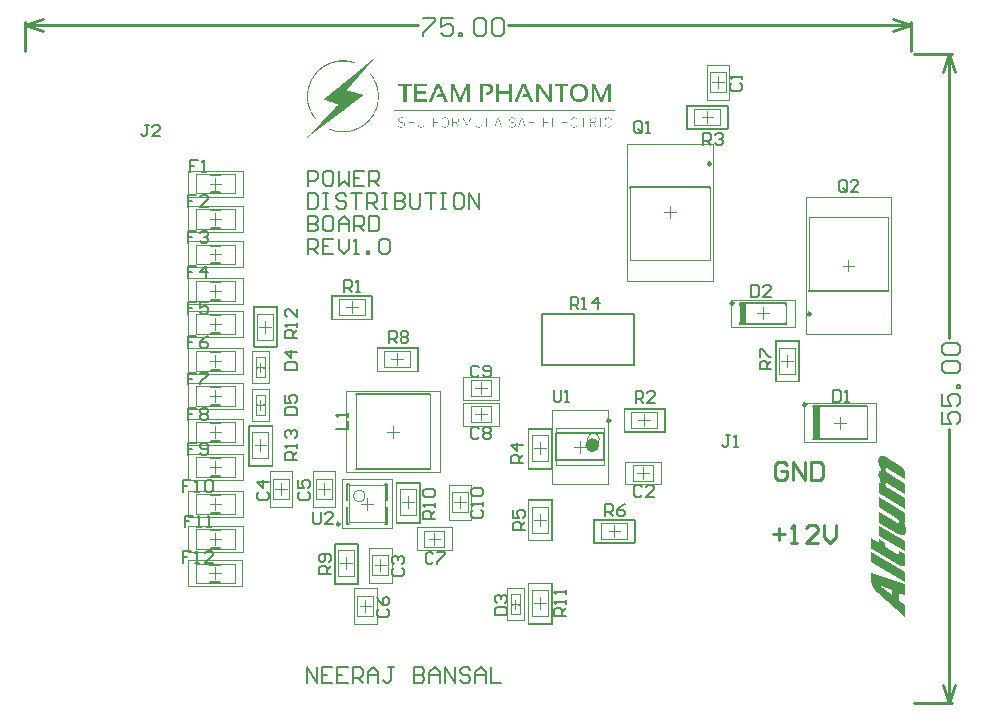
<source format=gto>
G04*
G04 #@! TF.GenerationSoftware,Altium Limited,Altium Designer,19.0.15 (446)*
G04*
G04 Layer_Color=65535*
%FSLAX25Y25*%
%MOIN*%
G70*
G01*
G75*
%ADD10C,0.00984*%
%ADD11C,0.02362*%
%ADD12C,0.00787*%
%ADD13C,0.00394*%
%ADD14C,0.01000*%
%ADD15C,0.00591*%
%ADD16C,0.00600*%
%ADD17R,0.02436X0.10984*%
%ADD18R,0.02039X0.07087*%
%ADD19C,0.00197*%
G36*
X107242Y214230D02*
Y214177D01*
X107882D01*
Y214124D01*
X107935D01*
Y214070D01*
X108469D01*
Y214017D01*
Y213964D01*
X109002D01*
Y213910D01*
X109055D01*
Y213857D01*
X109482D01*
Y213804D01*
Y213750D01*
X109802D01*
Y213697D01*
Y213644D01*
X110015D01*
Y213590D01*
Y213537D01*
X110228D01*
Y213484D01*
Y213430D01*
Y213377D01*
Y213324D01*
X110175D01*
Y213270D01*
X110122D01*
Y213217D01*
X109908D01*
Y213270D01*
X109855D01*
Y213324D01*
X109588D01*
Y213377D01*
X109535D01*
Y213430D01*
X109215D01*
Y213484D01*
Y213537D01*
X108789D01*
Y213590D01*
Y213644D01*
X108202D01*
Y213697D01*
Y213750D01*
X107562D01*
Y213804D01*
X107509D01*
Y213857D01*
X104416D01*
Y213804D01*
Y213750D01*
X103776D01*
Y213697D01*
X103723D01*
Y213644D01*
X103190D01*
Y213590D01*
Y213537D01*
X102870D01*
Y213484D01*
X102816D01*
Y213430D01*
X102390D01*
Y213377D01*
Y213324D01*
X102070D01*
Y213270D01*
Y213217D01*
X101857D01*
Y213164D01*
Y213110D01*
X101537D01*
Y213057D01*
X101483D01*
Y213004D01*
X101323D01*
Y212950D01*
X101270D01*
Y212897D01*
X101110D01*
Y212844D01*
X101057D01*
Y212790D01*
Y212737D01*
X100737D01*
Y212684D01*
X100683D01*
Y212631D01*
X100630D01*
Y212577D01*
X100577D01*
Y212524D01*
X100364D01*
Y212471D01*
Y212417D01*
X100150D01*
Y212364D01*
Y212311D01*
X99937D01*
Y212257D01*
Y212204D01*
X99830D01*
Y212151D01*
Y212097D01*
X99617D01*
Y212044D01*
Y211991D01*
X99510D01*
Y211937D01*
X99457D01*
Y211884D01*
X99297D01*
Y211831D01*
X99244D01*
Y211777D01*
Y211724D01*
X99137D01*
Y211671D01*
Y211617D01*
X98924D01*
Y211564D01*
Y211511D01*
X98817D01*
Y211457D01*
Y211404D01*
X98711D01*
Y211351D01*
Y211297D01*
X98604D01*
Y211244D01*
X98550D01*
Y211191D01*
X98497D01*
Y211137D01*
X98444D01*
Y211084D01*
X98284D01*
Y211031D01*
X98231D01*
Y210978D01*
X98177D01*
Y210924D01*
X98124D01*
Y210871D01*
X98071D01*
Y210818D01*
X98017D01*
Y210764D01*
Y210711D01*
X97911D01*
Y210658D01*
Y210604D01*
X97804D01*
Y210551D01*
Y210498D01*
X97697D01*
Y210444D01*
Y210391D01*
X97591D01*
Y210338D01*
X97537D01*
Y210284D01*
X97484D01*
Y210231D01*
X97431D01*
Y210178D01*
X97377D01*
Y210124D01*
X97324D01*
Y210071D01*
X97218D01*
Y210018D01*
Y209964D01*
Y209911D01*
Y209858D01*
X97164D01*
Y209804D01*
X97111D01*
Y209751D01*
X97057D01*
Y209698D01*
X97004D01*
Y209644D01*
Y209591D01*
X96898D01*
Y209538D01*
Y209485D01*
X96738D01*
Y209431D01*
Y209378D01*
X96791D01*
Y209325D01*
Y209271D01*
X96684D01*
Y209218D01*
Y209165D01*
X96578D01*
Y209111D01*
Y209058D01*
X96418D01*
Y209005D01*
Y208951D01*
Y208898D01*
Y208845D01*
X96364D01*
Y208791D01*
Y208738D01*
X96204D01*
Y208685D01*
Y208631D01*
Y208578D01*
Y208525D01*
Y208471D01*
X96098D01*
Y208418D01*
Y208365D01*
X95991D01*
Y208311D01*
Y208258D01*
Y208205D01*
Y208151D01*
X95884D01*
Y208098D01*
Y208045D01*
Y207991D01*
Y207938D01*
X95778D01*
Y207885D01*
X95724D01*
Y207831D01*
X95778D01*
Y207778D01*
Y207725D01*
X95671D01*
Y207671D01*
X95618D01*
Y207618D01*
Y207565D01*
X95671D01*
Y207511D01*
X95618D01*
Y207458D01*
X95511D01*
Y207405D01*
Y207351D01*
Y207298D01*
Y207245D01*
X95404D01*
Y207192D01*
Y207138D01*
Y207085D01*
Y207032D01*
X95298D01*
Y206978D01*
Y206925D01*
Y206872D01*
Y206818D01*
X95191D01*
Y206765D01*
Y206712D01*
Y206658D01*
Y206605D01*
Y206552D01*
Y206498D01*
Y206445D01*
X95085D01*
Y206392D01*
Y206338D01*
Y206285D01*
Y206232D01*
Y206178D01*
Y206125D01*
X94978D01*
Y206072D01*
Y206018D01*
Y205965D01*
Y205912D01*
X94871D01*
Y205858D01*
Y205805D01*
Y205752D01*
Y205699D01*
Y205645D01*
Y205592D01*
X94765D01*
Y205539D01*
Y205485D01*
Y205432D01*
Y205379D01*
Y205325D01*
Y205272D01*
Y205219D01*
Y205165D01*
Y205112D01*
Y205059D01*
Y205005D01*
X94605D01*
Y204952D01*
Y204899D01*
Y204845D01*
Y204792D01*
Y204739D01*
Y204685D01*
Y204632D01*
Y204579D01*
X94658D01*
Y204525D01*
Y204472D01*
X94551D01*
Y204419D01*
X94498D01*
Y204365D01*
Y204312D01*
Y204259D01*
Y204205D01*
Y204152D01*
Y204099D01*
Y204046D01*
Y203992D01*
Y203939D01*
X94551D01*
Y203886D01*
X94391D01*
Y203832D01*
Y203779D01*
Y203726D01*
Y203672D01*
Y203619D01*
Y203566D01*
Y203512D01*
Y203459D01*
Y203406D01*
Y203352D01*
Y203299D01*
Y203246D01*
Y203192D01*
Y203139D01*
Y203086D01*
Y203032D01*
Y202979D01*
Y202926D01*
Y202872D01*
Y202819D01*
Y202766D01*
Y202712D01*
Y202659D01*
Y202606D01*
Y202553D01*
Y202499D01*
Y202446D01*
Y202393D01*
Y202339D01*
Y202286D01*
Y202233D01*
Y202179D01*
Y202126D01*
Y202073D01*
Y202019D01*
Y201966D01*
Y201913D01*
Y201859D01*
Y201806D01*
Y201753D01*
Y201699D01*
Y201646D01*
Y201593D01*
Y201539D01*
Y201486D01*
Y201433D01*
Y201379D01*
Y201326D01*
Y201273D01*
Y201220D01*
Y201166D01*
Y201113D01*
Y201060D01*
Y201006D01*
Y200953D01*
Y200900D01*
Y200846D01*
X94498D01*
Y200793D01*
X94551D01*
Y200740D01*
X94498D01*
Y200686D01*
Y200633D01*
Y200580D01*
Y200526D01*
Y200473D01*
Y200420D01*
Y200366D01*
Y200313D01*
Y200260D01*
Y200206D01*
Y200153D01*
X94658D01*
Y200100D01*
Y200046D01*
X94605D01*
Y199993D01*
Y199940D01*
Y199886D01*
Y199833D01*
Y199780D01*
Y199726D01*
Y199673D01*
Y199620D01*
X94658D01*
Y199566D01*
X94765D01*
Y199513D01*
Y199460D01*
Y199407D01*
Y199353D01*
Y199300D01*
Y199247D01*
Y199193D01*
Y199140D01*
X94871D01*
Y199087D01*
Y199033D01*
Y198980D01*
Y198927D01*
Y198873D01*
Y198820D01*
Y198767D01*
Y198713D01*
X94978D01*
Y198660D01*
Y198607D01*
Y198553D01*
Y198500D01*
Y198447D01*
X95085D01*
Y198393D01*
Y198340D01*
Y198287D01*
Y198233D01*
Y198180D01*
Y198127D01*
X95191D01*
Y198073D01*
Y198020D01*
Y197967D01*
Y197914D01*
Y197860D01*
Y197807D01*
X95298D01*
Y197754D01*
Y197700D01*
Y197647D01*
Y197593D01*
X95351D01*
Y197540D01*
X95404D01*
Y197487D01*
Y197434D01*
Y197380D01*
Y197327D01*
X95565D01*
Y197274D01*
X95511D01*
Y197220D01*
Y197167D01*
Y197114D01*
X95671D01*
Y197060D01*
Y197007D01*
X95618D01*
Y196954D01*
Y196900D01*
X95778D01*
Y196847D01*
Y196794D01*
Y196740D01*
Y196687D01*
X95884D01*
Y196634D01*
Y196580D01*
Y196527D01*
Y196474D01*
Y196420D01*
X95991D01*
Y196367D01*
Y196314D01*
Y196260D01*
Y196207D01*
X96098D01*
Y196154D01*
X96151D01*
Y196100D01*
X96204D01*
Y196047D01*
Y195994D01*
Y195940D01*
Y195887D01*
X96311D01*
Y195834D01*
X96364D01*
Y195781D01*
X96418D01*
Y195727D01*
Y195674D01*
Y195621D01*
Y195567D01*
X96524D01*
Y195514D01*
X96578D01*
Y195461D01*
X96631D01*
Y195407D01*
X96684D01*
Y195354D01*
Y195301D01*
X96791D01*
Y195247D01*
Y195194D01*
X96738D01*
Y195141D01*
Y195087D01*
X96898D01*
Y195034D01*
Y194981D01*
X97004D01*
Y194927D01*
Y194874D01*
X96898D01*
Y194821D01*
Y194767D01*
X96791D01*
Y194714D01*
Y194661D01*
X96684D01*
Y194714D01*
Y194767D01*
Y194821D01*
Y194874D01*
X96578D01*
Y194927D01*
X96524D01*
Y194981D01*
X96471D01*
Y195034D01*
X96418D01*
Y195087D01*
Y195141D01*
X96311D01*
Y195194D01*
Y195247D01*
X96364D01*
Y195301D01*
X96311D01*
Y195354D01*
X96204D01*
Y195407D01*
Y195461D01*
X96098D01*
Y195514D01*
Y195567D01*
X95991D01*
Y195621D01*
Y195674D01*
Y195727D01*
Y195781D01*
X95884D01*
Y195834D01*
X95831D01*
Y195887D01*
X95778D01*
Y195940D01*
Y195994D01*
Y196047D01*
Y196100D01*
Y196154D01*
X95671D01*
Y196207D01*
Y196260D01*
Y196314D01*
Y196367D01*
X95565D01*
Y196420D01*
Y196474D01*
Y196527D01*
Y196580D01*
X95404D01*
Y196634D01*
Y196687D01*
X95458D01*
Y196740D01*
Y196794D01*
X95298D01*
Y196847D01*
Y196900D01*
X95191D01*
Y196954D01*
Y197007D01*
Y197060D01*
Y197114D01*
Y197167D01*
Y197220D01*
Y197274D01*
X95085D01*
Y197327D01*
Y197380D01*
Y197434D01*
Y197487D01*
X94978D01*
Y197540D01*
Y197593D01*
Y197647D01*
Y197700D01*
X94871D01*
Y197754D01*
Y197807D01*
Y197860D01*
Y197914D01*
Y197967D01*
Y198020D01*
X94765D01*
Y198073D01*
Y198127D01*
Y198180D01*
Y198233D01*
Y198287D01*
X94658D01*
Y198340D01*
Y198393D01*
Y198447D01*
Y198500D01*
Y198553D01*
Y198607D01*
X94551D01*
Y198660D01*
Y198713D01*
Y198767D01*
Y198820D01*
Y198873D01*
Y198927D01*
X94445D01*
Y198980D01*
X94391D01*
Y199033D01*
X94445D01*
Y199087D01*
Y199140D01*
Y199193D01*
Y199247D01*
Y199300D01*
Y199353D01*
Y199407D01*
X94285D01*
Y199460D01*
X94338D01*
Y199513D01*
Y199566D01*
Y199620D01*
Y199673D01*
Y199726D01*
Y199780D01*
Y199833D01*
X94178D01*
Y199886D01*
Y199940D01*
Y199993D01*
X94231D01*
Y200046D01*
Y200100D01*
Y200153D01*
Y200206D01*
Y200260D01*
Y200313D01*
Y200366D01*
Y200420D01*
X94178D01*
Y200473D01*
Y200526D01*
X94071D01*
Y200580D01*
Y200633D01*
Y200686D01*
Y200740D01*
Y200793D01*
Y200846D01*
Y200900D01*
Y200953D01*
Y201006D01*
Y201060D01*
Y201113D01*
Y201166D01*
X93911D01*
Y201220D01*
Y201273D01*
Y201326D01*
Y201379D01*
Y201433D01*
Y201486D01*
Y201539D01*
Y201593D01*
Y201646D01*
Y201699D01*
Y201753D01*
Y201806D01*
Y201859D01*
Y201913D01*
Y201966D01*
Y202019D01*
Y202073D01*
Y202126D01*
Y202179D01*
Y202233D01*
Y202286D01*
Y202339D01*
Y202393D01*
Y202446D01*
Y202499D01*
Y202553D01*
Y202606D01*
Y202659D01*
Y202712D01*
Y202766D01*
Y202819D01*
Y202872D01*
Y202926D01*
Y202979D01*
Y203032D01*
Y203086D01*
Y203139D01*
Y203192D01*
Y203246D01*
Y203299D01*
Y203352D01*
Y203406D01*
X94071D01*
Y203459D01*
Y203512D01*
Y203566D01*
Y203619D01*
Y203672D01*
Y203726D01*
Y203779D01*
Y203832D01*
Y203886D01*
Y203939D01*
Y203992D01*
Y204046D01*
Y204099D01*
X94178D01*
Y204152D01*
X94231D01*
Y204205D01*
Y204259D01*
Y204312D01*
Y204365D01*
Y204419D01*
Y204472D01*
Y204525D01*
Y204579D01*
Y204632D01*
X94178D01*
Y204685D01*
Y204739D01*
X94285D01*
Y204792D01*
X94338D01*
Y204845D01*
Y204899D01*
Y204952D01*
Y205005D01*
Y205059D01*
Y205112D01*
X94285D01*
Y205165D01*
Y205219D01*
X94445D01*
Y205272D01*
Y205325D01*
Y205379D01*
Y205432D01*
Y205485D01*
Y205539D01*
Y205592D01*
X94391D01*
Y205645D01*
X94551D01*
Y205699D01*
Y205752D01*
Y205805D01*
Y205858D01*
Y205912D01*
Y205965D01*
Y206018D01*
X94658D01*
Y206072D01*
Y206125D01*
Y206178D01*
Y206232D01*
Y206285D01*
Y206338D01*
X94765D01*
Y206392D01*
Y206445D01*
Y206498D01*
Y206552D01*
X94871D01*
Y206605D01*
Y206658D01*
Y206712D01*
Y206765D01*
Y206818D01*
Y206872D01*
X94978D01*
Y206925D01*
Y206978D01*
Y207032D01*
Y207085D01*
Y207138D01*
X95085D01*
Y207192D01*
Y207245D01*
Y207298D01*
Y207351D01*
Y207405D01*
Y207458D01*
X95191D01*
Y207511D01*
Y207565D01*
Y207618D01*
Y207671D01*
X95298D01*
Y207725D01*
Y207778D01*
X95458D01*
Y207831D01*
Y207885D01*
Y207938D01*
X95404D01*
Y207991D01*
X95511D01*
Y208045D01*
X95565D01*
Y208098D01*
Y208151D01*
Y208205D01*
Y208258D01*
X95671D01*
Y208311D01*
Y208365D01*
Y208418D01*
Y208471D01*
X95724D01*
Y208525D01*
X95778D01*
Y208578D01*
X95884D01*
Y208631D01*
Y208685D01*
Y208738D01*
Y208791D01*
X95991D01*
Y208845D01*
Y208898D01*
Y208951D01*
Y209005D01*
X96044D01*
Y209058D01*
X96098D01*
Y209111D01*
Y209165D01*
X96204D01*
Y209218D01*
Y209271D01*
X96311D01*
Y209325D01*
Y209378D01*
Y209431D01*
Y209485D01*
X96418D01*
Y209538D01*
Y209591D01*
X96524D01*
Y209644D01*
Y209698D01*
X96684D01*
Y209751D01*
Y209804D01*
Y209858D01*
Y209911D01*
X96738D01*
Y209964D01*
Y210018D01*
X96844D01*
Y210071D01*
X96898D01*
Y210124D01*
X96951D01*
Y210178D01*
X97004D01*
Y210231D01*
Y210284D01*
X97111D01*
Y210338D01*
Y210391D01*
X97218D01*
Y210444D01*
Y210498D01*
X97324D01*
Y210551D01*
Y210604D01*
X97431D01*
Y210658D01*
Y210711D01*
X97537D01*
Y210764D01*
Y210818D01*
X97644D01*
Y210871D01*
Y210924D01*
X97751D01*
Y210978D01*
Y211031D01*
X97857D01*
Y211084D01*
Y211137D01*
X97964D01*
Y211191D01*
X98017D01*
Y211244D01*
Y211297D01*
X98124D01*
Y211351D01*
Y211404D01*
X98231D01*
Y211457D01*
Y211511D01*
X98337D01*
Y211564D01*
Y211617D01*
X98550D01*
Y211671D01*
Y211724D01*
X98657D01*
Y211777D01*
Y211831D01*
X98764D01*
Y211884D01*
Y211937D01*
X98870D01*
Y211991D01*
Y212044D01*
X99084D01*
Y212097D01*
X99137D01*
Y212151D01*
X99190D01*
Y212204D01*
X99244D01*
Y212257D01*
X99350D01*
Y212311D01*
X99457D01*
Y212364D01*
Y212417D01*
X99564D01*
Y212471D01*
Y212524D01*
X99777D01*
Y212577D01*
Y212631D01*
X99990D01*
Y212684D01*
X100044D01*
Y212737D01*
X100257D01*
Y212790D01*
Y212844D01*
X100364D01*
Y212897D01*
Y212950D01*
X100577D01*
Y213004D01*
Y213057D01*
X100790D01*
Y213110D01*
Y213164D01*
X101110D01*
Y213217D01*
Y213270D01*
X101323D01*
Y213324D01*
X101377D01*
Y213377D01*
Y213430D01*
X101590D01*
Y213484D01*
Y213537D01*
X101910D01*
Y213590D01*
X101963D01*
Y213644D01*
X102230D01*
Y213697D01*
X102283D01*
Y213750D01*
X102603D01*
Y213804D01*
Y213857D01*
X102923D01*
Y213910D01*
Y213964D01*
X103456D01*
Y214017D01*
X103509D01*
Y214070D01*
X104043D01*
Y214124D01*
Y214177D01*
X104843D01*
Y214230D01*
Y214283D01*
X107242D01*
Y214230D01*
D02*
G37*
G36*
X162218Y206392D02*
Y206338D01*
Y206285D01*
Y206232D01*
Y206178D01*
Y206125D01*
Y206072D01*
Y206018D01*
Y205965D01*
Y205912D01*
Y205858D01*
Y205805D01*
Y205752D01*
Y205699D01*
Y205645D01*
Y205592D01*
Y205539D01*
Y205485D01*
Y205432D01*
Y205379D01*
Y205325D01*
Y205272D01*
Y205219D01*
Y205165D01*
Y205112D01*
Y205059D01*
Y205005D01*
Y204952D01*
Y204899D01*
Y204845D01*
Y204792D01*
Y204739D01*
Y204685D01*
Y204632D01*
Y204579D01*
Y204525D01*
Y204472D01*
Y204419D01*
Y204365D01*
Y204312D01*
Y204259D01*
Y204205D01*
Y204152D01*
Y204099D01*
Y204046D01*
Y203992D01*
Y203939D01*
Y203886D01*
Y203832D01*
Y203779D01*
Y203726D01*
Y203672D01*
Y203619D01*
Y203566D01*
Y203512D01*
Y203459D01*
Y203406D01*
Y203352D01*
Y203299D01*
Y203246D01*
Y203192D01*
Y203139D01*
Y203086D01*
Y203032D01*
Y202979D01*
Y202926D01*
Y202872D01*
Y202819D01*
Y202766D01*
Y202712D01*
Y202659D01*
Y202606D01*
Y202553D01*
Y202499D01*
Y202446D01*
Y202393D01*
Y202339D01*
Y202286D01*
Y202233D01*
Y202179D01*
Y202126D01*
Y202073D01*
Y202019D01*
Y201966D01*
Y201913D01*
Y201859D01*
Y201806D01*
Y201753D01*
Y201699D01*
Y201646D01*
Y201593D01*
Y201539D01*
Y201486D01*
Y201433D01*
Y201379D01*
Y201326D01*
Y201273D01*
Y201220D01*
Y201166D01*
Y201113D01*
Y201060D01*
Y201006D01*
Y200953D01*
Y200900D01*
Y200846D01*
Y200793D01*
Y200740D01*
Y200686D01*
Y200633D01*
Y200580D01*
Y200526D01*
X161205D01*
Y200580D01*
Y200633D01*
Y200686D01*
Y200740D01*
Y200793D01*
Y200846D01*
Y200900D01*
Y200953D01*
Y201006D01*
Y201060D01*
Y201113D01*
Y201166D01*
Y201220D01*
Y201273D01*
Y201326D01*
Y201379D01*
Y201433D01*
Y201486D01*
Y201539D01*
Y201593D01*
Y201646D01*
Y201699D01*
Y201753D01*
Y201806D01*
Y201859D01*
Y201913D01*
Y201966D01*
Y202019D01*
Y202073D01*
Y202126D01*
Y202179D01*
Y202233D01*
Y202286D01*
Y202339D01*
Y202393D01*
Y202446D01*
Y202499D01*
Y202553D01*
Y202606D01*
Y202659D01*
Y202712D01*
Y202766D01*
Y202819D01*
Y202872D01*
Y202926D01*
Y202979D01*
Y203032D01*
Y203086D01*
X158059D01*
Y203032D01*
Y202979D01*
Y202926D01*
Y202872D01*
Y202819D01*
Y202766D01*
Y202712D01*
Y202659D01*
Y202606D01*
Y202553D01*
Y202499D01*
Y202446D01*
Y202393D01*
Y202339D01*
Y202286D01*
Y202233D01*
Y202179D01*
Y202126D01*
Y202073D01*
Y202019D01*
Y201966D01*
Y201913D01*
Y201859D01*
Y201806D01*
Y201753D01*
Y201699D01*
Y201646D01*
Y201593D01*
Y201539D01*
Y201486D01*
Y201433D01*
Y201379D01*
Y201326D01*
Y201273D01*
Y201220D01*
Y201166D01*
Y201113D01*
Y201060D01*
Y201006D01*
Y200953D01*
Y200900D01*
Y200846D01*
Y200793D01*
Y200740D01*
Y200686D01*
Y200633D01*
Y200580D01*
Y200526D01*
X157045D01*
Y200580D01*
Y200633D01*
Y200686D01*
Y200740D01*
Y200793D01*
Y200846D01*
Y200900D01*
Y200953D01*
Y201006D01*
Y201060D01*
Y201113D01*
Y201166D01*
Y201220D01*
Y201273D01*
Y201326D01*
Y201379D01*
Y201433D01*
Y201486D01*
Y201539D01*
Y201593D01*
Y201646D01*
Y201699D01*
Y201753D01*
Y201806D01*
Y201859D01*
Y201913D01*
Y201966D01*
Y202019D01*
Y202073D01*
Y202126D01*
Y202179D01*
Y202233D01*
Y202286D01*
Y202339D01*
Y202393D01*
Y202446D01*
Y202499D01*
Y202553D01*
Y202606D01*
Y202659D01*
Y202712D01*
Y202766D01*
Y202819D01*
Y202872D01*
Y202926D01*
Y202979D01*
Y203032D01*
Y203086D01*
Y203139D01*
Y203192D01*
Y203246D01*
Y203299D01*
Y203352D01*
Y203406D01*
Y203459D01*
Y203512D01*
Y203566D01*
Y203619D01*
Y203672D01*
Y203726D01*
Y203779D01*
Y203832D01*
Y203886D01*
Y203939D01*
Y203992D01*
Y204046D01*
Y204099D01*
Y204152D01*
Y204205D01*
Y204259D01*
Y204312D01*
Y204365D01*
Y204419D01*
Y204472D01*
Y204525D01*
Y204579D01*
Y204632D01*
Y204685D01*
Y204739D01*
Y204792D01*
Y204845D01*
Y204899D01*
Y204952D01*
Y205005D01*
Y205059D01*
Y205112D01*
Y205165D01*
Y205219D01*
Y205272D01*
Y205325D01*
Y205379D01*
Y205432D01*
Y205485D01*
Y205539D01*
Y205592D01*
Y205645D01*
Y205699D01*
Y205752D01*
Y205805D01*
Y205858D01*
Y205912D01*
Y205965D01*
Y206018D01*
Y206072D01*
Y206125D01*
Y206178D01*
Y206232D01*
Y206285D01*
Y206338D01*
Y206392D01*
Y206445D01*
X158059D01*
Y206392D01*
Y206338D01*
Y206285D01*
Y206232D01*
Y206178D01*
Y206125D01*
Y206072D01*
Y206018D01*
Y205965D01*
Y205912D01*
Y205858D01*
Y205805D01*
Y205752D01*
Y205699D01*
Y205645D01*
Y205592D01*
Y205539D01*
Y205485D01*
Y205432D01*
Y205379D01*
Y205325D01*
Y205272D01*
Y205219D01*
Y205165D01*
Y205112D01*
Y205059D01*
Y205005D01*
Y204952D01*
Y204899D01*
Y204845D01*
Y204792D01*
Y204739D01*
Y204685D01*
Y204632D01*
Y204579D01*
Y204525D01*
Y204472D01*
Y204419D01*
Y204365D01*
Y204312D01*
Y204259D01*
Y204205D01*
Y204152D01*
Y204099D01*
Y204046D01*
Y203992D01*
X161205D01*
Y204046D01*
Y204099D01*
Y204152D01*
Y204205D01*
Y204259D01*
Y204312D01*
Y204365D01*
Y204419D01*
Y204472D01*
Y204525D01*
Y204579D01*
Y204632D01*
Y204685D01*
Y204739D01*
Y204792D01*
Y204845D01*
Y204899D01*
Y204952D01*
Y205005D01*
Y205059D01*
Y205112D01*
Y205165D01*
Y205219D01*
Y205272D01*
Y205325D01*
Y205379D01*
Y205432D01*
Y205485D01*
Y205539D01*
Y205592D01*
Y205645D01*
Y205699D01*
Y205752D01*
Y205805D01*
Y205858D01*
Y205912D01*
Y205965D01*
Y206018D01*
Y206072D01*
Y206125D01*
Y206178D01*
Y206232D01*
Y206285D01*
Y206338D01*
Y206392D01*
Y206445D01*
X162218D01*
Y206392D01*
D02*
G37*
G36*
X155019D02*
X155072D01*
Y206338D01*
X155392D01*
Y206285D01*
Y206232D01*
X155606D01*
Y206178D01*
Y206125D01*
X155712D01*
Y206072D01*
Y206018D01*
X155819D01*
Y205965D01*
Y205912D01*
Y205858D01*
Y205805D01*
Y205752D01*
X155926D01*
Y205699D01*
Y205645D01*
Y205592D01*
Y205539D01*
X156032D01*
Y205485D01*
Y205432D01*
Y205379D01*
Y205325D01*
Y205272D01*
Y205219D01*
X156139D01*
Y205165D01*
Y205112D01*
Y205059D01*
Y205005D01*
Y204952D01*
Y204899D01*
Y204845D01*
Y204792D01*
Y204739D01*
Y204685D01*
Y204632D01*
Y204579D01*
Y204525D01*
Y204472D01*
X156086D01*
Y204419D01*
X156032D01*
Y204365D01*
Y204312D01*
Y204259D01*
Y204205D01*
Y204152D01*
Y204099D01*
X155926D01*
Y204046D01*
Y203992D01*
Y203939D01*
Y203886D01*
X155819D01*
Y203832D01*
Y203779D01*
Y203726D01*
Y203672D01*
X155712D01*
Y203619D01*
Y203566D01*
X155606D01*
Y203512D01*
Y203459D01*
X155552D01*
Y203406D01*
X155499D01*
Y203352D01*
X155446D01*
Y203299D01*
X155392D01*
Y203246D01*
X155339D01*
Y203192D01*
X155179D01*
Y203139D01*
X155126D01*
Y203086D01*
X154912D01*
Y203032D01*
Y202979D01*
X154699D01*
Y202926D01*
Y202872D01*
X154379D01*
Y202819D01*
Y202766D01*
X153953D01*
Y202712D01*
X153899D01*
Y202659D01*
X153686D01*
Y202712D01*
Y202766D01*
Y202819D01*
Y202872D01*
Y202926D01*
Y202979D01*
X153579D01*
Y203032D01*
Y203086D01*
Y203139D01*
Y203192D01*
Y203246D01*
Y203299D01*
Y203352D01*
Y203406D01*
Y203459D01*
Y203512D01*
X153899D01*
Y203566D01*
Y203619D01*
X154219D01*
Y203672D01*
Y203726D01*
X154433D01*
Y203779D01*
Y203832D01*
X154486D01*
Y203886D01*
X154539D01*
Y203939D01*
X154593D01*
Y203992D01*
X154806D01*
Y204046D01*
Y204099D01*
X154912D01*
Y204152D01*
Y204205D01*
Y204259D01*
Y204312D01*
X155019D01*
Y204365D01*
Y204419D01*
Y204472D01*
Y204525D01*
Y204579D01*
Y204632D01*
Y204685D01*
Y204739D01*
Y204792D01*
Y204845D01*
Y204899D01*
Y204952D01*
Y205005D01*
Y205059D01*
Y205112D01*
Y205165D01*
Y205219D01*
Y205272D01*
Y205325D01*
X154912D01*
Y205379D01*
Y205432D01*
X154806D01*
Y205485D01*
Y205539D01*
X154753D01*
Y205592D01*
X154433D01*
Y205645D01*
Y205699D01*
X152673D01*
Y205645D01*
Y205592D01*
Y205539D01*
Y205485D01*
Y205432D01*
Y205379D01*
Y205325D01*
Y205272D01*
Y205219D01*
Y205165D01*
Y205112D01*
Y205059D01*
Y205005D01*
Y204952D01*
Y204899D01*
Y204845D01*
Y204792D01*
Y204739D01*
Y204685D01*
Y204632D01*
Y204579D01*
Y204525D01*
Y204472D01*
Y204419D01*
Y204365D01*
Y204312D01*
Y204259D01*
Y204205D01*
Y204152D01*
Y204099D01*
Y204046D01*
Y203992D01*
Y203939D01*
Y203886D01*
Y203832D01*
Y203779D01*
Y203726D01*
Y203672D01*
Y203619D01*
Y203566D01*
Y203512D01*
Y203459D01*
Y203406D01*
Y203352D01*
Y203299D01*
Y203246D01*
Y203192D01*
Y203139D01*
Y203086D01*
Y203032D01*
Y202979D01*
Y202926D01*
Y202872D01*
Y202819D01*
Y202766D01*
Y202712D01*
Y202659D01*
Y202606D01*
Y202553D01*
Y202499D01*
Y202446D01*
Y202393D01*
Y202339D01*
Y202286D01*
Y202233D01*
Y202179D01*
Y202126D01*
Y202073D01*
Y202019D01*
Y201966D01*
Y201913D01*
Y201859D01*
Y201806D01*
Y201753D01*
Y201699D01*
Y201646D01*
Y201593D01*
Y201539D01*
Y201486D01*
Y201433D01*
Y201379D01*
Y201326D01*
Y201273D01*
Y201220D01*
Y201166D01*
Y201113D01*
Y201060D01*
Y201006D01*
Y200953D01*
Y200900D01*
Y200846D01*
Y200793D01*
Y200740D01*
Y200686D01*
Y200633D01*
Y200580D01*
Y200526D01*
X151660D01*
Y200580D01*
Y200633D01*
Y200686D01*
Y200740D01*
Y200793D01*
Y200846D01*
Y200900D01*
Y200953D01*
Y201006D01*
Y201060D01*
Y201113D01*
Y201166D01*
Y201220D01*
Y201273D01*
Y201326D01*
Y201379D01*
Y201433D01*
Y201486D01*
Y201539D01*
Y201593D01*
Y201646D01*
Y201699D01*
Y201753D01*
Y201806D01*
Y201859D01*
Y201913D01*
Y201966D01*
Y202019D01*
Y202073D01*
Y202126D01*
Y202179D01*
Y202233D01*
Y202286D01*
Y202339D01*
Y202393D01*
Y202446D01*
Y202499D01*
Y202553D01*
Y202606D01*
Y202659D01*
Y202712D01*
Y202766D01*
Y202819D01*
Y202872D01*
Y202926D01*
Y202979D01*
Y203032D01*
Y203086D01*
Y203139D01*
Y203192D01*
Y203246D01*
Y203299D01*
Y203352D01*
Y203406D01*
Y203459D01*
Y203512D01*
Y203566D01*
Y203619D01*
Y203672D01*
Y203726D01*
Y203779D01*
Y203832D01*
Y203886D01*
Y203939D01*
Y203992D01*
Y204046D01*
Y204099D01*
Y204152D01*
Y204205D01*
Y204259D01*
Y204312D01*
Y204365D01*
Y204419D01*
Y204472D01*
Y204525D01*
Y204579D01*
Y204632D01*
Y204685D01*
Y204739D01*
Y204792D01*
Y204845D01*
Y204899D01*
Y204952D01*
Y205005D01*
Y205059D01*
Y205112D01*
Y205165D01*
Y205219D01*
Y205272D01*
Y205325D01*
Y205379D01*
Y205432D01*
Y205485D01*
Y205539D01*
Y205592D01*
Y205645D01*
Y205699D01*
Y205752D01*
Y205805D01*
Y205858D01*
Y205912D01*
Y205965D01*
Y206018D01*
Y206072D01*
Y206125D01*
Y206178D01*
Y206232D01*
Y206285D01*
Y206338D01*
Y206392D01*
Y206445D01*
X155019D01*
Y206392D01*
D02*
G37*
G36*
X175815D02*
Y206338D01*
X175762D01*
Y206285D01*
Y206232D01*
Y206178D01*
Y206125D01*
Y206072D01*
Y206018D01*
Y205965D01*
Y205912D01*
Y205858D01*
Y205805D01*
Y205752D01*
Y205699D01*
Y205645D01*
Y205592D01*
Y205539D01*
Y205485D01*
Y205432D01*
Y205379D01*
Y205325D01*
Y205272D01*
Y205219D01*
Y205165D01*
Y205112D01*
Y205059D01*
Y205005D01*
Y204952D01*
Y204899D01*
Y204845D01*
Y204792D01*
Y204739D01*
Y204685D01*
Y204632D01*
Y204579D01*
Y204525D01*
Y204472D01*
Y204419D01*
Y204365D01*
Y204312D01*
Y204259D01*
Y204205D01*
Y204152D01*
Y204099D01*
Y204046D01*
Y203992D01*
Y203939D01*
Y203886D01*
Y203832D01*
Y203779D01*
Y203726D01*
Y203672D01*
Y203619D01*
Y203566D01*
Y203512D01*
Y203459D01*
Y203406D01*
Y203352D01*
Y203299D01*
Y203246D01*
Y203192D01*
Y203139D01*
Y203086D01*
Y203032D01*
Y202979D01*
Y202926D01*
Y202872D01*
Y202819D01*
Y202766D01*
Y202712D01*
Y202659D01*
Y202606D01*
Y202553D01*
Y202499D01*
Y202446D01*
Y202393D01*
Y202339D01*
Y202286D01*
Y202233D01*
Y202179D01*
Y202126D01*
Y202073D01*
Y202019D01*
Y201966D01*
Y201913D01*
Y201859D01*
Y201806D01*
Y201753D01*
Y201699D01*
Y201646D01*
Y201593D01*
Y201539D01*
Y201486D01*
Y201433D01*
Y201379D01*
Y201326D01*
Y201273D01*
Y201220D01*
Y201166D01*
Y201113D01*
Y201060D01*
Y201006D01*
Y200953D01*
Y200900D01*
Y200846D01*
Y200793D01*
Y200740D01*
Y200686D01*
Y200633D01*
Y200580D01*
X175815D01*
Y200526D01*
X174642D01*
Y200580D01*
Y200633D01*
X174535D01*
Y200686D01*
X174589D01*
Y200740D01*
Y200793D01*
Y200846D01*
X174429D01*
Y200900D01*
Y200953D01*
X174322D01*
Y201006D01*
Y201060D01*
Y201113D01*
Y201166D01*
X174215D01*
Y201220D01*
Y201273D01*
X174109D01*
Y201326D01*
Y201379D01*
X174055D01*
Y201433D01*
X174002D01*
Y201486D01*
Y201539D01*
Y201593D01*
Y201646D01*
X173895D01*
Y201699D01*
X173842D01*
Y201753D01*
X173789D01*
Y201806D01*
Y201859D01*
Y201913D01*
Y201966D01*
X173682D01*
Y202019D01*
X173629D01*
Y202073D01*
X173575D01*
Y202126D01*
X173522D01*
Y202179D01*
X173469D01*
Y202233D01*
X173416D01*
Y202286D01*
X173469D01*
Y202339D01*
Y202393D01*
X173416D01*
Y202446D01*
X173309D01*
Y202499D01*
Y202553D01*
X173202D01*
Y202606D01*
Y202659D01*
Y202712D01*
Y202766D01*
X173096D01*
Y202819D01*
Y202872D01*
X172989D01*
Y202926D01*
Y202979D01*
X172882D01*
Y203032D01*
Y203086D01*
Y203139D01*
Y203192D01*
X172776D01*
Y203246D01*
X172722D01*
Y203299D01*
X172669D01*
Y203352D01*
Y203406D01*
Y203459D01*
Y203512D01*
Y203566D01*
X172509D01*
Y203619D01*
Y203672D01*
X172402D01*
Y203726D01*
Y203779D01*
X172296D01*
Y203832D01*
Y203886D01*
X172349D01*
Y203939D01*
Y203992D01*
X172189D01*
Y204046D01*
Y204099D01*
X172082D01*
Y204152D01*
Y204205D01*
Y204259D01*
Y204312D01*
X171976D01*
Y204365D01*
Y204419D01*
X171869D01*
Y204472D01*
Y204525D01*
Y204579D01*
Y204632D01*
Y204685D01*
X171763D01*
Y204739D01*
X171709D01*
Y204792D01*
X171656D01*
Y204845D01*
X171602D01*
Y204899D01*
X171283D01*
Y204845D01*
Y204792D01*
Y204739D01*
Y204685D01*
Y204632D01*
Y204579D01*
Y204525D01*
Y204472D01*
Y204419D01*
Y204365D01*
Y204312D01*
Y204259D01*
Y204205D01*
Y204152D01*
Y204099D01*
Y204046D01*
Y203992D01*
Y203939D01*
Y203886D01*
Y203832D01*
Y203779D01*
Y203726D01*
Y203672D01*
Y203619D01*
Y203566D01*
Y203512D01*
Y203459D01*
Y203406D01*
Y203352D01*
Y203299D01*
Y203246D01*
Y203192D01*
Y203139D01*
Y203086D01*
Y203032D01*
Y202979D01*
Y202926D01*
Y202872D01*
Y202819D01*
Y202766D01*
Y202712D01*
Y202659D01*
Y202606D01*
Y202553D01*
Y202499D01*
Y202446D01*
Y202393D01*
Y202339D01*
Y202286D01*
Y202233D01*
Y202179D01*
Y202126D01*
Y202073D01*
Y202019D01*
Y201966D01*
Y201913D01*
Y201859D01*
Y201806D01*
Y201753D01*
Y201699D01*
Y201646D01*
Y201593D01*
Y201539D01*
Y201486D01*
Y201433D01*
Y201379D01*
Y201326D01*
Y201273D01*
Y201220D01*
Y201166D01*
Y201113D01*
Y201060D01*
Y201006D01*
Y200953D01*
Y200900D01*
Y200846D01*
Y200793D01*
Y200740D01*
Y200686D01*
Y200633D01*
Y200580D01*
Y200526D01*
X170429D01*
Y200580D01*
Y200633D01*
Y200686D01*
Y200740D01*
Y200793D01*
Y200846D01*
Y200900D01*
Y200953D01*
Y201006D01*
Y201060D01*
Y201113D01*
Y201166D01*
Y201220D01*
Y201273D01*
Y201326D01*
Y201379D01*
Y201433D01*
Y201486D01*
Y201539D01*
Y201593D01*
Y201646D01*
Y201699D01*
Y201753D01*
Y201806D01*
Y201859D01*
Y201913D01*
Y201966D01*
Y202019D01*
Y202073D01*
Y202126D01*
Y202179D01*
Y202233D01*
Y202286D01*
Y202339D01*
Y202393D01*
Y202446D01*
Y202499D01*
Y202553D01*
Y202606D01*
Y202659D01*
Y202712D01*
Y202766D01*
Y202819D01*
Y202872D01*
Y202926D01*
Y202979D01*
Y203032D01*
Y203086D01*
Y203139D01*
Y203192D01*
Y203246D01*
Y203299D01*
Y203352D01*
Y203406D01*
Y203459D01*
Y203512D01*
Y203566D01*
Y203619D01*
Y203672D01*
Y203726D01*
Y203779D01*
Y203832D01*
Y203886D01*
Y203939D01*
Y203992D01*
Y204046D01*
Y204099D01*
Y204152D01*
Y204205D01*
Y204259D01*
Y204312D01*
Y204365D01*
Y204419D01*
Y204472D01*
Y204525D01*
Y204579D01*
Y204632D01*
Y204685D01*
Y204739D01*
Y204792D01*
Y204845D01*
Y204899D01*
Y204952D01*
Y205005D01*
Y205059D01*
Y205112D01*
Y205165D01*
Y205219D01*
Y205272D01*
Y205325D01*
Y205379D01*
Y205432D01*
Y205485D01*
Y205539D01*
Y205592D01*
Y205645D01*
Y205699D01*
Y205752D01*
Y205805D01*
Y205858D01*
Y205912D01*
Y205965D01*
Y206018D01*
Y206072D01*
Y206125D01*
Y206178D01*
Y206232D01*
Y206285D01*
Y206338D01*
Y206392D01*
Y206445D01*
X171549D01*
Y206392D01*
Y206338D01*
X171496D01*
Y206285D01*
Y206232D01*
X171656D01*
Y206178D01*
Y206125D01*
X171763D01*
Y206072D01*
Y206018D01*
X171869D01*
Y205965D01*
Y205912D01*
Y205858D01*
Y205805D01*
Y205752D01*
X171976D01*
Y205699D01*
X172029D01*
Y205645D01*
X172082D01*
Y205592D01*
Y205539D01*
Y205485D01*
Y205432D01*
X172189D01*
Y205379D01*
X172242D01*
Y205325D01*
X172296D01*
Y205272D01*
X172349D01*
Y205219D01*
X172402D01*
Y205165D01*
Y205112D01*
Y205059D01*
Y205005D01*
X172509D01*
Y204952D01*
X172562D01*
Y204899D01*
X172616D01*
Y204845D01*
X172669D01*
Y204792D01*
Y204739D01*
X172776D01*
Y204685D01*
Y204632D01*
X172722D01*
Y204579D01*
X172776D01*
Y204525D01*
X172882D01*
Y204472D01*
Y204419D01*
X172989D01*
Y204365D01*
Y204312D01*
Y204259D01*
Y204205D01*
X173096D01*
Y204152D01*
Y204099D01*
X173202D01*
Y204046D01*
X173256D01*
Y203992D01*
X173309D01*
Y203939D01*
Y203886D01*
Y203832D01*
Y203779D01*
Y203726D01*
X173469D01*
Y203672D01*
Y203619D01*
X173522D01*
Y203566D01*
Y203512D01*
Y203459D01*
Y203406D01*
X173682D01*
Y203352D01*
Y203299D01*
X173789D01*
Y203246D01*
Y203192D01*
X173895D01*
Y203139D01*
Y203086D01*
Y203032D01*
Y202979D01*
X174002D01*
Y202926D01*
Y202872D01*
X174109D01*
Y202819D01*
Y202766D01*
X174162D01*
Y202712D01*
X174215D01*
Y202659D01*
Y202606D01*
Y202553D01*
Y202499D01*
X174322D01*
Y202446D01*
X174375D01*
Y202393D01*
X174429D01*
Y202339D01*
Y202286D01*
Y202233D01*
Y202179D01*
X174802D01*
Y202233D01*
Y202286D01*
Y202339D01*
Y202393D01*
Y202446D01*
Y202499D01*
Y202553D01*
Y202606D01*
Y202659D01*
Y202712D01*
Y202766D01*
Y202819D01*
Y202872D01*
Y202926D01*
Y202979D01*
Y203032D01*
Y203086D01*
Y203139D01*
Y203192D01*
Y203246D01*
Y203299D01*
Y203352D01*
Y203406D01*
Y203459D01*
Y203512D01*
Y203566D01*
Y203619D01*
Y203672D01*
Y203726D01*
Y203779D01*
Y203832D01*
Y203886D01*
Y203939D01*
Y203992D01*
Y204046D01*
Y204099D01*
Y204152D01*
Y204205D01*
Y204259D01*
Y204312D01*
Y204365D01*
Y204419D01*
Y204472D01*
Y204525D01*
Y204579D01*
Y204632D01*
Y204685D01*
Y204739D01*
Y204792D01*
Y204845D01*
Y204899D01*
Y204952D01*
Y205005D01*
Y205059D01*
Y205112D01*
Y205165D01*
Y205219D01*
Y205272D01*
Y205325D01*
Y205379D01*
Y205432D01*
Y205485D01*
Y205539D01*
Y205592D01*
Y205645D01*
Y205699D01*
Y205752D01*
Y205805D01*
Y205858D01*
Y205912D01*
Y205965D01*
Y206018D01*
Y206072D01*
Y206125D01*
Y206178D01*
Y206232D01*
Y206285D01*
Y206338D01*
Y206392D01*
Y206445D01*
X175815D01*
Y206392D01*
D02*
G37*
G36*
X195331D02*
Y206338D01*
Y206285D01*
Y206232D01*
Y206178D01*
Y206125D01*
Y206072D01*
Y206018D01*
Y205965D01*
Y205912D01*
Y205858D01*
Y205805D01*
Y205752D01*
Y205699D01*
Y205645D01*
Y205592D01*
Y205539D01*
Y205485D01*
Y205432D01*
Y205379D01*
Y205325D01*
Y205272D01*
Y205219D01*
Y205165D01*
Y205112D01*
Y205059D01*
Y205005D01*
Y204952D01*
Y204899D01*
Y204845D01*
Y204792D01*
Y204739D01*
Y204685D01*
Y204632D01*
Y204579D01*
Y204525D01*
Y204472D01*
Y204419D01*
Y204365D01*
Y204312D01*
Y204259D01*
Y204205D01*
Y204152D01*
Y204099D01*
Y204046D01*
Y203992D01*
Y203939D01*
Y203886D01*
Y203832D01*
Y203779D01*
Y203726D01*
Y203672D01*
Y203619D01*
Y203566D01*
Y203512D01*
Y203459D01*
Y203406D01*
Y203352D01*
Y203299D01*
Y203246D01*
Y203192D01*
Y203139D01*
Y203086D01*
Y203032D01*
Y202979D01*
Y202926D01*
Y202872D01*
Y202819D01*
Y202766D01*
Y202712D01*
Y202659D01*
Y202606D01*
Y202553D01*
Y202499D01*
Y202446D01*
Y202393D01*
Y202339D01*
Y202286D01*
Y202233D01*
Y202179D01*
Y202126D01*
Y202073D01*
Y202019D01*
Y201966D01*
Y201913D01*
Y201859D01*
Y201806D01*
Y201753D01*
Y201699D01*
Y201646D01*
Y201593D01*
Y201539D01*
Y201486D01*
Y201433D01*
Y201379D01*
Y201326D01*
Y201273D01*
Y201220D01*
Y201166D01*
Y201113D01*
Y201060D01*
Y201006D01*
Y200953D01*
Y200900D01*
Y200846D01*
Y200793D01*
Y200740D01*
Y200686D01*
Y200633D01*
Y200580D01*
Y200526D01*
X194318D01*
Y200580D01*
Y200633D01*
Y200686D01*
Y200740D01*
Y200793D01*
Y200846D01*
Y200900D01*
Y200953D01*
Y201006D01*
Y201060D01*
Y201113D01*
Y201166D01*
Y201220D01*
Y201273D01*
Y201326D01*
Y201379D01*
Y201433D01*
Y201486D01*
Y201539D01*
Y201593D01*
Y201646D01*
Y201699D01*
Y201753D01*
Y201806D01*
Y201859D01*
Y201913D01*
Y201966D01*
Y202019D01*
Y202073D01*
Y202126D01*
Y202179D01*
Y202233D01*
Y202286D01*
Y202339D01*
Y202393D01*
Y202446D01*
Y202499D01*
Y202553D01*
Y202606D01*
Y202659D01*
Y202712D01*
Y202766D01*
Y202819D01*
Y202872D01*
Y202926D01*
Y202979D01*
Y203032D01*
Y203086D01*
Y203139D01*
Y203192D01*
Y203246D01*
Y203299D01*
Y203352D01*
Y203406D01*
Y203459D01*
Y203512D01*
Y203566D01*
Y203619D01*
Y203672D01*
Y203726D01*
Y203779D01*
Y203832D01*
Y203886D01*
Y203939D01*
Y203992D01*
Y204046D01*
Y204099D01*
Y204152D01*
Y204205D01*
Y204259D01*
Y204312D01*
Y204365D01*
Y204419D01*
Y204472D01*
Y204525D01*
Y204579D01*
X194105D01*
Y204525D01*
X194051D01*
Y204472D01*
Y204419D01*
X194105D01*
Y204365D01*
X194051D01*
Y204312D01*
X193945D01*
Y204259D01*
Y204205D01*
Y204152D01*
Y204099D01*
X193998D01*
Y204046D01*
Y203992D01*
X193838D01*
Y203939D01*
Y203886D01*
Y203832D01*
Y203779D01*
X193731D01*
Y203726D01*
Y203672D01*
Y203619D01*
Y203566D01*
Y203512D01*
Y203459D01*
X193678D01*
Y203406D01*
X193625D01*
Y203352D01*
Y203299D01*
Y203246D01*
Y203192D01*
X193518D01*
Y203139D01*
Y203086D01*
Y203032D01*
Y202979D01*
Y202926D01*
Y202872D01*
X193411D01*
Y202819D01*
Y202766D01*
Y202712D01*
Y202659D01*
X193305D01*
Y202606D01*
Y202553D01*
Y202499D01*
Y202446D01*
Y202393D01*
Y202339D01*
Y202286D01*
X193198D01*
Y202233D01*
Y202179D01*
Y202126D01*
Y202073D01*
X193091D01*
Y202019D01*
X193038D01*
Y201966D01*
Y201913D01*
Y201859D01*
X193091D01*
Y201806D01*
Y201753D01*
X192931D01*
Y201699D01*
Y201646D01*
Y201593D01*
Y201539D01*
Y201486D01*
X192985D01*
Y201433D01*
X192878D01*
Y201379D01*
X192825D01*
Y201326D01*
Y201273D01*
X192878D01*
Y201220D01*
X192825D01*
Y201166D01*
X192718D01*
Y201113D01*
Y201060D01*
Y201006D01*
Y200953D01*
Y200900D01*
Y200846D01*
X192612D01*
Y200793D01*
Y200740D01*
Y200686D01*
Y200633D01*
X192558D01*
Y200580D01*
X192505D01*
Y200526D01*
X191598D01*
Y200580D01*
Y200633D01*
X191652D01*
Y200686D01*
Y200740D01*
X191492D01*
Y200793D01*
Y200846D01*
X191545D01*
Y200900D01*
Y200953D01*
Y201006D01*
X191492D01*
Y201060D01*
X191385D01*
Y201113D01*
Y201166D01*
Y201220D01*
Y201273D01*
X191332D01*
Y201326D01*
X191279D01*
Y201379D01*
Y201433D01*
Y201486D01*
Y201539D01*
Y201593D01*
Y201646D01*
X191172D01*
Y201699D01*
Y201753D01*
Y201806D01*
Y201859D01*
X191065D01*
Y201913D01*
Y201966D01*
Y202019D01*
Y202073D01*
Y202126D01*
Y202179D01*
X190959D01*
Y202233D01*
Y202286D01*
Y202339D01*
Y202393D01*
Y202446D01*
X190852D01*
Y202499D01*
Y202553D01*
Y202606D01*
Y202659D01*
Y202712D01*
Y202766D01*
X190745D01*
Y202819D01*
Y202872D01*
Y202926D01*
Y202979D01*
X190585D01*
Y203032D01*
Y203086D01*
X190639D01*
Y203139D01*
Y203192D01*
Y203246D01*
Y203299D01*
X190532D01*
Y203352D01*
X190479D01*
Y203406D01*
X190532D01*
Y203459D01*
Y203512D01*
X190479D01*
Y203566D01*
X190372D01*
Y203619D01*
Y203672D01*
Y203726D01*
Y203779D01*
Y203832D01*
Y203886D01*
X190265D01*
Y203939D01*
Y203992D01*
Y204046D01*
Y204099D01*
X190159D01*
Y204152D01*
Y204205D01*
Y204259D01*
Y204312D01*
Y204365D01*
Y204419D01*
X190105D01*
Y204472D01*
X190052D01*
Y204525D01*
Y204579D01*
Y204632D01*
Y204685D01*
X189839D01*
Y204632D01*
X189786D01*
Y204579D01*
Y204525D01*
Y204472D01*
Y204419D01*
Y204365D01*
Y204312D01*
Y204259D01*
Y204205D01*
Y204152D01*
Y204099D01*
Y204046D01*
Y203992D01*
Y203939D01*
Y203886D01*
Y203832D01*
Y203779D01*
Y203726D01*
Y203672D01*
Y203619D01*
Y203566D01*
Y203512D01*
Y203459D01*
Y203406D01*
Y203352D01*
Y203299D01*
Y203246D01*
Y203192D01*
Y203139D01*
Y203086D01*
Y203032D01*
Y202979D01*
Y202926D01*
Y202872D01*
Y202819D01*
Y202766D01*
Y202712D01*
Y202659D01*
Y202606D01*
Y202553D01*
Y202499D01*
Y202446D01*
Y202393D01*
Y202339D01*
Y202286D01*
Y202233D01*
Y202179D01*
Y202126D01*
Y202073D01*
Y202019D01*
Y201966D01*
Y201913D01*
Y201859D01*
Y201806D01*
Y201753D01*
Y201699D01*
Y201646D01*
Y201593D01*
Y201539D01*
Y201486D01*
Y201433D01*
Y201379D01*
Y201326D01*
Y201273D01*
Y201220D01*
Y201166D01*
Y201113D01*
Y201060D01*
Y201006D01*
Y200953D01*
Y200900D01*
Y200846D01*
Y200793D01*
Y200740D01*
Y200686D01*
Y200633D01*
X189839D01*
Y200580D01*
Y200526D01*
X188932D01*
Y200580D01*
Y200633D01*
Y200686D01*
Y200740D01*
Y200793D01*
Y200846D01*
Y200900D01*
Y200953D01*
Y201006D01*
Y201060D01*
Y201113D01*
Y201166D01*
Y201220D01*
Y201273D01*
Y201326D01*
Y201379D01*
Y201433D01*
Y201486D01*
Y201539D01*
Y201593D01*
Y201646D01*
Y201699D01*
Y201753D01*
Y201806D01*
Y201859D01*
Y201913D01*
Y201966D01*
Y202019D01*
Y202073D01*
Y202126D01*
Y202179D01*
Y202233D01*
Y202286D01*
Y202339D01*
Y202393D01*
Y202446D01*
Y202499D01*
Y202553D01*
Y202606D01*
Y202659D01*
Y202712D01*
Y202766D01*
Y202819D01*
Y202872D01*
Y202926D01*
Y202979D01*
Y203032D01*
Y203086D01*
Y203139D01*
Y203192D01*
Y203246D01*
Y203299D01*
Y203352D01*
Y203406D01*
Y203459D01*
Y203512D01*
Y203566D01*
Y203619D01*
Y203672D01*
Y203726D01*
Y203779D01*
Y203832D01*
Y203886D01*
Y203939D01*
Y203992D01*
Y204046D01*
Y204099D01*
Y204152D01*
Y204205D01*
Y204259D01*
Y204312D01*
Y204365D01*
Y204419D01*
Y204472D01*
Y204525D01*
Y204579D01*
Y204632D01*
Y204685D01*
Y204739D01*
Y204792D01*
Y204845D01*
Y204899D01*
Y204952D01*
Y205005D01*
Y205059D01*
Y205112D01*
Y205165D01*
Y205219D01*
Y205272D01*
Y205325D01*
Y205379D01*
Y205432D01*
Y205485D01*
Y205539D01*
Y205592D01*
Y205645D01*
Y205699D01*
Y205752D01*
Y205805D01*
Y205858D01*
Y205912D01*
Y205965D01*
Y206018D01*
Y206072D01*
Y206125D01*
Y206178D01*
Y206232D01*
Y206285D01*
Y206338D01*
Y206392D01*
Y206445D01*
X190052D01*
Y206392D01*
Y206338D01*
Y206285D01*
Y206232D01*
X190159D01*
Y206178D01*
Y206125D01*
Y206072D01*
Y206018D01*
X190265D01*
Y205965D01*
Y205912D01*
Y205858D01*
Y205805D01*
Y205752D01*
X190372D01*
Y205699D01*
Y205645D01*
Y205592D01*
Y205539D01*
Y205485D01*
Y205432D01*
X190479D01*
Y205379D01*
Y205325D01*
Y205272D01*
Y205219D01*
X190585D01*
Y205165D01*
Y205112D01*
Y205059D01*
Y205005D01*
X190692D01*
Y204952D01*
X190745D01*
Y204899D01*
X190692D01*
Y204845D01*
Y204792D01*
Y204739D01*
Y204685D01*
Y204632D01*
X190852D01*
Y204579D01*
Y204525D01*
X190799D01*
Y204472D01*
Y204419D01*
X190959D01*
Y204365D01*
Y204312D01*
Y204259D01*
Y204205D01*
X191065D01*
Y204152D01*
Y204099D01*
Y204046D01*
Y203992D01*
X191172D01*
Y203939D01*
Y203886D01*
Y203832D01*
Y203779D01*
Y203726D01*
Y203672D01*
Y203619D01*
X191279D01*
Y203566D01*
Y203512D01*
Y203459D01*
Y203406D01*
X191385D01*
Y203352D01*
Y203299D01*
Y203246D01*
Y203192D01*
X191492D01*
Y203139D01*
Y203086D01*
Y203032D01*
Y202979D01*
X191598D01*
Y202926D01*
Y202872D01*
Y202819D01*
Y202766D01*
Y202712D01*
X191705D01*
Y202659D01*
Y202606D01*
Y202553D01*
Y202499D01*
Y202446D01*
Y202393D01*
X191865D01*
Y202339D01*
X191812D01*
Y202286D01*
Y202233D01*
Y202179D01*
X191972D01*
Y202126D01*
Y202073D01*
X191918D01*
Y202019D01*
Y201966D01*
X192292D01*
Y202019D01*
Y202073D01*
Y202126D01*
Y202179D01*
X192398D01*
Y202233D01*
Y202286D01*
Y202339D01*
Y202393D01*
X192505D01*
Y202446D01*
Y202499D01*
Y202553D01*
Y202606D01*
X192612D01*
Y202659D01*
X192665D01*
Y202712D01*
Y202766D01*
Y202819D01*
Y202872D01*
X192612D01*
Y202926D01*
Y202979D01*
X192772D01*
Y203032D01*
Y203086D01*
X192718D01*
Y203139D01*
X192772D01*
Y203192D01*
X192878D01*
Y203246D01*
Y203299D01*
Y203352D01*
Y203406D01*
X192985D01*
Y203459D01*
Y203512D01*
Y203566D01*
Y203619D01*
Y203672D01*
Y203726D01*
X193091D01*
Y203779D01*
Y203832D01*
Y203886D01*
Y203939D01*
Y203992D01*
X193198D01*
Y204046D01*
Y204099D01*
Y204152D01*
Y204205D01*
X193305D01*
Y204259D01*
Y204312D01*
Y204365D01*
Y204419D01*
X193411D01*
Y204472D01*
Y204525D01*
Y204579D01*
Y204632D01*
Y204685D01*
Y204739D01*
X193518D01*
Y204792D01*
Y204845D01*
Y204899D01*
Y204952D01*
Y205005D01*
X193625D01*
Y205059D01*
Y205112D01*
Y205165D01*
Y205219D01*
X193785D01*
Y205272D01*
Y205325D01*
X193731D01*
Y205379D01*
Y205432D01*
X193891D01*
Y205485D01*
Y205539D01*
Y205592D01*
Y205645D01*
Y205699D01*
X193838D01*
Y205752D01*
X193998D01*
Y205805D01*
Y205858D01*
Y205912D01*
Y205965D01*
Y206018D01*
X194105D01*
Y206072D01*
Y206125D01*
Y206178D01*
Y206232D01*
X194211D01*
Y206285D01*
Y206338D01*
Y206392D01*
Y206445D01*
X195331D01*
Y206392D01*
D02*
G37*
G36*
X148194D02*
Y206338D01*
Y206285D01*
Y206232D01*
Y206178D01*
Y206125D01*
Y206072D01*
Y206018D01*
Y205965D01*
Y205912D01*
Y205858D01*
Y205805D01*
Y205752D01*
Y205699D01*
Y205645D01*
Y205592D01*
Y205539D01*
Y205485D01*
Y205432D01*
Y205379D01*
Y205325D01*
Y205272D01*
Y205219D01*
Y205165D01*
Y205112D01*
Y205059D01*
Y205005D01*
Y204952D01*
Y204899D01*
Y204845D01*
Y204792D01*
Y204739D01*
Y204685D01*
Y204632D01*
Y204579D01*
Y204525D01*
Y204472D01*
Y204419D01*
Y204365D01*
Y204312D01*
Y204259D01*
Y204205D01*
Y204152D01*
Y204099D01*
Y204046D01*
Y203992D01*
Y203939D01*
Y203886D01*
Y203832D01*
Y203779D01*
Y203726D01*
Y203672D01*
Y203619D01*
Y203566D01*
Y203512D01*
Y203459D01*
Y203406D01*
Y203352D01*
Y203299D01*
Y203246D01*
Y203192D01*
Y203139D01*
Y203086D01*
Y203032D01*
Y202979D01*
Y202926D01*
Y202872D01*
Y202819D01*
Y202766D01*
Y202712D01*
Y202659D01*
Y202606D01*
Y202553D01*
Y202499D01*
Y202446D01*
Y202393D01*
Y202339D01*
Y202286D01*
Y202233D01*
Y202179D01*
Y202126D01*
Y202073D01*
Y202019D01*
Y201966D01*
Y201913D01*
Y201859D01*
Y201806D01*
Y201753D01*
Y201699D01*
Y201646D01*
Y201593D01*
Y201539D01*
Y201486D01*
Y201433D01*
Y201379D01*
Y201326D01*
Y201273D01*
Y201220D01*
Y201166D01*
Y201113D01*
Y201060D01*
Y201006D01*
Y200953D01*
Y200900D01*
Y200846D01*
Y200793D01*
Y200740D01*
Y200686D01*
Y200633D01*
Y200580D01*
Y200526D01*
X147287D01*
Y200580D01*
Y200633D01*
Y200686D01*
Y200740D01*
Y200793D01*
Y200846D01*
Y200900D01*
Y200953D01*
Y201006D01*
Y201060D01*
Y201113D01*
Y201166D01*
Y201220D01*
Y201273D01*
Y201326D01*
Y201379D01*
Y201433D01*
Y201486D01*
Y201539D01*
Y201593D01*
Y201646D01*
Y201699D01*
Y201753D01*
Y201806D01*
Y201859D01*
Y201913D01*
Y201966D01*
Y202019D01*
Y202073D01*
Y202126D01*
Y202179D01*
Y202233D01*
Y202286D01*
Y202339D01*
Y202393D01*
Y202446D01*
Y202499D01*
Y202553D01*
Y202606D01*
Y202659D01*
Y202712D01*
Y202766D01*
Y202819D01*
Y202872D01*
Y202926D01*
Y202979D01*
Y203032D01*
Y203086D01*
Y203139D01*
Y203192D01*
Y203246D01*
Y203299D01*
Y203352D01*
Y203406D01*
Y203459D01*
Y203512D01*
Y203566D01*
Y203619D01*
Y203672D01*
Y203726D01*
Y203779D01*
Y203832D01*
Y203886D01*
Y203939D01*
Y203992D01*
Y204046D01*
Y204099D01*
Y204152D01*
Y204205D01*
Y204259D01*
Y204312D01*
Y204365D01*
Y204419D01*
Y204472D01*
Y204525D01*
Y204579D01*
X147074D01*
Y204525D01*
X147021D01*
Y204472D01*
Y204419D01*
X147074D01*
Y204365D01*
X147021D01*
Y204312D01*
X146914D01*
Y204259D01*
Y204205D01*
X146967D01*
Y204152D01*
Y204099D01*
X146808D01*
Y204046D01*
Y203992D01*
Y203939D01*
Y203886D01*
Y203832D01*
X146861D01*
Y203779D01*
X146701D01*
Y203726D01*
Y203672D01*
Y203619D01*
Y203566D01*
Y203512D01*
Y203459D01*
X146648D01*
Y203406D01*
X146594D01*
Y203352D01*
Y203299D01*
Y203246D01*
Y203192D01*
X146488D01*
Y203139D01*
Y203086D01*
Y203032D01*
Y202979D01*
Y202926D01*
Y202872D01*
X146381D01*
Y202819D01*
Y202766D01*
Y202712D01*
Y202659D01*
X146274D01*
Y202606D01*
Y202553D01*
Y202499D01*
Y202446D01*
Y202393D01*
Y202339D01*
Y202286D01*
X146168D01*
Y202233D01*
Y202179D01*
Y202126D01*
Y202073D01*
X146061D01*
Y202019D01*
Y201966D01*
Y201913D01*
Y201859D01*
Y201806D01*
Y201753D01*
X145901D01*
Y201699D01*
Y201646D01*
Y201593D01*
Y201539D01*
Y201486D01*
X145954D01*
Y201433D01*
X145848D01*
Y201379D01*
X145794D01*
Y201326D01*
Y201273D01*
X145848D01*
Y201220D01*
X145794D01*
Y201166D01*
X145688D01*
Y201113D01*
Y201060D01*
Y201006D01*
Y200953D01*
Y200900D01*
Y200846D01*
X145581D01*
Y200793D01*
Y200740D01*
Y200686D01*
Y200633D01*
X145528D01*
Y200580D01*
X145474D01*
Y200526D01*
X144568D01*
Y200580D01*
X144621D01*
Y200633D01*
Y200686D01*
Y200740D01*
X144461D01*
Y200793D01*
Y200846D01*
X144515D01*
Y200900D01*
Y200953D01*
Y201006D01*
Y201060D01*
X144355D01*
Y201113D01*
Y201166D01*
Y201220D01*
Y201273D01*
X144301D01*
Y201326D01*
X144248D01*
Y201379D01*
Y201433D01*
Y201486D01*
Y201539D01*
Y201593D01*
Y201646D01*
X144141D01*
Y201699D01*
Y201753D01*
Y201806D01*
Y201859D01*
X144035D01*
Y201913D01*
Y201966D01*
Y202019D01*
Y202073D01*
Y202126D01*
Y202179D01*
X143928D01*
Y202233D01*
Y202286D01*
Y202339D01*
Y202393D01*
Y202446D01*
X143821D01*
Y202499D01*
Y202553D01*
Y202606D01*
Y202659D01*
Y202712D01*
Y202766D01*
X143715D01*
Y202819D01*
Y202872D01*
Y202926D01*
Y202979D01*
X143555D01*
Y203032D01*
Y203086D01*
X143608D01*
Y203139D01*
Y203192D01*
Y203246D01*
Y203299D01*
X143501D01*
Y203352D01*
X143448D01*
Y203406D01*
X143501D01*
Y203459D01*
Y203512D01*
X143448D01*
Y203566D01*
X143342D01*
Y203619D01*
Y203672D01*
Y203726D01*
Y203779D01*
Y203832D01*
Y203886D01*
X143235D01*
Y203939D01*
Y203992D01*
Y204046D01*
Y204099D01*
X143128D01*
Y204152D01*
Y204205D01*
Y204259D01*
Y204312D01*
Y204365D01*
Y204419D01*
X143075D01*
Y204472D01*
X143022D01*
Y204525D01*
X142968D01*
Y204579D01*
X142808D01*
Y204525D01*
X142755D01*
Y204472D01*
Y204419D01*
Y204365D01*
Y204312D01*
Y204259D01*
Y204205D01*
Y204152D01*
Y204099D01*
Y204046D01*
Y203992D01*
Y203939D01*
Y203886D01*
Y203832D01*
Y203779D01*
Y203726D01*
Y203672D01*
Y203619D01*
Y203566D01*
Y203512D01*
Y203459D01*
Y203406D01*
Y203352D01*
Y203299D01*
Y203246D01*
Y203192D01*
Y203139D01*
Y203086D01*
Y203032D01*
Y202979D01*
Y202926D01*
Y202872D01*
Y202819D01*
Y202766D01*
Y202712D01*
Y202659D01*
Y202606D01*
Y202553D01*
Y202499D01*
Y202446D01*
Y202393D01*
Y202339D01*
Y202286D01*
Y202233D01*
Y202179D01*
Y202126D01*
Y202073D01*
Y202019D01*
Y201966D01*
Y201913D01*
Y201859D01*
Y201806D01*
Y201753D01*
Y201699D01*
Y201646D01*
Y201593D01*
Y201539D01*
Y201486D01*
Y201433D01*
Y201379D01*
Y201326D01*
Y201273D01*
Y201220D01*
Y201166D01*
Y201113D01*
Y201060D01*
Y201006D01*
Y200953D01*
Y200900D01*
Y200846D01*
Y200793D01*
Y200740D01*
Y200686D01*
Y200633D01*
X142808D01*
Y200580D01*
Y200526D01*
X141902D01*
Y200580D01*
Y200633D01*
Y200686D01*
Y200740D01*
Y200793D01*
Y200846D01*
Y200900D01*
Y200953D01*
Y201006D01*
Y201060D01*
Y201113D01*
Y201166D01*
Y201220D01*
Y201273D01*
Y201326D01*
Y201379D01*
Y201433D01*
Y201486D01*
Y201539D01*
Y201593D01*
Y201646D01*
Y201699D01*
Y201753D01*
Y201806D01*
Y201859D01*
Y201913D01*
Y201966D01*
Y202019D01*
Y202073D01*
Y202126D01*
Y202179D01*
Y202233D01*
Y202286D01*
Y202339D01*
Y202393D01*
Y202446D01*
Y202499D01*
Y202553D01*
Y202606D01*
Y202659D01*
Y202712D01*
Y202766D01*
Y202819D01*
Y202872D01*
Y202926D01*
Y202979D01*
Y203032D01*
Y203086D01*
Y203139D01*
Y203192D01*
Y203246D01*
Y203299D01*
Y203352D01*
Y203406D01*
Y203459D01*
Y203512D01*
Y203566D01*
Y203619D01*
Y203672D01*
Y203726D01*
Y203779D01*
Y203832D01*
Y203886D01*
Y203939D01*
Y203992D01*
Y204046D01*
Y204099D01*
Y204152D01*
Y204205D01*
Y204259D01*
Y204312D01*
Y204365D01*
Y204419D01*
Y204472D01*
Y204525D01*
Y204579D01*
Y204632D01*
Y204685D01*
Y204739D01*
Y204792D01*
Y204845D01*
Y204899D01*
Y204952D01*
Y205005D01*
Y205059D01*
Y205112D01*
Y205165D01*
Y205219D01*
Y205272D01*
Y205325D01*
Y205379D01*
Y205432D01*
Y205485D01*
Y205539D01*
Y205592D01*
Y205645D01*
Y205699D01*
Y205752D01*
Y205805D01*
Y205858D01*
Y205912D01*
Y205965D01*
Y206018D01*
Y206072D01*
Y206125D01*
Y206178D01*
Y206232D01*
Y206285D01*
Y206338D01*
Y206392D01*
Y206445D01*
X143022D01*
Y206392D01*
Y206338D01*
Y206285D01*
Y206232D01*
X143128D01*
Y206178D01*
Y206125D01*
Y206072D01*
Y206018D01*
X143235D01*
Y205965D01*
Y205912D01*
Y205858D01*
Y205805D01*
Y205752D01*
Y205699D01*
Y205645D01*
X143342D01*
Y205592D01*
Y205539D01*
Y205485D01*
Y205432D01*
X143448D01*
Y205379D01*
Y205325D01*
Y205272D01*
Y205219D01*
X143555D01*
Y205165D01*
Y205112D01*
Y205059D01*
Y205005D01*
X143661D01*
Y204952D01*
X143715D01*
Y204899D01*
X143661D01*
Y204845D01*
Y204792D01*
Y204739D01*
Y204685D01*
Y204632D01*
X143821D01*
Y204579D01*
Y204525D01*
X143768D01*
Y204472D01*
Y204419D01*
X143928D01*
Y204365D01*
Y204312D01*
Y204259D01*
Y204205D01*
X144035D01*
Y204152D01*
Y204099D01*
Y204046D01*
Y203992D01*
X144141D01*
Y203939D01*
Y203886D01*
Y203832D01*
Y203779D01*
Y203726D01*
Y203672D01*
Y203619D01*
X144248D01*
Y203566D01*
Y203512D01*
Y203459D01*
Y203406D01*
X144355D01*
Y203352D01*
Y203299D01*
Y203246D01*
Y203192D01*
X144461D01*
Y203139D01*
Y203086D01*
Y203032D01*
Y202979D01*
X144568D01*
Y202926D01*
Y202872D01*
Y202819D01*
Y202766D01*
Y202712D01*
Y202659D01*
Y202606D01*
X144675D01*
Y202553D01*
Y202499D01*
Y202446D01*
Y202393D01*
X144834D01*
Y202339D01*
Y202286D01*
X144781D01*
Y202233D01*
Y202179D01*
X144941D01*
Y202126D01*
Y202073D01*
X144888D01*
Y202019D01*
Y201966D01*
X145261D01*
Y202019D01*
Y202073D01*
Y202126D01*
Y202179D01*
X145368D01*
Y202233D01*
Y202286D01*
Y202339D01*
Y202393D01*
X145474D01*
Y202446D01*
Y202499D01*
Y202553D01*
Y202606D01*
Y202659D01*
Y202712D01*
X145581D01*
Y202766D01*
X145634D01*
Y202819D01*
Y202872D01*
X145581D01*
Y202926D01*
X145634D01*
Y202979D01*
X145741D01*
Y203032D01*
Y203086D01*
X145688D01*
Y203139D01*
X145741D01*
Y203192D01*
X145848D01*
Y203246D01*
Y203299D01*
Y203352D01*
Y203406D01*
X145954D01*
Y203459D01*
Y203512D01*
Y203566D01*
Y203619D01*
Y203672D01*
Y203726D01*
X146061D01*
Y203779D01*
Y203832D01*
Y203886D01*
Y203939D01*
Y203992D01*
X146168D01*
Y204046D01*
Y204099D01*
Y204152D01*
Y204205D01*
X146274D01*
Y204259D01*
Y204312D01*
Y204365D01*
Y204419D01*
X146381D01*
Y204472D01*
Y204525D01*
Y204579D01*
Y204632D01*
Y204685D01*
Y204739D01*
X146488D01*
Y204792D01*
Y204845D01*
Y204899D01*
Y204952D01*
Y205005D01*
X146648D01*
Y205059D01*
X146594D01*
Y205112D01*
Y205165D01*
Y205219D01*
X146754D01*
Y205272D01*
Y205325D01*
Y205379D01*
Y205432D01*
Y205485D01*
X146701D01*
Y205539D01*
X146861D01*
Y205592D01*
Y205645D01*
Y205699D01*
X146808D01*
Y205752D01*
X146967D01*
Y205805D01*
Y205858D01*
Y205912D01*
Y205965D01*
Y206018D01*
X147074D01*
Y206072D01*
Y206125D01*
Y206178D01*
Y206232D01*
X147181D01*
Y206285D01*
Y206338D01*
Y206392D01*
Y206445D01*
X148194D01*
Y206392D01*
D02*
G37*
G36*
X181201D02*
Y206338D01*
X181147D01*
Y206285D01*
Y206232D01*
Y206178D01*
Y206125D01*
Y206072D01*
Y206018D01*
Y205965D01*
Y205912D01*
Y205858D01*
Y205805D01*
Y205752D01*
X181201D01*
Y205699D01*
X179388D01*
Y205645D01*
Y205592D01*
Y205539D01*
Y205485D01*
Y205432D01*
Y205379D01*
Y205325D01*
Y205272D01*
Y205219D01*
Y205165D01*
Y205112D01*
Y205059D01*
Y205005D01*
Y204952D01*
Y204899D01*
Y204845D01*
Y204792D01*
Y204739D01*
Y204685D01*
Y204632D01*
Y204579D01*
Y204525D01*
Y204472D01*
Y204419D01*
Y204365D01*
Y204312D01*
Y204259D01*
Y204205D01*
Y204152D01*
Y204099D01*
Y204046D01*
Y203992D01*
Y203939D01*
Y203886D01*
Y203832D01*
Y203779D01*
Y203726D01*
Y203672D01*
Y203619D01*
Y203566D01*
Y203512D01*
Y203459D01*
Y203406D01*
Y203352D01*
Y203299D01*
Y203246D01*
Y203192D01*
Y203139D01*
Y203086D01*
Y203032D01*
Y202979D01*
Y202926D01*
Y202872D01*
Y202819D01*
Y202766D01*
Y202712D01*
Y202659D01*
Y202606D01*
Y202553D01*
Y202499D01*
Y202446D01*
Y202393D01*
Y202339D01*
Y202286D01*
Y202233D01*
Y202179D01*
Y202126D01*
Y202073D01*
Y202019D01*
Y201966D01*
Y201913D01*
Y201859D01*
Y201806D01*
Y201753D01*
Y201699D01*
Y201646D01*
Y201593D01*
Y201539D01*
Y201486D01*
Y201433D01*
Y201379D01*
Y201326D01*
Y201273D01*
Y201220D01*
Y201166D01*
Y201113D01*
Y201060D01*
Y201006D01*
Y200953D01*
Y200900D01*
Y200846D01*
Y200793D01*
Y200740D01*
Y200686D01*
Y200633D01*
Y200580D01*
Y200526D01*
X178375D01*
Y200580D01*
Y200633D01*
Y200686D01*
Y200740D01*
Y200793D01*
Y200846D01*
Y200900D01*
Y200953D01*
Y201006D01*
Y201060D01*
Y201113D01*
Y201166D01*
Y201220D01*
Y201273D01*
Y201326D01*
Y201379D01*
Y201433D01*
Y201486D01*
Y201539D01*
Y201593D01*
Y201646D01*
Y201699D01*
Y201753D01*
Y201806D01*
Y201859D01*
Y201913D01*
Y201966D01*
Y202019D01*
Y202073D01*
Y202126D01*
Y202179D01*
Y202233D01*
Y202286D01*
Y202339D01*
Y202393D01*
Y202446D01*
Y202499D01*
Y202553D01*
Y202606D01*
Y202659D01*
Y202712D01*
Y202766D01*
Y202819D01*
Y202872D01*
Y202926D01*
Y202979D01*
Y203032D01*
Y203086D01*
Y203139D01*
Y203192D01*
Y203246D01*
Y203299D01*
Y203352D01*
Y203406D01*
Y203459D01*
Y203512D01*
Y203566D01*
Y203619D01*
Y203672D01*
Y203726D01*
Y203779D01*
Y203832D01*
Y203886D01*
Y203939D01*
Y203992D01*
Y204046D01*
Y204099D01*
Y204152D01*
Y204205D01*
Y204259D01*
Y204312D01*
Y204365D01*
Y204419D01*
Y204472D01*
Y204525D01*
Y204579D01*
Y204632D01*
Y204685D01*
Y204739D01*
Y204792D01*
Y204845D01*
Y204899D01*
Y204952D01*
Y205005D01*
Y205059D01*
Y205112D01*
Y205165D01*
Y205219D01*
Y205272D01*
Y205325D01*
Y205379D01*
Y205432D01*
Y205485D01*
Y205539D01*
Y205592D01*
X178268D01*
Y205645D01*
X178215D01*
Y205699D01*
X176561D01*
Y205752D01*
Y205805D01*
X176615D01*
Y205858D01*
Y205912D01*
Y205965D01*
Y206018D01*
Y206072D01*
Y206125D01*
Y206178D01*
Y206232D01*
Y206285D01*
Y206338D01*
X176561D01*
Y206392D01*
Y206445D01*
X181201D01*
Y206392D01*
D02*
G37*
G36*
X166910D02*
Y206338D01*
Y206285D01*
Y206232D01*
Y206178D01*
Y206125D01*
X167017D01*
Y206072D01*
Y206018D01*
Y205965D01*
Y205912D01*
Y205858D01*
X167123D01*
Y205805D01*
Y205752D01*
Y205699D01*
Y205645D01*
X167283D01*
Y205592D01*
X167230D01*
Y205539D01*
Y205485D01*
Y205432D01*
Y205379D01*
Y205325D01*
X167390D01*
Y205272D01*
Y205219D01*
X167337D01*
Y205165D01*
Y205112D01*
X167497D01*
Y205059D01*
Y205005D01*
Y204952D01*
Y204899D01*
Y204845D01*
X167603D01*
Y204792D01*
Y204739D01*
Y204685D01*
Y204632D01*
Y204579D01*
Y204525D01*
X167710D01*
Y204472D01*
Y204419D01*
Y204365D01*
Y204312D01*
X167817D01*
Y204259D01*
Y204205D01*
Y204152D01*
Y204099D01*
X167923D01*
Y204046D01*
Y203992D01*
Y203939D01*
Y203886D01*
X167977D01*
Y203832D01*
X168030D01*
Y203779D01*
Y203726D01*
Y203672D01*
Y203619D01*
Y203566D01*
Y203512D01*
X168137D01*
Y203459D01*
Y203406D01*
Y203352D01*
Y203299D01*
X168297D01*
Y203246D01*
X168243D01*
Y203192D01*
Y203139D01*
Y203086D01*
X168403D01*
Y203032D01*
Y202979D01*
X168350D01*
Y202926D01*
Y202872D01*
Y202819D01*
Y202766D01*
X168403D01*
Y202712D01*
X168510D01*
Y202659D01*
Y202606D01*
Y202553D01*
Y202499D01*
X168616D01*
Y202446D01*
Y202393D01*
Y202339D01*
Y202286D01*
X168723D01*
Y202233D01*
Y202179D01*
Y202126D01*
Y202073D01*
Y202019D01*
Y201966D01*
X168830D01*
Y201913D01*
Y201859D01*
Y201806D01*
Y201753D01*
Y201699D01*
X168936D01*
Y201646D01*
Y201593D01*
Y201539D01*
Y201486D01*
X169043D01*
Y201433D01*
Y201379D01*
Y201326D01*
Y201273D01*
X169150D01*
Y201220D01*
Y201166D01*
Y201113D01*
Y201060D01*
Y201006D01*
Y200953D01*
X169256D01*
Y200900D01*
Y200846D01*
Y200793D01*
Y200740D01*
X169310D01*
Y200686D01*
X169416D01*
Y200633D01*
Y200580D01*
Y200526D01*
X168350D01*
Y200580D01*
Y200633D01*
X168297D01*
Y200686D01*
Y200740D01*
Y200793D01*
Y200846D01*
Y200900D01*
Y200953D01*
X168190D01*
Y201006D01*
X168137D01*
Y201060D01*
X168190D01*
Y201113D01*
Y201166D01*
X168083D01*
Y201220D01*
X168030D01*
Y201273D01*
X168083D01*
Y201326D01*
Y201379D01*
X168030D01*
Y201433D01*
X167923D01*
Y201486D01*
Y201539D01*
Y201593D01*
Y201646D01*
Y201699D01*
Y201753D01*
X167817D01*
Y201806D01*
Y201859D01*
Y201913D01*
Y201966D01*
X167710D01*
Y202019D01*
Y202073D01*
X167603D01*
Y202126D01*
Y202179D01*
X165684D01*
Y202233D01*
Y202286D01*
X165790D01*
Y202339D01*
Y202393D01*
Y202446D01*
Y202499D01*
X165897D01*
Y202553D01*
X165950D01*
Y202606D01*
Y202659D01*
Y202712D01*
Y202766D01*
X165897D01*
Y202819D01*
X165950D01*
Y202872D01*
X166004D01*
Y202926D01*
X166057D01*
Y202979D01*
X167283D01*
Y203032D01*
Y203086D01*
Y203139D01*
Y203192D01*
Y203246D01*
Y203299D01*
X167177D01*
Y203352D01*
X167123D01*
Y203406D01*
X167177D01*
Y203459D01*
Y203512D01*
Y203566D01*
Y203619D01*
Y203672D01*
X167017D01*
Y203726D01*
X167070D01*
Y203779D01*
Y203832D01*
Y203886D01*
X166910D01*
Y203939D01*
Y203992D01*
X166963D01*
Y204046D01*
X166910D01*
Y204099D01*
X166803D01*
Y204152D01*
Y204205D01*
Y204259D01*
Y204312D01*
Y204365D01*
Y204419D01*
X166750D01*
Y204472D01*
X166697D01*
Y204525D01*
Y204579D01*
Y204632D01*
Y204685D01*
X166590D01*
Y204739D01*
Y204792D01*
Y204845D01*
Y204899D01*
X166483D01*
Y204952D01*
Y205005D01*
Y205059D01*
Y205112D01*
Y205165D01*
Y205219D01*
X166377D01*
Y205272D01*
Y205325D01*
X166164D01*
Y205272D01*
X166110D01*
Y205219D01*
X166004D01*
Y205165D01*
Y205112D01*
Y205059D01*
Y205005D01*
Y204952D01*
Y204899D01*
X165897D01*
Y204845D01*
Y204792D01*
Y204739D01*
Y204685D01*
X165790D01*
Y204632D01*
Y204579D01*
Y204525D01*
Y204472D01*
X165737D01*
Y204419D01*
X165684D01*
Y204365D01*
Y204312D01*
Y204259D01*
Y204205D01*
Y204152D01*
Y204099D01*
X165577D01*
Y204046D01*
Y203992D01*
Y203939D01*
Y203886D01*
X165470D01*
Y203832D01*
Y203779D01*
Y203726D01*
Y203672D01*
Y203619D01*
Y203566D01*
X165364D01*
Y203512D01*
Y203459D01*
Y203406D01*
Y203352D01*
Y203299D01*
X165204D01*
Y203246D01*
Y203192D01*
Y203139D01*
Y203086D01*
X165257D01*
Y203032D01*
Y202979D01*
X165097D01*
Y202926D01*
Y202872D01*
X165150D01*
Y202819D01*
Y202766D01*
X164990D01*
Y202712D01*
Y202659D01*
Y202606D01*
Y202553D01*
Y202499D01*
X165044D01*
Y202446D01*
X164884D01*
Y202393D01*
Y202339D01*
Y202286D01*
Y202233D01*
Y202179D01*
X164777D01*
Y202126D01*
Y202073D01*
Y202019D01*
Y201966D01*
Y201913D01*
Y201859D01*
X164671D01*
Y201806D01*
Y201753D01*
Y201699D01*
Y201646D01*
X164564D01*
Y201593D01*
Y201539D01*
Y201486D01*
Y201433D01*
X164457D01*
Y201379D01*
Y201326D01*
Y201273D01*
Y201220D01*
Y201166D01*
Y201113D01*
Y201060D01*
X164351D01*
Y201006D01*
Y200953D01*
Y200900D01*
Y200846D01*
Y200793D01*
Y200740D01*
X164244D01*
Y200686D01*
Y200633D01*
Y200580D01*
Y200526D01*
X163178D01*
Y200580D01*
X163231D01*
Y200633D01*
Y200686D01*
X163284D01*
Y200740D01*
X163338D01*
Y200793D01*
Y200846D01*
Y200900D01*
Y200953D01*
X163444D01*
Y201006D01*
Y201060D01*
Y201113D01*
Y201166D01*
Y201220D01*
Y201273D01*
X163551D01*
Y201326D01*
Y201379D01*
Y201433D01*
Y201486D01*
X163657D01*
Y201539D01*
Y201593D01*
Y201646D01*
Y201699D01*
Y201753D01*
Y201806D01*
Y201859D01*
X163817D01*
Y201913D01*
Y201966D01*
X163764D01*
Y202019D01*
Y202073D01*
X163924D01*
Y202126D01*
Y202179D01*
Y202233D01*
X163871D01*
Y202286D01*
X164031D01*
Y202339D01*
Y202393D01*
Y202446D01*
Y202499D01*
Y202553D01*
Y202606D01*
X164137D01*
Y202659D01*
Y202712D01*
Y202766D01*
Y202819D01*
Y202872D01*
X164244D01*
Y202926D01*
Y202979D01*
Y203032D01*
Y203086D01*
X164351D01*
Y203139D01*
Y203192D01*
Y203246D01*
Y203299D01*
Y203352D01*
Y203406D01*
X164457D01*
Y203459D01*
Y203512D01*
Y203566D01*
Y203619D01*
X164564D01*
Y203672D01*
Y203726D01*
Y203779D01*
Y203832D01*
X164671D01*
Y203886D01*
Y203939D01*
Y203992D01*
Y204046D01*
Y204099D01*
Y204152D01*
Y204205D01*
X164777D01*
Y204259D01*
X164831D01*
Y204312D01*
X164777D01*
Y204365D01*
Y204419D01*
X164937D01*
Y204472D01*
Y204525D01*
Y204579D01*
X164884D01*
Y204632D01*
X165044D01*
Y204685D01*
Y204739D01*
Y204792D01*
Y204845D01*
Y204899D01*
X164990D01*
Y204952D01*
X165044D01*
Y205005D01*
X165150D01*
Y205059D01*
Y205112D01*
Y205165D01*
Y205219D01*
X165257D01*
Y205272D01*
Y205325D01*
Y205379D01*
Y205432D01*
X165364D01*
Y205485D01*
Y205539D01*
Y205592D01*
Y205645D01*
Y205699D01*
Y205752D01*
X165470D01*
Y205805D01*
Y205858D01*
Y205912D01*
Y205965D01*
Y206018D01*
X165577D01*
Y206072D01*
Y206125D01*
Y206178D01*
Y206232D01*
Y206285D01*
Y206338D01*
X165684D01*
Y206392D01*
Y206445D01*
X166910D01*
Y206392D01*
D02*
G37*
G36*
X138436D02*
Y206338D01*
X138382D01*
Y206285D01*
Y206232D01*
Y206178D01*
Y206125D01*
X138542D01*
Y206072D01*
Y206018D01*
Y205965D01*
X138489D01*
Y205912D01*
X138542D01*
Y205858D01*
X138649D01*
Y205805D01*
Y205752D01*
Y205699D01*
Y205645D01*
X138756D01*
Y205592D01*
Y205539D01*
Y205485D01*
Y205432D01*
Y205379D01*
Y205325D01*
X138862D01*
Y205272D01*
Y205219D01*
Y205165D01*
Y205112D01*
X138969D01*
Y205059D01*
Y205005D01*
Y204952D01*
Y204899D01*
Y204845D01*
X139076D01*
Y204792D01*
Y204739D01*
Y204685D01*
Y204632D01*
X139182D01*
Y204579D01*
Y204525D01*
Y204472D01*
Y204419D01*
Y204365D01*
Y204312D01*
X139289D01*
Y204259D01*
Y204205D01*
Y204152D01*
Y204099D01*
X139396D01*
Y204046D01*
X139449D01*
Y203992D01*
X139396D01*
Y203939D01*
Y203886D01*
X139449D01*
Y203832D01*
X139556D01*
Y203779D01*
X139502D01*
Y203726D01*
Y203672D01*
Y203619D01*
Y203566D01*
X139556D01*
Y203512D01*
X139662D01*
Y203459D01*
Y203406D01*
Y203352D01*
Y203299D01*
X139769D01*
Y203246D01*
Y203192D01*
Y203139D01*
Y203086D01*
X139876D01*
Y203032D01*
Y202979D01*
Y202926D01*
Y202872D01*
Y202819D01*
Y202766D01*
Y202712D01*
X139982D01*
Y202659D01*
Y202606D01*
Y202553D01*
Y202499D01*
X140089D01*
Y202446D01*
Y202393D01*
Y202339D01*
Y202286D01*
X140196D01*
Y202233D01*
Y202179D01*
Y202126D01*
Y202073D01*
Y202019D01*
Y201966D01*
X140302D01*
Y201913D01*
Y201859D01*
Y201806D01*
Y201753D01*
X140356D01*
Y201699D01*
X140462D01*
Y201646D01*
X140409D01*
Y201593D01*
Y201539D01*
Y201486D01*
X140569D01*
Y201433D01*
X140515D01*
Y201379D01*
Y201326D01*
Y201273D01*
X140675D01*
Y201220D01*
Y201166D01*
X140622D01*
Y201113D01*
Y201060D01*
Y201006D01*
Y200953D01*
X140782D01*
Y200900D01*
Y200846D01*
Y200793D01*
Y200740D01*
X140835D01*
Y200686D01*
X140889D01*
Y200633D01*
Y200580D01*
Y200526D01*
X139876D01*
Y200580D01*
X139822D01*
Y200633D01*
X139769D01*
Y200686D01*
Y200740D01*
Y200793D01*
Y200846D01*
Y200900D01*
Y200953D01*
X139662D01*
Y201006D01*
Y201060D01*
Y201113D01*
Y201166D01*
X139556D01*
Y201220D01*
Y201273D01*
Y201326D01*
Y201379D01*
Y201433D01*
X139449D01*
Y201486D01*
Y201539D01*
Y201593D01*
Y201646D01*
Y201699D01*
Y201753D01*
X139289D01*
Y201806D01*
X139342D01*
Y201859D01*
Y201913D01*
Y201966D01*
X139182D01*
Y202019D01*
Y202073D01*
X139076D01*
Y202126D01*
Y202179D01*
X137156D01*
Y202233D01*
Y202286D01*
X137263D01*
Y202339D01*
X137316D01*
Y202393D01*
Y202446D01*
Y202499D01*
X137423D01*
Y202553D01*
Y202606D01*
Y202659D01*
Y202712D01*
Y202766D01*
Y202819D01*
Y202872D01*
X137476D01*
Y202926D01*
X137529D01*
Y202979D01*
X138756D01*
Y203032D01*
Y203086D01*
Y203139D01*
Y203192D01*
Y203246D01*
Y203299D01*
X138649D01*
Y203352D01*
Y203406D01*
Y203459D01*
Y203512D01*
Y203566D01*
Y203619D01*
Y203672D01*
X138542D01*
Y203726D01*
Y203779D01*
Y203832D01*
Y203886D01*
X138436D01*
Y203939D01*
Y203992D01*
Y204046D01*
Y204099D01*
X138329D01*
Y204152D01*
Y204205D01*
Y204259D01*
Y204312D01*
Y204365D01*
Y204419D01*
X138276D01*
Y204472D01*
X138169D01*
Y204525D01*
X138223D01*
Y204579D01*
Y204632D01*
Y204685D01*
X138063D01*
Y204739D01*
Y204792D01*
X138116D01*
Y204845D01*
Y204899D01*
Y204952D01*
Y205005D01*
X137956D01*
Y205059D01*
Y205112D01*
Y205165D01*
Y205219D01*
X137849D01*
Y205272D01*
Y205325D01*
X137636D01*
Y205272D01*
Y205219D01*
X137529D01*
Y205165D01*
Y205112D01*
Y205059D01*
Y205005D01*
Y204952D01*
Y204899D01*
X137369D01*
Y204845D01*
Y204792D01*
X137423D01*
Y204739D01*
Y204685D01*
X137263D01*
Y204632D01*
Y204579D01*
Y204525D01*
X137316D01*
Y204472D01*
X137209D01*
Y204419D01*
X137156D01*
Y204365D01*
Y204312D01*
Y204259D01*
Y204205D01*
Y204152D01*
Y204099D01*
X137049D01*
Y204046D01*
Y203992D01*
Y203939D01*
Y203886D01*
X136943D01*
Y203832D01*
Y203779D01*
Y203726D01*
Y203672D01*
Y203619D01*
Y203566D01*
X136836D01*
Y203512D01*
Y203459D01*
Y203406D01*
Y203352D01*
Y203299D01*
X136730D01*
Y203246D01*
Y203192D01*
Y203139D01*
Y203086D01*
Y203032D01*
Y202979D01*
X136623D01*
Y202926D01*
Y202872D01*
Y202819D01*
Y202766D01*
X136516D01*
Y202712D01*
Y202659D01*
Y202606D01*
Y202553D01*
Y202499D01*
Y202446D01*
X136410D01*
Y202393D01*
X136356D01*
Y202339D01*
X136410D01*
Y202286D01*
Y202233D01*
Y202179D01*
X136250D01*
Y202126D01*
Y202073D01*
Y202019D01*
Y201966D01*
X136303D01*
Y201913D01*
Y201859D01*
X136143D01*
Y201806D01*
Y201753D01*
Y201699D01*
X136196D01*
Y201646D01*
X136036D01*
Y201593D01*
Y201539D01*
Y201486D01*
Y201433D01*
X135930D01*
Y201379D01*
Y201326D01*
Y201273D01*
Y201220D01*
Y201166D01*
Y201113D01*
Y201060D01*
X135823D01*
Y201006D01*
Y200953D01*
Y200900D01*
Y200846D01*
X135716D01*
Y200793D01*
Y200740D01*
Y200686D01*
Y200633D01*
Y200580D01*
Y200526D01*
X134703D01*
Y200580D01*
Y200633D01*
Y200686D01*
X134757D01*
Y200740D01*
X134810D01*
Y200793D01*
Y200846D01*
Y200900D01*
Y200953D01*
X134970D01*
Y201006D01*
Y201060D01*
Y201113D01*
Y201166D01*
X134917D01*
Y201220D01*
Y201273D01*
X135076D01*
Y201326D01*
Y201379D01*
Y201433D01*
X135023D01*
Y201486D01*
X135183D01*
Y201539D01*
Y201593D01*
Y201646D01*
Y201699D01*
Y201753D01*
Y201806D01*
Y201859D01*
X135290D01*
Y201913D01*
Y201966D01*
Y202019D01*
Y202073D01*
X135397D01*
Y202126D01*
Y202179D01*
Y202233D01*
Y202286D01*
X135503D01*
Y202339D01*
Y202393D01*
Y202446D01*
Y202499D01*
Y202553D01*
Y202606D01*
X135610D01*
Y202659D01*
Y202712D01*
Y202766D01*
Y202819D01*
Y202872D01*
X135716D01*
Y202926D01*
Y202979D01*
Y203032D01*
Y203086D01*
X135823D01*
Y203139D01*
Y203192D01*
Y203246D01*
Y203299D01*
Y203352D01*
Y203406D01*
X135983D01*
Y203459D01*
Y203512D01*
X135930D01*
Y203566D01*
Y203619D01*
X136090D01*
Y203672D01*
Y203726D01*
Y203779D01*
X136036D01*
Y203832D01*
X136143D01*
Y203886D01*
X136196D01*
Y203939D01*
Y203992D01*
Y204046D01*
Y204099D01*
Y204152D01*
Y204205D01*
X136303D01*
Y204259D01*
Y204312D01*
Y204365D01*
Y204419D01*
X136410D01*
Y204472D01*
Y204525D01*
Y204579D01*
Y204632D01*
Y204685D01*
Y204739D01*
X136516D01*
Y204792D01*
Y204845D01*
Y204899D01*
Y204952D01*
Y205005D01*
X136623D01*
Y205059D01*
Y205112D01*
Y205165D01*
Y205219D01*
X136730D01*
Y205272D01*
Y205325D01*
Y205379D01*
Y205432D01*
X136836D01*
Y205485D01*
Y205539D01*
Y205592D01*
Y205645D01*
Y205699D01*
Y205752D01*
X136943D01*
Y205805D01*
Y205858D01*
Y205912D01*
Y205965D01*
X136996D01*
Y206018D01*
X137103D01*
Y206072D01*
Y206125D01*
Y206178D01*
Y206232D01*
X137049D01*
Y206285D01*
Y206338D01*
X137156D01*
Y206392D01*
Y206445D01*
X138436D01*
Y206392D01*
D02*
G37*
G36*
X133903D02*
Y206338D01*
Y206285D01*
Y206232D01*
Y206178D01*
Y206125D01*
Y206072D01*
Y206018D01*
Y205965D01*
Y205912D01*
Y205858D01*
Y205805D01*
Y205752D01*
Y205699D01*
X130757D01*
Y205645D01*
Y205592D01*
Y205539D01*
Y205485D01*
Y205432D01*
Y205379D01*
Y205325D01*
Y205272D01*
Y205219D01*
Y205165D01*
Y205112D01*
Y205059D01*
Y205005D01*
Y204952D01*
Y204899D01*
Y204845D01*
Y204792D01*
Y204739D01*
Y204685D01*
Y204632D01*
Y204579D01*
Y204525D01*
Y204472D01*
Y204419D01*
Y204365D01*
Y204312D01*
Y204259D01*
Y204205D01*
Y204152D01*
Y204099D01*
Y204046D01*
Y203992D01*
X133690D01*
Y203939D01*
Y203886D01*
Y203832D01*
Y203779D01*
Y203726D01*
Y203672D01*
Y203619D01*
Y203566D01*
Y203512D01*
Y203459D01*
Y203406D01*
Y203352D01*
Y203299D01*
Y203246D01*
Y203192D01*
Y203139D01*
Y203086D01*
X130757D01*
Y203032D01*
Y202979D01*
Y202926D01*
Y202872D01*
Y202819D01*
Y202766D01*
Y202712D01*
Y202659D01*
Y202606D01*
Y202553D01*
Y202499D01*
Y202446D01*
Y202393D01*
Y202339D01*
Y202286D01*
Y202233D01*
Y202179D01*
Y202126D01*
Y202073D01*
Y202019D01*
Y201966D01*
Y201913D01*
Y201859D01*
Y201806D01*
Y201753D01*
Y201699D01*
Y201646D01*
Y201593D01*
Y201539D01*
Y201486D01*
Y201433D01*
Y201379D01*
Y201326D01*
Y201273D01*
X133903D01*
Y201220D01*
Y201166D01*
Y201113D01*
Y201060D01*
Y201006D01*
Y200953D01*
Y200900D01*
Y200846D01*
Y200793D01*
Y200740D01*
Y200686D01*
Y200633D01*
Y200580D01*
Y200526D01*
X129798D01*
Y200580D01*
Y200633D01*
Y200686D01*
Y200740D01*
Y200793D01*
Y200846D01*
Y200900D01*
Y200953D01*
Y201006D01*
Y201060D01*
Y201113D01*
Y201166D01*
Y201220D01*
Y201273D01*
Y201326D01*
Y201379D01*
Y201433D01*
Y201486D01*
Y201539D01*
Y201593D01*
Y201646D01*
Y201699D01*
Y201753D01*
Y201806D01*
Y201859D01*
Y201913D01*
Y201966D01*
Y202019D01*
Y202073D01*
Y202126D01*
Y202179D01*
Y202233D01*
Y202286D01*
Y202339D01*
Y202393D01*
Y202446D01*
Y202499D01*
Y202553D01*
Y202606D01*
Y202659D01*
Y202712D01*
Y202766D01*
Y202819D01*
Y202872D01*
Y202926D01*
Y202979D01*
Y203032D01*
Y203086D01*
Y203139D01*
Y203192D01*
Y203246D01*
Y203299D01*
Y203352D01*
Y203406D01*
Y203459D01*
Y203512D01*
Y203566D01*
Y203619D01*
Y203672D01*
Y203726D01*
Y203779D01*
Y203832D01*
Y203886D01*
Y203939D01*
Y203992D01*
Y204046D01*
Y204099D01*
Y204152D01*
Y204205D01*
Y204259D01*
Y204312D01*
Y204365D01*
Y204419D01*
Y204472D01*
Y204525D01*
Y204579D01*
Y204632D01*
Y204685D01*
Y204739D01*
Y204792D01*
Y204845D01*
Y204899D01*
Y204952D01*
Y205005D01*
Y205059D01*
Y205112D01*
Y205165D01*
Y205219D01*
Y205272D01*
Y205325D01*
Y205379D01*
Y205432D01*
Y205485D01*
Y205539D01*
Y205592D01*
Y205645D01*
Y205699D01*
Y205752D01*
Y205805D01*
Y205858D01*
Y205912D01*
Y205965D01*
Y206018D01*
Y206072D01*
Y206125D01*
Y206178D01*
Y206232D01*
Y206285D01*
Y206338D01*
Y206392D01*
Y206445D01*
X133903D01*
Y206392D01*
D02*
G37*
G36*
X128998D02*
Y206338D01*
Y206285D01*
Y206232D01*
Y206178D01*
Y206125D01*
Y206072D01*
Y206018D01*
Y205965D01*
Y205912D01*
Y205858D01*
Y205805D01*
Y205752D01*
Y205699D01*
X127345D01*
Y205645D01*
Y205592D01*
X127185D01*
Y205539D01*
Y205485D01*
Y205432D01*
Y205379D01*
Y205325D01*
X127291D01*
Y205272D01*
Y205219D01*
Y205165D01*
Y205112D01*
Y205059D01*
Y205005D01*
Y204952D01*
Y204899D01*
Y204845D01*
Y204792D01*
Y204739D01*
Y204685D01*
Y204632D01*
Y204579D01*
Y204525D01*
Y204472D01*
Y204419D01*
Y204365D01*
Y204312D01*
Y204259D01*
Y204205D01*
Y204152D01*
Y204099D01*
Y204046D01*
Y203992D01*
Y203939D01*
Y203886D01*
Y203832D01*
Y203779D01*
Y203726D01*
Y203672D01*
Y203619D01*
Y203566D01*
Y203512D01*
Y203459D01*
Y203406D01*
Y203352D01*
Y203299D01*
Y203246D01*
Y203192D01*
Y203139D01*
Y203086D01*
Y203032D01*
Y202979D01*
Y202926D01*
Y202872D01*
Y202819D01*
Y202766D01*
Y202712D01*
Y202659D01*
Y202606D01*
Y202553D01*
Y202499D01*
Y202446D01*
Y202393D01*
Y202339D01*
Y202286D01*
Y202233D01*
Y202179D01*
Y202126D01*
Y202073D01*
Y202019D01*
Y201966D01*
Y201913D01*
Y201859D01*
Y201806D01*
Y201753D01*
Y201699D01*
Y201646D01*
Y201593D01*
Y201539D01*
Y201486D01*
Y201433D01*
Y201379D01*
Y201326D01*
Y201273D01*
Y201220D01*
Y201166D01*
Y201113D01*
Y201060D01*
Y201006D01*
Y200953D01*
Y200900D01*
Y200846D01*
Y200793D01*
Y200740D01*
Y200686D01*
Y200633D01*
Y200580D01*
Y200526D01*
X126172D01*
Y200580D01*
Y200633D01*
Y200686D01*
Y200740D01*
Y200793D01*
Y200846D01*
Y200900D01*
Y200953D01*
Y201006D01*
Y201060D01*
Y201113D01*
Y201166D01*
Y201220D01*
Y201273D01*
Y201326D01*
Y201379D01*
Y201433D01*
Y201486D01*
Y201539D01*
Y201593D01*
Y201646D01*
Y201699D01*
Y201753D01*
Y201806D01*
Y201859D01*
Y201913D01*
Y201966D01*
Y202019D01*
Y202073D01*
Y202126D01*
Y202179D01*
Y202233D01*
Y202286D01*
Y202339D01*
Y202393D01*
Y202446D01*
Y202499D01*
Y202553D01*
Y202606D01*
Y202659D01*
Y202712D01*
Y202766D01*
Y202819D01*
Y202872D01*
Y202926D01*
Y202979D01*
Y203032D01*
Y203086D01*
Y203139D01*
Y203192D01*
Y203246D01*
Y203299D01*
Y203352D01*
Y203406D01*
Y203459D01*
Y203512D01*
Y203566D01*
Y203619D01*
Y203672D01*
Y203726D01*
Y203779D01*
Y203832D01*
Y203886D01*
Y203939D01*
Y203992D01*
Y204046D01*
Y204099D01*
Y204152D01*
Y204205D01*
Y204259D01*
Y204312D01*
Y204365D01*
Y204419D01*
Y204472D01*
Y204525D01*
Y204579D01*
Y204632D01*
Y204685D01*
Y204739D01*
Y204792D01*
Y204845D01*
Y204899D01*
Y204952D01*
Y205005D01*
Y205059D01*
Y205112D01*
Y205165D01*
Y205219D01*
Y205272D01*
Y205325D01*
Y205379D01*
Y205432D01*
Y205485D01*
Y205539D01*
Y205592D01*
Y205645D01*
Y205699D01*
X124519D01*
Y205752D01*
Y205805D01*
Y205858D01*
Y205912D01*
Y205965D01*
Y206018D01*
Y206072D01*
Y206125D01*
Y206178D01*
Y206232D01*
Y206285D01*
Y206338D01*
Y206392D01*
Y206445D01*
X128998D01*
Y206392D01*
D02*
G37*
G36*
X185253Y206498D02*
Y206445D01*
X185893D01*
Y206392D01*
Y206338D01*
X186106D01*
Y206285D01*
X186160D01*
Y206232D01*
X186426D01*
Y206178D01*
X186479D01*
Y206125D01*
X186586D01*
Y206072D01*
Y206018D01*
X186799D01*
Y205965D01*
Y205912D01*
X186853D01*
Y205858D01*
X186906D01*
Y205805D01*
X186959D01*
Y205752D01*
X187013D01*
Y205699D01*
X187066D01*
Y205645D01*
X187119D01*
Y205592D01*
Y205539D01*
Y205485D01*
Y205432D01*
X187226D01*
Y205379D01*
X187279D01*
Y205325D01*
X187333D01*
Y205272D01*
Y205219D01*
Y205165D01*
Y205112D01*
X187439D01*
Y205059D01*
Y205005D01*
Y204952D01*
Y204899D01*
Y204845D01*
Y204792D01*
Y204739D01*
X187599D01*
Y204685D01*
X187546D01*
Y204632D01*
Y204579D01*
Y204525D01*
Y204472D01*
Y204419D01*
Y204365D01*
Y204312D01*
X187706D01*
Y204259D01*
Y204205D01*
X187653D01*
Y204152D01*
Y204099D01*
Y204046D01*
Y203992D01*
Y203939D01*
Y203886D01*
Y203832D01*
Y203779D01*
Y203726D01*
Y203672D01*
Y203619D01*
Y203566D01*
Y203512D01*
Y203459D01*
Y203406D01*
Y203352D01*
Y203299D01*
Y203246D01*
Y203192D01*
Y203139D01*
Y203086D01*
Y203032D01*
Y202979D01*
Y202926D01*
Y202872D01*
Y202819D01*
Y202766D01*
X187706D01*
Y202712D01*
Y202659D01*
X187546D01*
Y202606D01*
Y202553D01*
Y202499D01*
Y202446D01*
Y202393D01*
Y202339D01*
Y202286D01*
X187599D01*
Y202233D01*
X187546D01*
Y202179D01*
X187439D01*
Y202126D01*
Y202073D01*
Y202019D01*
Y201966D01*
Y201913D01*
Y201859D01*
X187333D01*
Y201806D01*
Y201753D01*
Y201699D01*
Y201646D01*
X187279D01*
Y201593D01*
X187226D01*
Y201539D01*
X187119D01*
Y201486D01*
Y201433D01*
Y201379D01*
Y201326D01*
Y201273D01*
X187013D01*
Y201220D01*
Y201166D01*
X186906D01*
Y201113D01*
Y201060D01*
X186799D01*
Y201006D01*
Y200953D01*
X186586D01*
Y200900D01*
Y200846D01*
X186479D01*
Y200793D01*
Y200740D01*
X186160D01*
Y200686D01*
X186106D01*
Y200633D01*
X185786D01*
Y200580D01*
Y200526D01*
X185253D01*
Y200473D01*
Y200420D01*
X184293D01*
Y200473D01*
Y200526D01*
X183653D01*
Y200580D01*
X183600D01*
Y200633D01*
X183280D01*
Y200686D01*
Y200740D01*
X183067D01*
Y200793D01*
Y200846D01*
X182854D01*
Y200900D01*
Y200953D01*
X182747D01*
Y201006D01*
Y201060D01*
X182640D01*
Y201113D01*
Y201166D01*
X182534D01*
Y201220D01*
Y201273D01*
X182427D01*
Y201326D01*
X182374D01*
Y201379D01*
Y201433D01*
X182267D01*
Y201486D01*
Y201539D01*
X182214D01*
Y201593D01*
Y201646D01*
Y201699D01*
Y201753D01*
X182054D01*
Y201806D01*
X182107D01*
Y201859D01*
Y201913D01*
Y201966D01*
X181947D01*
Y202019D01*
Y202073D01*
X182000D01*
Y202126D01*
Y202179D01*
Y202233D01*
Y202286D01*
X181840D01*
Y202339D01*
Y202393D01*
Y202446D01*
Y202499D01*
Y202553D01*
Y202606D01*
Y202659D01*
X181734D01*
Y202712D01*
Y202766D01*
Y202819D01*
Y202872D01*
Y202926D01*
Y202979D01*
Y203032D01*
Y203086D01*
Y203139D01*
Y203192D01*
Y203246D01*
Y203299D01*
Y203352D01*
Y203406D01*
Y203459D01*
Y203512D01*
Y203566D01*
Y203619D01*
Y203672D01*
Y203726D01*
Y203779D01*
Y203832D01*
Y203886D01*
Y203939D01*
Y203992D01*
Y204046D01*
Y204099D01*
Y204152D01*
Y204205D01*
Y204259D01*
Y204312D01*
Y204365D01*
Y204419D01*
X181840D01*
Y204472D01*
Y204525D01*
Y204579D01*
Y204632D01*
Y204685D01*
Y204739D01*
Y204792D01*
Y204845D01*
X181947D01*
Y204899D01*
X182000D01*
Y204952D01*
Y205005D01*
X181947D01*
Y205059D01*
Y205112D01*
X182107D01*
Y205165D01*
Y205219D01*
Y205272D01*
Y205325D01*
X182160D01*
Y205379D01*
Y205432D01*
X182320D01*
Y205485D01*
Y205539D01*
Y205592D01*
Y205645D01*
X182374D01*
Y205699D01*
X182427D01*
Y205752D01*
X182480D01*
Y205805D01*
X182534D01*
Y205858D01*
X182587D01*
Y205912D01*
X182640D01*
Y205965D01*
Y206018D01*
X182854D01*
Y206072D01*
Y206125D01*
X182960D01*
Y206178D01*
Y206232D01*
X183280D01*
Y206285D01*
X183334D01*
Y206338D01*
X183493D01*
Y206392D01*
X183547D01*
Y206445D01*
X184187D01*
Y206498D01*
Y206552D01*
X185253D01*
Y206498D01*
D02*
G37*
G36*
X196557Y197647D02*
Y197593D01*
Y197540D01*
Y197487D01*
Y197434D01*
Y197380D01*
X123026D01*
Y197434D01*
Y197487D01*
Y197540D01*
Y197593D01*
Y197647D01*
Y197700D01*
X196557D01*
Y197647D01*
D02*
G37*
G36*
X162804Y195247D02*
X162858D01*
Y195194D01*
X163124D01*
Y195141D01*
Y195087D01*
X163231D01*
Y195034D01*
Y194981D01*
Y194927D01*
Y194874D01*
X163124D01*
Y194927D01*
X163071D01*
Y194981D01*
X163018D01*
Y195034D01*
X162964D01*
Y195087D01*
X162911D01*
Y195141D01*
X162058D01*
Y195087D01*
X162004D01*
Y195034D01*
X161845D01*
Y194981D01*
X161738D01*
Y194927D01*
Y194874D01*
Y194821D01*
Y194767D01*
X161631D01*
Y194714D01*
Y194661D01*
Y194607D01*
Y194554D01*
Y194501D01*
Y194448D01*
Y194394D01*
Y194341D01*
Y194288D01*
Y194234D01*
Y194181D01*
Y194128D01*
Y194074D01*
Y194021D01*
Y193968D01*
X161791D01*
Y193914D01*
Y193861D01*
X162004D01*
Y193808D01*
Y193754D01*
X162538D01*
Y193701D01*
X162591D01*
Y193648D01*
X163018D01*
Y193594D01*
Y193541D01*
X163231D01*
Y193488D01*
Y193434D01*
X163338D01*
Y193381D01*
Y193328D01*
X163391D01*
Y193274D01*
X163444D01*
Y193221D01*
Y193168D01*
Y193114D01*
Y193061D01*
X163551D01*
Y193008D01*
Y192955D01*
Y192901D01*
Y192848D01*
Y192795D01*
Y192741D01*
Y192688D01*
Y192634D01*
Y192581D01*
Y192528D01*
X163444D01*
Y192475D01*
Y192421D01*
Y192368D01*
Y192315D01*
X163338D01*
Y192261D01*
Y192208D01*
X163231D01*
Y192155D01*
Y192101D01*
X163071D01*
Y192048D01*
X163018D01*
Y191995D01*
X162751D01*
Y191941D01*
X162698D01*
Y191888D01*
X162058D01*
Y191941D01*
X162004D01*
Y191995D01*
X161738D01*
Y192048D01*
Y192101D01*
X161524D01*
Y192155D01*
Y192208D01*
X161418D01*
Y192261D01*
Y192315D01*
Y192368D01*
Y192421D01*
X161524D01*
Y192368D01*
X161578D01*
Y192315D01*
X161631D01*
Y192261D01*
X161685D01*
Y192208D01*
X161738D01*
Y192155D01*
X161898D01*
Y192101D01*
X161951D01*
Y192048D01*
X162804D01*
Y192101D01*
X162858D01*
Y192155D01*
X163018D01*
Y192208D01*
X163071D01*
Y192261D01*
X163178D01*
Y192315D01*
X163231D01*
Y192368D01*
Y192421D01*
Y192475D01*
Y192528D01*
X163338D01*
Y192581D01*
Y192634D01*
Y192688D01*
Y192741D01*
Y192795D01*
Y192848D01*
Y192901D01*
Y192955D01*
Y193008D01*
Y193061D01*
Y193114D01*
X163231D01*
Y193168D01*
Y193221D01*
Y193274D01*
Y193328D01*
X163124D01*
Y193381D01*
X163071D01*
Y193434D01*
X162644D01*
Y193488D01*
Y193541D01*
X162111D01*
Y193594D01*
X162058D01*
Y193648D01*
X161738D01*
Y193701D01*
Y193754D01*
X161631D01*
Y193808D01*
Y193861D01*
X161524D01*
Y193914D01*
Y193968D01*
X161471D01*
Y194021D01*
X161418D01*
Y194074D01*
Y194128D01*
Y194181D01*
Y194234D01*
Y194288D01*
Y194341D01*
Y194394D01*
Y194448D01*
Y194501D01*
Y194554D01*
Y194607D01*
Y194661D01*
Y194714D01*
Y194767D01*
X161524D01*
Y194821D01*
Y194874D01*
Y194927D01*
Y194981D01*
X161631D01*
Y195034D01*
Y195087D01*
X161845D01*
Y195141D01*
Y195194D01*
X162058D01*
Y195247D01*
X162111D01*
Y195301D01*
X162804D01*
Y195247D01*
D02*
G37*
G36*
X125958D02*
X126012D01*
Y195194D01*
X126172D01*
Y195141D01*
X126225D01*
Y195087D01*
X126438D01*
Y195034D01*
Y194981D01*
Y194927D01*
X126385D01*
Y194874D01*
X126278D01*
Y194927D01*
Y194981D01*
X126172D01*
Y195034D01*
X126065D01*
Y195087D01*
X126012D01*
Y195141D01*
X125159D01*
Y195087D01*
X125052D01*
Y195034D01*
Y194981D01*
X124945D01*
Y194927D01*
Y194874D01*
X124839D01*
Y194821D01*
Y194767D01*
Y194714D01*
Y194661D01*
X124732D01*
Y194607D01*
Y194554D01*
Y194501D01*
Y194448D01*
Y194394D01*
Y194341D01*
Y194288D01*
Y194234D01*
Y194181D01*
Y194128D01*
Y194074D01*
X124839D01*
Y194021D01*
Y193968D01*
X124945D01*
Y193914D01*
Y193861D01*
X125159D01*
Y193808D01*
X125212D01*
Y193754D01*
X125745D01*
Y193701D01*
Y193648D01*
X126172D01*
Y193594D01*
X126225D01*
Y193541D01*
X126278D01*
Y193488D01*
X126332D01*
Y193434D01*
X126385D01*
Y193381D01*
X126438D01*
Y193328D01*
X126492D01*
Y193274D01*
X126545D01*
Y193221D01*
Y193168D01*
X126652D01*
Y193114D01*
X126598D01*
Y193061D01*
Y193008D01*
Y192955D01*
Y192901D01*
Y192848D01*
Y192795D01*
Y192741D01*
Y192688D01*
Y192634D01*
Y192581D01*
Y192528D01*
X126652D01*
Y192475D01*
Y192421D01*
X126545D01*
Y192368D01*
Y192315D01*
X126438D01*
Y192261D01*
Y192208D01*
X126332D01*
Y192155D01*
X126278D01*
Y192101D01*
X126225D01*
Y192048D01*
X126172D01*
Y191995D01*
X125905D01*
Y191941D01*
X125852D01*
Y191888D01*
X125159D01*
Y191941D01*
X125105D01*
Y191995D01*
X124839D01*
Y192048D01*
X124785D01*
Y192101D01*
X124572D01*
Y192155D01*
Y192208D01*
X124519D01*
Y192261D01*
Y192315D01*
Y192368D01*
Y192421D01*
X124625D01*
Y192368D01*
Y192315D01*
X124679D01*
Y192261D01*
X124839D01*
Y192208D01*
X124892D01*
Y192155D01*
X125052D01*
Y192101D01*
X125105D01*
Y192048D01*
X125905D01*
Y192101D01*
X125958D01*
Y192155D01*
X126118D01*
Y192208D01*
X126172D01*
Y192261D01*
X126225D01*
Y192315D01*
X126278D01*
Y192368D01*
Y192421D01*
X126438D01*
Y192475D01*
Y192528D01*
Y192581D01*
Y192634D01*
Y192688D01*
Y192741D01*
Y192795D01*
Y192848D01*
Y192901D01*
Y192955D01*
Y193008D01*
Y193061D01*
Y193114D01*
Y193168D01*
X126385D01*
Y193221D01*
X126278D01*
Y193274D01*
Y193328D01*
X126172D01*
Y193381D01*
Y193434D01*
X125852D01*
Y193488D01*
X125798D01*
Y193541D01*
X125159D01*
Y193594D01*
Y193648D01*
X124945D01*
Y193701D01*
Y193754D01*
X124732D01*
Y193808D01*
X124679D01*
Y193861D01*
X124625D01*
Y193914D01*
Y193968D01*
Y194021D01*
Y194074D01*
Y194128D01*
Y194181D01*
Y194234D01*
X124519D01*
Y194288D01*
Y194341D01*
Y194394D01*
Y194448D01*
Y194501D01*
Y194554D01*
Y194607D01*
Y194661D01*
X124625D01*
Y194714D01*
Y194767D01*
Y194821D01*
Y194874D01*
X124679D01*
Y194927D01*
X124732D01*
Y194981D01*
X124785D01*
Y195034D01*
X124839D01*
Y195087D01*
X124892D01*
Y195141D01*
X124945D01*
Y195194D01*
X125212D01*
Y195247D01*
X125265D01*
Y195301D01*
X125958D01*
Y195247D01*
D02*
G37*
G36*
X194798D02*
Y195194D01*
X195011D01*
Y195141D01*
Y195087D01*
X195224D01*
Y195034D01*
Y194981D01*
X195331D01*
Y194927D01*
Y194874D01*
X195438D01*
Y194821D01*
Y194767D01*
Y194714D01*
Y194661D01*
X195544D01*
Y194607D01*
Y194554D01*
Y194501D01*
Y194448D01*
X195331D01*
Y194501D01*
Y194554D01*
Y194607D01*
Y194661D01*
X195224D01*
Y194714D01*
X195171D01*
Y194767D01*
X195118D01*
Y194821D01*
X195064D01*
Y194874D01*
X195011D01*
Y194927D01*
X194958D01*
Y194981D01*
X194904D01*
Y195034D01*
X194851D01*
Y195087D01*
X194798D01*
Y195141D01*
X194105D01*
Y195087D01*
X193998D01*
Y195034D01*
X193945D01*
Y194981D01*
X193891D01*
Y194927D01*
X193838D01*
Y194874D01*
X193785D01*
Y194821D01*
X193731D01*
Y194767D01*
X193625D01*
Y194714D01*
Y194661D01*
Y194607D01*
Y194554D01*
X193518D01*
Y194501D01*
Y194448D01*
Y194394D01*
Y194341D01*
Y194288D01*
Y194234D01*
Y194181D01*
Y194128D01*
Y194074D01*
Y194021D01*
Y193968D01*
Y193914D01*
Y193861D01*
Y193808D01*
Y193754D01*
Y193701D01*
Y193648D01*
Y193594D01*
Y193541D01*
Y193488D01*
Y193434D01*
Y193381D01*
Y193328D01*
Y193274D01*
Y193221D01*
Y193168D01*
Y193114D01*
Y193061D01*
Y193008D01*
Y192955D01*
Y192901D01*
Y192848D01*
Y192795D01*
Y192741D01*
Y192688D01*
Y192634D01*
X193625D01*
Y192581D01*
Y192528D01*
Y192475D01*
Y192421D01*
X193731D01*
Y192368D01*
X193785D01*
Y192315D01*
X193838D01*
Y192261D01*
X193891D01*
Y192208D01*
Y192155D01*
X194105D01*
Y192101D01*
X194158D01*
Y192048D01*
X194798D01*
Y192101D01*
X194851D01*
Y192155D01*
X194958D01*
Y192208D01*
Y192261D01*
X195011D01*
Y192315D01*
X195064D01*
Y192368D01*
X195118D01*
Y192421D01*
X195171D01*
Y192475D01*
X195224D01*
Y192528D01*
X195331D01*
Y192581D01*
Y192634D01*
Y192688D01*
Y192741D01*
X195544D01*
Y192688D01*
Y192634D01*
X195438D01*
Y192581D01*
Y192528D01*
Y192475D01*
Y192421D01*
X195331D01*
Y192368D01*
Y192315D01*
Y192261D01*
Y192208D01*
X195118D01*
Y192155D01*
Y192101D01*
X195011D01*
Y192048D01*
Y191995D01*
X194745D01*
Y191941D01*
X194638D01*
Y191888D01*
X194211D01*
Y191941D01*
X194158D01*
Y191995D01*
X193838D01*
Y192048D01*
Y192101D01*
X193731D01*
Y192155D01*
Y192208D01*
X193625D01*
Y192261D01*
Y192315D01*
X193518D01*
Y192368D01*
Y192421D01*
X193411D01*
Y192475D01*
Y192528D01*
Y192581D01*
Y192634D01*
X193305D01*
Y192688D01*
Y192741D01*
Y192795D01*
Y192848D01*
Y192901D01*
Y192955D01*
Y193008D01*
Y193061D01*
Y193114D01*
Y193168D01*
Y193221D01*
Y193274D01*
Y193328D01*
Y193381D01*
Y193434D01*
Y193488D01*
Y193541D01*
Y193594D01*
Y193648D01*
Y193701D01*
Y193754D01*
Y193808D01*
Y193861D01*
Y193914D01*
Y193968D01*
Y194021D01*
Y194074D01*
Y194128D01*
Y194181D01*
Y194234D01*
Y194288D01*
Y194341D01*
Y194394D01*
Y194448D01*
Y194501D01*
Y194554D01*
X193411D01*
Y194607D01*
Y194661D01*
Y194714D01*
Y194767D01*
X193518D01*
Y194821D01*
Y194874D01*
Y194927D01*
Y194981D01*
X193731D01*
Y195034D01*
Y195087D01*
X193838D01*
Y195141D01*
Y195194D01*
X194158D01*
Y195247D01*
X194211D01*
Y195301D01*
X194798D01*
Y195247D01*
D02*
G37*
G36*
X183440D02*
X183493D01*
Y195194D01*
X183653D01*
Y195141D01*
Y195087D01*
X183867D01*
Y195034D01*
X183920D01*
Y194981D01*
X183973D01*
Y194927D01*
Y194874D01*
Y194821D01*
Y194767D01*
X184080D01*
Y194714D01*
X184133D01*
Y194661D01*
X184187D01*
Y194607D01*
Y194554D01*
Y194501D01*
Y194448D01*
X183973D01*
Y194501D01*
Y194554D01*
Y194607D01*
Y194661D01*
X183867D01*
Y194714D01*
Y194767D01*
X183760D01*
Y194821D01*
Y194874D01*
X183653D01*
Y194927D01*
Y194981D01*
X183547D01*
Y195034D01*
Y195087D01*
X183493D01*
Y195141D01*
X182694D01*
Y195087D01*
X182640D01*
Y195034D01*
X182587D01*
Y194981D01*
X182534D01*
Y194927D01*
Y194874D01*
X182427D01*
Y194821D01*
Y194767D01*
X182267D01*
Y194714D01*
Y194661D01*
X182320D01*
Y194607D01*
Y194554D01*
X182160D01*
Y194501D01*
Y194448D01*
Y194394D01*
Y194341D01*
Y194288D01*
Y194234D01*
Y194181D01*
Y194128D01*
Y194074D01*
Y194021D01*
Y193968D01*
Y193914D01*
Y193861D01*
Y193808D01*
Y193754D01*
Y193701D01*
Y193648D01*
Y193594D01*
Y193541D01*
Y193488D01*
Y193434D01*
Y193381D01*
Y193328D01*
Y193274D01*
Y193221D01*
Y193168D01*
Y193114D01*
Y193061D01*
Y193008D01*
Y192955D01*
Y192901D01*
Y192848D01*
Y192795D01*
Y192741D01*
Y192688D01*
Y192634D01*
X182320D01*
Y192581D01*
Y192528D01*
X182267D01*
Y192475D01*
Y192421D01*
X182427D01*
Y192368D01*
Y192315D01*
X182480D01*
Y192261D01*
X182534D01*
Y192208D01*
X182587D01*
Y192155D01*
X182747D01*
Y192101D01*
X182800D01*
Y192048D01*
X183387D01*
Y192101D01*
Y192155D01*
X183600D01*
Y192208D01*
X183653D01*
Y192261D01*
X183707D01*
Y192315D01*
X183760D01*
Y192368D01*
Y192421D01*
X183867D01*
Y192475D01*
Y192528D01*
Y192581D01*
Y192634D01*
X183973D01*
Y192688D01*
Y192741D01*
X184240D01*
Y192688D01*
X184187D01*
Y192634D01*
X184080D01*
Y192581D01*
Y192528D01*
Y192475D01*
Y192421D01*
X184027D01*
Y192368D01*
X183973D01*
Y192315D01*
X183920D01*
Y192261D01*
X183867D01*
Y192208D01*
X183813D01*
Y192155D01*
X183760D01*
Y192101D01*
X183707D01*
Y192048D01*
X183653D01*
Y191995D01*
X183387D01*
Y191941D01*
X183334D01*
Y191888D01*
X182854D01*
Y191941D01*
X182800D01*
Y191995D01*
X182534D01*
Y192048D01*
X182480D01*
Y192101D01*
X182427D01*
Y192155D01*
X182374D01*
Y192208D01*
X182267D01*
Y192261D01*
Y192315D01*
X182160D01*
Y192368D01*
Y192421D01*
X182054D01*
Y192475D01*
X182107D01*
Y192528D01*
Y192581D01*
Y192634D01*
X181947D01*
Y192688D01*
Y192741D01*
X182000D01*
Y192795D01*
Y192848D01*
Y192901D01*
Y192955D01*
Y193008D01*
Y193061D01*
Y193114D01*
Y193168D01*
Y193221D01*
Y193274D01*
Y193328D01*
Y193381D01*
Y193434D01*
Y193488D01*
Y193541D01*
Y193594D01*
Y193648D01*
Y193701D01*
Y193754D01*
Y193808D01*
Y193861D01*
Y193914D01*
Y193968D01*
Y194021D01*
Y194074D01*
Y194128D01*
Y194181D01*
Y194234D01*
Y194288D01*
Y194341D01*
Y194394D01*
Y194448D01*
X181947D01*
Y194501D01*
X182000D01*
Y194554D01*
X182107D01*
Y194607D01*
Y194661D01*
X182054D01*
Y194714D01*
X182107D01*
Y194767D01*
X182214D01*
Y194821D01*
Y194874D01*
Y194927D01*
Y194981D01*
X182267D01*
Y195034D01*
Y195087D01*
X182480D01*
Y195141D01*
X182534D01*
Y195194D01*
X182694D01*
Y195247D01*
X182747D01*
Y195301D01*
X183440D01*
Y195247D01*
D02*
G37*
G36*
X148834Y195141D02*
Y195087D01*
Y195034D01*
Y194981D01*
Y194927D01*
Y194874D01*
Y194821D01*
Y194767D01*
Y194714D01*
Y194661D01*
Y194607D01*
Y194554D01*
Y194501D01*
Y194448D01*
Y194394D01*
Y194341D01*
Y194288D01*
Y194234D01*
Y194181D01*
Y194128D01*
Y194074D01*
Y194021D01*
Y193968D01*
Y193914D01*
Y193861D01*
Y193808D01*
Y193754D01*
Y193701D01*
Y193648D01*
Y193594D01*
Y193541D01*
Y193488D01*
Y193434D01*
Y193381D01*
Y193328D01*
Y193274D01*
Y193221D01*
Y193168D01*
Y193114D01*
Y193061D01*
Y193008D01*
Y192955D01*
Y192901D01*
Y192848D01*
Y192795D01*
Y192741D01*
Y192688D01*
Y192634D01*
Y192581D01*
Y192528D01*
Y192475D01*
Y192421D01*
Y192368D01*
Y192315D01*
Y192261D01*
Y192208D01*
Y192155D01*
Y192101D01*
Y192048D01*
Y191995D01*
X148620D01*
Y192048D01*
Y192101D01*
Y192155D01*
Y192208D01*
Y192261D01*
Y192315D01*
Y192368D01*
Y192421D01*
Y192475D01*
Y192528D01*
Y192581D01*
Y192634D01*
Y192688D01*
Y192741D01*
Y192795D01*
Y192848D01*
Y192901D01*
Y192955D01*
Y193008D01*
Y193061D01*
Y193114D01*
Y193168D01*
Y193221D01*
Y193274D01*
Y193328D01*
Y193381D01*
Y193434D01*
Y193488D01*
Y193541D01*
Y193594D01*
Y193648D01*
Y193701D01*
Y193754D01*
Y193808D01*
Y193861D01*
Y193914D01*
Y193968D01*
Y194021D01*
Y194074D01*
Y194128D01*
Y194181D01*
Y194234D01*
Y194288D01*
Y194341D01*
Y194394D01*
Y194448D01*
X148301D01*
Y194394D01*
Y194341D01*
Y194288D01*
Y194234D01*
Y194181D01*
Y194128D01*
X148194D01*
Y194074D01*
Y194021D01*
Y193968D01*
Y193914D01*
Y193861D01*
X148034D01*
Y193808D01*
Y193754D01*
X148087D01*
Y193701D01*
Y193648D01*
X147927D01*
Y193594D01*
Y193541D01*
Y193488D01*
X147981D01*
Y193434D01*
X147821D01*
Y193381D01*
Y193328D01*
Y193274D01*
Y193221D01*
Y193168D01*
Y193114D01*
X147714D01*
Y193061D01*
Y193008D01*
Y192955D01*
Y192901D01*
X147661D01*
Y192848D01*
X147607D01*
Y192795D01*
Y192741D01*
Y192688D01*
Y192634D01*
X147501D01*
Y192581D01*
Y192528D01*
X147287D01*
Y192581D01*
Y192634D01*
X147181D01*
Y192688D01*
Y192741D01*
Y192795D01*
Y192848D01*
X147127D01*
Y192901D01*
X147074D01*
Y192955D01*
Y193008D01*
Y193061D01*
Y193114D01*
X146967D01*
Y193168D01*
Y193221D01*
Y193274D01*
Y193328D01*
X146861D01*
Y193381D01*
Y193434D01*
Y193488D01*
Y193541D01*
X146701D01*
Y193594D01*
Y193648D01*
X146754D01*
Y193701D01*
Y193754D01*
Y193808D01*
Y193861D01*
X146648D01*
Y193914D01*
X146594D01*
Y193968D01*
Y194021D01*
X146648D01*
Y194074D01*
X146594D01*
Y194128D01*
X146488D01*
Y194181D01*
Y194234D01*
Y194288D01*
Y194341D01*
X146381D01*
Y194394D01*
Y194448D01*
X146168D01*
Y194394D01*
Y194341D01*
Y194288D01*
Y194234D01*
Y194181D01*
Y194128D01*
Y194074D01*
Y194021D01*
Y193968D01*
Y193914D01*
Y193861D01*
Y193808D01*
Y193754D01*
Y193701D01*
Y193648D01*
Y193594D01*
Y193541D01*
Y193488D01*
Y193434D01*
Y193381D01*
Y193328D01*
Y193274D01*
Y193221D01*
Y193168D01*
Y193114D01*
Y193061D01*
Y193008D01*
Y192955D01*
Y192901D01*
Y192848D01*
Y192795D01*
Y192741D01*
Y192688D01*
Y192634D01*
Y192581D01*
Y192528D01*
Y192475D01*
Y192421D01*
Y192368D01*
Y192315D01*
Y192261D01*
Y192208D01*
Y192155D01*
Y192101D01*
Y192048D01*
Y191995D01*
X145954D01*
Y192048D01*
Y192101D01*
Y192155D01*
Y192208D01*
Y192261D01*
Y192315D01*
Y192368D01*
Y192421D01*
Y192475D01*
Y192528D01*
Y192581D01*
Y192634D01*
Y192688D01*
Y192741D01*
Y192795D01*
Y192848D01*
Y192901D01*
Y192955D01*
Y193008D01*
Y193061D01*
Y193114D01*
Y193168D01*
Y193221D01*
Y193274D01*
Y193328D01*
Y193381D01*
Y193434D01*
Y193488D01*
Y193541D01*
Y193594D01*
Y193648D01*
Y193701D01*
Y193754D01*
Y193808D01*
Y193861D01*
Y193914D01*
Y193968D01*
Y194021D01*
Y194074D01*
Y194128D01*
Y194181D01*
Y194234D01*
Y194288D01*
Y194341D01*
Y194394D01*
Y194448D01*
Y194501D01*
Y194554D01*
Y194607D01*
Y194661D01*
Y194714D01*
Y194767D01*
Y194821D01*
Y194874D01*
Y194927D01*
Y194981D01*
Y195034D01*
Y195087D01*
Y195141D01*
Y195194D01*
X146274D01*
Y195141D01*
Y195087D01*
Y195034D01*
Y194981D01*
X146381D01*
Y194927D01*
Y194874D01*
Y194821D01*
Y194767D01*
X146488D01*
Y194714D01*
Y194661D01*
Y194607D01*
Y194554D01*
Y194501D01*
Y194448D01*
X146594D01*
Y194394D01*
Y194341D01*
Y194288D01*
Y194234D01*
Y194181D01*
X146701D01*
Y194128D01*
Y194074D01*
Y194021D01*
Y193968D01*
X146808D01*
Y193914D01*
Y193861D01*
Y193808D01*
Y193754D01*
X146967D01*
Y193701D01*
Y193648D01*
X146914D01*
Y193594D01*
Y193541D01*
X147074D01*
Y193488D01*
Y193434D01*
Y193381D01*
X147021D01*
Y193328D01*
X147074D01*
Y193274D01*
X147181D01*
Y193221D01*
Y193168D01*
Y193114D01*
Y193061D01*
Y193008D01*
Y192955D01*
X147287D01*
Y192901D01*
Y192848D01*
X147501D01*
Y192901D01*
Y192955D01*
Y193008D01*
Y193061D01*
X147607D01*
Y193114D01*
Y193168D01*
Y193221D01*
Y193274D01*
X147714D01*
Y193328D01*
X147767D01*
Y193381D01*
Y193434D01*
X147714D01*
Y193488D01*
Y193541D01*
X147874D01*
Y193594D01*
Y193648D01*
X147821D01*
Y193701D01*
X147874D01*
Y193754D01*
X147981D01*
Y193808D01*
Y193861D01*
Y193914D01*
Y193968D01*
Y194021D01*
Y194074D01*
X148087D01*
Y194128D01*
Y194181D01*
Y194234D01*
Y194288D01*
X148194D01*
Y194341D01*
Y194394D01*
Y194448D01*
Y194501D01*
Y194554D01*
X148301D01*
Y194607D01*
Y194661D01*
Y194714D01*
Y194767D01*
X148407D01*
Y194821D01*
Y194874D01*
Y194927D01*
Y194981D01*
Y195034D01*
Y195087D01*
X148514D01*
Y195141D01*
Y195194D01*
X148834D01*
Y195141D01*
D02*
G37*
G36*
X152460D02*
Y195087D01*
X152406D01*
Y195034D01*
Y194981D01*
Y194927D01*
Y194874D01*
Y194821D01*
Y194767D01*
Y194714D01*
Y194661D01*
Y194607D01*
Y194554D01*
Y194501D01*
Y194448D01*
Y194394D01*
Y194341D01*
Y194288D01*
Y194234D01*
Y194181D01*
Y194128D01*
Y194074D01*
Y194021D01*
Y193968D01*
Y193914D01*
Y193861D01*
Y193808D01*
Y193754D01*
Y193701D01*
Y193648D01*
Y193594D01*
Y193541D01*
Y193488D01*
Y193434D01*
Y193381D01*
Y193328D01*
Y193274D01*
Y193221D01*
Y193168D01*
Y193114D01*
Y193061D01*
Y193008D01*
Y192955D01*
Y192901D01*
X152460D01*
Y192848D01*
Y192795D01*
Y192741D01*
X152300D01*
Y192688D01*
Y192634D01*
Y192581D01*
Y192528D01*
X152353D01*
Y192475D01*
Y192421D01*
X152246D01*
Y192368D01*
Y192315D01*
X152140D01*
Y192261D01*
Y192208D01*
X152033D01*
Y192155D01*
Y192101D01*
X151926D01*
Y192048D01*
X151873D01*
Y191995D01*
X151607D01*
Y191941D01*
X151553D01*
Y191888D01*
X151073D01*
Y191941D01*
X150967D01*
Y191995D01*
X150753D01*
Y192048D01*
Y192101D01*
X150540D01*
Y192155D01*
X150487D01*
Y192208D01*
X150433D01*
Y192261D01*
X150380D01*
Y192315D01*
X150327D01*
Y192368D01*
Y192421D01*
Y192475D01*
Y192528D01*
X150220D01*
Y192581D01*
Y192634D01*
Y192688D01*
Y192741D01*
Y192795D01*
Y192848D01*
Y192901D01*
Y192955D01*
Y193008D01*
Y193061D01*
Y193114D01*
Y193168D01*
Y193221D01*
Y193274D01*
Y193328D01*
Y193381D01*
Y193434D01*
Y193488D01*
Y193541D01*
Y193594D01*
Y193648D01*
Y193701D01*
Y193754D01*
Y193808D01*
Y193861D01*
Y193914D01*
Y193968D01*
Y194021D01*
Y194074D01*
Y194128D01*
Y194181D01*
Y194234D01*
Y194288D01*
Y194341D01*
Y194394D01*
Y194448D01*
Y194501D01*
Y194554D01*
Y194607D01*
Y194661D01*
Y194714D01*
Y194767D01*
Y194821D01*
Y194874D01*
Y194927D01*
Y194981D01*
Y195034D01*
Y195087D01*
Y195141D01*
Y195194D01*
X150433D01*
Y195141D01*
Y195087D01*
Y195034D01*
Y194981D01*
Y194927D01*
Y194874D01*
Y194821D01*
Y194767D01*
Y194714D01*
Y194661D01*
Y194607D01*
Y194554D01*
Y194501D01*
Y194448D01*
Y194394D01*
Y194341D01*
Y194288D01*
Y194234D01*
Y194181D01*
Y194128D01*
Y194074D01*
Y194021D01*
Y193968D01*
Y193914D01*
Y193861D01*
Y193808D01*
Y193754D01*
Y193701D01*
Y193648D01*
Y193594D01*
Y193541D01*
Y193488D01*
Y193434D01*
Y193381D01*
Y193328D01*
Y193274D01*
Y193221D01*
Y193168D01*
Y193114D01*
Y193061D01*
Y193008D01*
Y192955D01*
Y192901D01*
Y192848D01*
Y192795D01*
Y192741D01*
Y192688D01*
Y192634D01*
Y192581D01*
Y192528D01*
X150540D01*
Y192475D01*
Y192421D01*
X150647D01*
Y192368D01*
Y192315D01*
X150753D01*
Y192261D01*
Y192208D01*
X150807D01*
Y192155D01*
X150913D01*
Y192101D01*
X150967D01*
Y192048D01*
X151607D01*
Y192101D01*
X151660D01*
Y192155D01*
X151820D01*
Y192208D01*
X151873D01*
Y192261D01*
X151926D01*
Y192315D01*
X151980D01*
Y192368D01*
X152033D01*
Y192421D01*
X152140D01*
Y192475D01*
Y192528D01*
X152086D01*
Y192581D01*
X152140D01*
Y192634D01*
X152246D01*
Y192688D01*
Y192741D01*
Y192795D01*
Y192848D01*
Y192901D01*
Y192955D01*
Y193008D01*
Y193061D01*
Y193114D01*
Y193168D01*
Y193221D01*
Y193274D01*
Y193328D01*
Y193381D01*
Y193434D01*
Y193488D01*
Y193541D01*
Y193594D01*
Y193648D01*
Y193701D01*
Y193754D01*
Y193808D01*
Y193861D01*
Y193914D01*
Y193968D01*
Y194021D01*
Y194074D01*
Y194128D01*
Y194181D01*
Y194234D01*
Y194288D01*
Y194341D01*
Y194394D01*
Y194448D01*
Y194501D01*
Y194554D01*
Y194607D01*
Y194661D01*
Y194714D01*
Y194767D01*
Y194821D01*
Y194874D01*
Y194927D01*
Y194981D01*
Y195034D01*
Y195087D01*
Y195141D01*
X152193D01*
Y195194D01*
X152460D01*
Y195141D01*
D02*
G37*
G36*
X133157D02*
Y195087D01*
X133104D01*
Y195034D01*
Y194981D01*
Y194927D01*
Y194874D01*
Y194821D01*
Y194767D01*
Y194714D01*
Y194661D01*
Y194607D01*
Y194554D01*
Y194501D01*
Y194448D01*
Y194394D01*
Y194341D01*
Y194288D01*
Y194234D01*
Y194181D01*
Y194128D01*
Y194074D01*
Y194021D01*
Y193968D01*
Y193914D01*
Y193861D01*
Y193808D01*
Y193754D01*
Y193701D01*
Y193648D01*
Y193594D01*
Y193541D01*
Y193488D01*
Y193434D01*
Y193381D01*
Y193328D01*
Y193274D01*
Y193221D01*
Y193168D01*
Y193114D01*
Y193061D01*
Y193008D01*
Y192955D01*
Y192901D01*
Y192848D01*
Y192795D01*
Y192741D01*
X133157D01*
Y192688D01*
Y192634D01*
X132997D01*
Y192581D01*
Y192528D01*
X133050D01*
Y192475D01*
Y192421D01*
X132890D01*
Y192368D01*
Y192315D01*
Y192261D01*
Y192208D01*
X132730D01*
Y192155D01*
X132677D01*
Y192101D01*
X132624D01*
Y192048D01*
X132570D01*
Y191995D01*
X132304D01*
Y191941D01*
X132250D01*
Y191888D01*
X131771D01*
Y191941D01*
X131717D01*
Y191995D01*
X131451D01*
Y192048D01*
Y192101D01*
X131344D01*
Y192155D01*
X131291D01*
Y192208D01*
X131237D01*
Y192261D01*
X131184D01*
Y192315D01*
X131131D01*
Y192368D01*
X131077D01*
Y192421D01*
X131024D01*
Y192475D01*
Y192528D01*
Y192581D01*
Y192634D01*
X130917D01*
Y192688D01*
Y192741D01*
Y192795D01*
Y192848D01*
Y192901D01*
Y192955D01*
Y193008D01*
Y193061D01*
Y193114D01*
Y193168D01*
Y193221D01*
Y193274D01*
Y193328D01*
Y193381D01*
Y193434D01*
Y193488D01*
Y193541D01*
Y193594D01*
Y193648D01*
Y193701D01*
Y193754D01*
Y193808D01*
Y193861D01*
Y193914D01*
Y193968D01*
Y194021D01*
Y194074D01*
Y194128D01*
Y194181D01*
Y194234D01*
Y194288D01*
Y194341D01*
Y194394D01*
Y194448D01*
Y194501D01*
Y194554D01*
Y194607D01*
Y194661D01*
Y194714D01*
Y194767D01*
Y194821D01*
Y194874D01*
Y194927D01*
Y194981D01*
Y195034D01*
Y195087D01*
Y195141D01*
Y195194D01*
X131131D01*
Y195141D01*
Y195087D01*
Y195034D01*
Y194981D01*
Y194927D01*
Y194874D01*
Y194821D01*
Y194767D01*
Y194714D01*
Y194661D01*
Y194607D01*
Y194554D01*
Y194501D01*
Y194448D01*
Y194394D01*
Y194341D01*
Y194288D01*
Y194234D01*
Y194181D01*
Y194128D01*
Y194074D01*
Y194021D01*
Y193968D01*
Y193914D01*
Y193861D01*
Y193808D01*
Y193754D01*
Y193701D01*
Y193648D01*
Y193594D01*
Y193541D01*
Y193488D01*
Y193434D01*
Y193381D01*
Y193328D01*
Y193274D01*
Y193221D01*
Y193168D01*
Y193114D01*
Y193061D01*
Y193008D01*
Y192955D01*
Y192901D01*
Y192848D01*
Y192795D01*
Y192741D01*
Y192688D01*
Y192634D01*
X131237D01*
Y192581D01*
Y192528D01*
Y192475D01*
Y192421D01*
X131344D01*
Y192368D01*
Y192315D01*
X131451D01*
Y192261D01*
Y192208D01*
X131504D01*
Y192155D01*
X131717D01*
Y192101D01*
Y192048D01*
X132304D01*
Y192101D01*
X132357D01*
Y192155D01*
X132517D01*
Y192208D01*
X132570D01*
Y192261D01*
X132624D01*
Y192315D01*
X132677D01*
Y192368D01*
Y192421D01*
X132784D01*
Y192475D01*
Y192528D01*
X132944D01*
Y192581D01*
Y192634D01*
Y192688D01*
Y192741D01*
Y192795D01*
Y192848D01*
Y192901D01*
Y192955D01*
Y193008D01*
Y193061D01*
Y193114D01*
Y193168D01*
Y193221D01*
Y193274D01*
Y193328D01*
Y193381D01*
Y193434D01*
Y193488D01*
Y193541D01*
Y193594D01*
Y193648D01*
Y193701D01*
Y193754D01*
Y193808D01*
Y193861D01*
Y193914D01*
Y193968D01*
Y194021D01*
Y194074D01*
Y194128D01*
Y194181D01*
Y194234D01*
Y194288D01*
Y194341D01*
Y194394D01*
Y194448D01*
Y194501D01*
Y194554D01*
Y194607D01*
Y194661D01*
Y194714D01*
Y194767D01*
Y194821D01*
Y194874D01*
Y194927D01*
Y194981D01*
Y195034D01*
Y195087D01*
Y195141D01*
X132890D01*
Y195194D01*
X133157D01*
Y195141D01*
D02*
G37*
G36*
X191972D02*
Y195087D01*
X191918D01*
Y195034D01*
Y194981D01*
Y194927D01*
Y194874D01*
Y194821D01*
Y194767D01*
Y194714D01*
Y194661D01*
Y194607D01*
Y194554D01*
Y194501D01*
Y194448D01*
Y194394D01*
Y194341D01*
Y194288D01*
Y194234D01*
Y194181D01*
Y194128D01*
Y194074D01*
Y194021D01*
Y193968D01*
Y193914D01*
Y193861D01*
Y193808D01*
Y193754D01*
Y193701D01*
Y193648D01*
Y193594D01*
Y193541D01*
Y193488D01*
Y193434D01*
Y193381D01*
Y193328D01*
Y193274D01*
Y193221D01*
Y193168D01*
Y193114D01*
Y193061D01*
Y193008D01*
Y192955D01*
Y192901D01*
Y192848D01*
Y192795D01*
Y192741D01*
Y192688D01*
Y192634D01*
Y192581D01*
Y192528D01*
Y192475D01*
Y192421D01*
Y192368D01*
Y192315D01*
Y192261D01*
Y192208D01*
Y192155D01*
Y192101D01*
X191972D01*
Y192048D01*
Y191995D01*
X191705D01*
Y192048D01*
X191758D01*
Y192101D01*
Y192155D01*
Y192208D01*
Y192261D01*
Y192315D01*
Y192368D01*
Y192421D01*
Y192475D01*
Y192528D01*
Y192581D01*
Y192634D01*
Y192688D01*
Y192741D01*
Y192795D01*
Y192848D01*
Y192901D01*
Y192955D01*
Y193008D01*
Y193061D01*
Y193114D01*
Y193168D01*
Y193221D01*
Y193274D01*
Y193328D01*
Y193381D01*
Y193434D01*
Y193488D01*
Y193541D01*
Y193594D01*
Y193648D01*
Y193701D01*
Y193754D01*
Y193808D01*
Y193861D01*
Y193914D01*
Y193968D01*
Y194021D01*
Y194074D01*
Y194128D01*
Y194181D01*
Y194234D01*
Y194288D01*
Y194341D01*
Y194394D01*
Y194448D01*
Y194501D01*
Y194554D01*
Y194607D01*
Y194661D01*
Y194714D01*
Y194767D01*
Y194821D01*
Y194874D01*
Y194927D01*
Y194981D01*
Y195034D01*
Y195087D01*
Y195141D01*
X191705D01*
Y195194D01*
X191972D01*
Y195141D01*
D02*
G37*
G36*
X190052D02*
Y195087D01*
X190265D01*
Y195034D01*
X190319D01*
Y194981D01*
X190372D01*
Y194927D01*
Y194874D01*
Y194821D01*
Y194767D01*
X190479D01*
Y194714D01*
Y194661D01*
Y194607D01*
Y194554D01*
Y194501D01*
Y194448D01*
Y194394D01*
Y194341D01*
Y194288D01*
Y194234D01*
Y194181D01*
Y194128D01*
Y194074D01*
Y194021D01*
X190372D01*
Y193968D01*
Y193914D01*
Y193861D01*
Y193808D01*
Y193754D01*
X190265D01*
Y193701D01*
Y193648D01*
X190052D01*
Y193594D01*
Y193541D01*
X189786D01*
Y193488D01*
Y193434D01*
Y193381D01*
Y193328D01*
Y193274D01*
Y193221D01*
X189839D01*
Y193168D01*
X189945D01*
Y193114D01*
Y193061D01*
Y193008D01*
Y192955D01*
X190052D01*
Y192901D01*
Y192848D01*
Y192795D01*
Y192741D01*
X190159D01*
Y192688D01*
Y192634D01*
Y192581D01*
Y192528D01*
X190265D01*
Y192475D01*
Y192421D01*
Y192368D01*
Y192315D01*
X190319D01*
Y192261D01*
X190372D01*
Y192208D01*
Y192155D01*
Y192101D01*
X190425D01*
Y192048D01*
X190532D01*
Y191995D01*
X190265D01*
Y192048D01*
Y192101D01*
X190159D01*
Y192155D01*
Y192208D01*
Y192261D01*
Y192315D01*
X190052D01*
Y192368D01*
Y192421D01*
Y192475D01*
Y192528D01*
X189945D01*
Y192581D01*
Y192634D01*
Y192688D01*
Y192741D01*
X189839D01*
Y192795D01*
Y192848D01*
Y192901D01*
Y192955D01*
Y193008D01*
X189732D01*
Y193061D01*
Y193114D01*
Y193168D01*
Y193221D01*
X189572D01*
Y193274D01*
X189626D01*
Y193328D01*
Y193381D01*
Y193434D01*
X189466D01*
Y193488D01*
Y193541D01*
X188612D01*
Y193488D01*
Y193434D01*
X188452D01*
Y193381D01*
Y193328D01*
Y193274D01*
Y193221D01*
Y193168D01*
X188612D01*
Y193114D01*
X188559D01*
Y193061D01*
Y193008D01*
Y192955D01*
Y192901D01*
Y192848D01*
Y192795D01*
Y192741D01*
Y192688D01*
Y192634D01*
Y192581D01*
Y192528D01*
Y192475D01*
Y192421D01*
Y192368D01*
Y192315D01*
Y192261D01*
Y192208D01*
Y192155D01*
Y192101D01*
Y192048D01*
X188612D01*
Y191995D01*
X188239D01*
Y192048D01*
Y192101D01*
Y192155D01*
Y192208D01*
Y192261D01*
Y192315D01*
Y192368D01*
Y192421D01*
Y192475D01*
Y192528D01*
Y192581D01*
Y192634D01*
Y192688D01*
Y192741D01*
Y192795D01*
Y192848D01*
Y192901D01*
Y192955D01*
Y193008D01*
Y193061D01*
Y193114D01*
Y193168D01*
Y193221D01*
Y193274D01*
Y193328D01*
Y193381D01*
Y193434D01*
Y193488D01*
Y193541D01*
Y193594D01*
Y193648D01*
Y193701D01*
Y193754D01*
Y193808D01*
Y193861D01*
Y193914D01*
Y193968D01*
Y194021D01*
Y194074D01*
Y194128D01*
Y194181D01*
Y194234D01*
Y194288D01*
Y194341D01*
Y194394D01*
Y194448D01*
Y194501D01*
Y194554D01*
Y194607D01*
Y194661D01*
Y194714D01*
Y194767D01*
Y194821D01*
Y194874D01*
Y194927D01*
Y194981D01*
Y195034D01*
Y195087D01*
Y195141D01*
Y195194D01*
X190052D01*
Y195141D01*
D02*
G37*
G36*
X187279D02*
X186319D01*
Y195087D01*
X186213D01*
Y195034D01*
Y194981D01*
Y194927D01*
Y194874D01*
Y194821D01*
Y194767D01*
Y194714D01*
Y194661D01*
Y194607D01*
Y194554D01*
Y194501D01*
Y194448D01*
Y194394D01*
Y194341D01*
Y194288D01*
Y194234D01*
Y194181D01*
Y194128D01*
Y194074D01*
Y194021D01*
Y193968D01*
Y193914D01*
Y193861D01*
Y193808D01*
Y193754D01*
Y193701D01*
Y193648D01*
Y193594D01*
Y193541D01*
Y193488D01*
Y193434D01*
Y193381D01*
Y193328D01*
Y193274D01*
Y193221D01*
Y193168D01*
Y193114D01*
Y193061D01*
Y193008D01*
Y192955D01*
Y192901D01*
Y192848D01*
Y192795D01*
Y192741D01*
Y192688D01*
Y192634D01*
Y192581D01*
Y192528D01*
Y192475D01*
Y192421D01*
Y192368D01*
Y192315D01*
Y192261D01*
Y192208D01*
Y192155D01*
Y192101D01*
Y192048D01*
Y191995D01*
X186000D01*
Y192048D01*
Y192101D01*
Y192155D01*
Y192208D01*
Y192261D01*
Y192315D01*
Y192368D01*
Y192421D01*
Y192475D01*
Y192528D01*
Y192581D01*
Y192634D01*
Y192688D01*
Y192741D01*
Y192795D01*
Y192848D01*
Y192901D01*
Y192955D01*
Y193008D01*
Y193061D01*
Y193114D01*
Y193168D01*
Y193221D01*
Y193274D01*
Y193328D01*
Y193381D01*
Y193434D01*
Y193488D01*
Y193541D01*
Y193594D01*
Y193648D01*
Y193701D01*
Y193754D01*
Y193808D01*
Y193861D01*
Y193914D01*
Y193968D01*
Y194021D01*
Y194074D01*
Y194128D01*
Y194181D01*
Y194234D01*
Y194288D01*
Y194341D01*
Y194394D01*
Y194448D01*
Y194501D01*
Y194554D01*
Y194607D01*
Y194661D01*
Y194714D01*
Y194767D01*
Y194821D01*
Y194874D01*
Y194927D01*
Y194981D01*
Y195034D01*
Y195087D01*
X185893D01*
Y195141D01*
X184986D01*
Y195194D01*
X187279D01*
Y195141D01*
D02*
G37*
G36*
X180881D02*
X179281D01*
Y195087D01*
X179121D01*
Y195034D01*
Y194981D01*
Y194927D01*
Y194874D01*
Y194821D01*
Y194767D01*
Y194714D01*
Y194661D01*
Y194607D01*
Y194554D01*
Y194501D01*
Y194448D01*
Y194394D01*
Y194341D01*
Y194288D01*
Y194234D01*
Y194181D01*
Y194128D01*
Y194074D01*
Y194021D01*
Y193968D01*
Y193914D01*
Y193861D01*
Y193808D01*
X179174D01*
Y193754D01*
X180614D01*
Y193701D01*
Y193648D01*
Y193594D01*
Y193541D01*
X179174D01*
Y193488D01*
X179121D01*
Y193434D01*
Y193381D01*
Y193328D01*
Y193274D01*
Y193221D01*
Y193168D01*
Y193114D01*
Y193061D01*
Y193008D01*
Y192955D01*
Y192901D01*
Y192848D01*
Y192795D01*
Y192741D01*
Y192688D01*
Y192634D01*
Y192581D01*
Y192528D01*
Y192475D01*
Y192421D01*
Y192368D01*
Y192315D01*
Y192261D01*
Y192208D01*
Y192155D01*
Y192101D01*
X179228D01*
Y192048D01*
X180987D01*
Y191995D01*
X178908D01*
Y192048D01*
X178961D01*
Y192101D01*
Y192155D01*
Y192208D01*
Y192261D01*
Y192315D01*
Y192368D01*
Y192421D01*
Y192475D01*
Y192528D01*
Y192581D01*
Y192634D01*
Y192688D01*
Y192741D01*
Y192795D01*
Y192848D01*
Y192901D01*
Y192955D01*
Y193008D01*
Y193061D01*
Y193114D01*
Y193168D01*
Y193221D01*
Y193274D01*
Y193328D01*
Y193381D01*
Y193434D01*
Y193488D01*
Y193541D01*
Y193594D01*
Y193648D01*
Y193701D01*
Y193754D01*
Y193808D01*
Y193861D01*
Y193914D01*
Y193968D01*
Y194021D01*
Y194074D01*
Y194128D01*
Y194181D01*
Y194234D01*
Y194288D01*
Y194341D01*
Y194394D01*
Y194448D01*
Y194501D01*
Y194554D01*
Y194607D01*
Y194661D01*
Y194714D01*
Y194767D01*
Y194821D01*
Y194874D01*
Y194927D01*
Y194981D01*
Y195034D01*
Y195087D01*
Y195141D01*
X178908D01*
Y195194D01*
X180881D01*
Y195141D01*
D02*
G37*
G36*
X176028D02*
Y195087D01*
Y195034D01*
Y194981D01*
Y194927D01*
Y194874D01*
Y194821D01*
Y194767D01*
Y194714D01*
Y194661D01*
Y194607D01*
Y194554D01*
Y194501D01*
Y194448D01*
Y194394D01*
Y194341D01*
Y194288D01*
Y194234D01*
Y194181D01*
Y194128D01*
Y194074D01*
Y194021D01*
Y193968D01*
Y193914D01*
Y193861D01*
Y193808D01*
Y193754D01*
Y193701D01*
Y193648D01*
Y193594D01*
Y193541D01*
Y193488D01*
Y193434D01*
Y193381D01*
Y193328D01*
Y193274D01*
Y193221D01*
Y193168D01*
Y193114D01*
Y193061D01*
Y193008D01*
Y192955D01*
Y192901D01*
Y192848D01*
Y192795D01*
Y192741D01*
Y192688D01*
Y192634D01*
Y192581D01*
Y192528D01*
Y192475D01*
Y192421D01*
Y192368D01*
Y192315D01*
Y192261D01*
Y192208D01*
Y192155D01*
X176135D01*
Y192101D01*
X176188D01*
Y192048D01*
X177841D01*
Y191995D01*
X175815D01*
Y192048D01*
Y192101D01*
Y192155D01*
Y192208D01*
Y192261D01*
Y192315D01*
Y192368D01*
Y192421D01*
Y192475D01*
Y192528D01*
Y192581D01*
Y192634D01*
Y192688D01*
Y192741D01*
Y192795D01*
Y192848D01*
Y192901D01*
Y192955D01*
Y193008D01*
Y193061D01*
Y193114D01*
Y193168D01*
Y193221D01*
Y193274D01*
Y193328D01*
Y193381D01*
Y193434D01*
Y193488D01*
Y193541D01*
Y193594D01*
Y193648D01*
Y193701D01*
Y193754D01*
Y193808D01*
Y193861D01*
Y193914D01*
Y193968D01*
Y194021D01*
Y194074D01*
Y194128D01*
Y194181D01*
Y194234D01*
Y194288D01*
Y194341D01*
Y194394D01*
Y194448D01*
Y194501D01*
Y194554D01*
Y194607D01*
Y194661D01*
Y194714D01*
Y194767D01*
Y194821D01*
Y194874D01*
Y194927D01*
Y194981D01*
Y195034D01*
Y195087D01*
Y195141D01*
Y195194D01*
X176028D01*
Y195141D01*
D02*
G37*
G36*
X174695D02*
X172989D01*
Y195087D01*
X172882D01*
Y195034D01*
Y194981D01*
Y194927D01*
Y194874D01*
Y194821D01*
Y194767D01*
Y194714D01*
Y194661D01*
Y194607D01*
Y194554D01*
Y194501D01*
Y194448D01*
Y194394D01*
Y194341D01*
Y194288D01*
Y194234D01*
Y194181D01*
Y194128D01*
Y194074D01*
Y194021D01*
Y193968D01*
Y193914D01*
Y193861D01*
Y193808D01*
Y193754D01*
X174322D01*
Y193701D01*
X174375D01*
Y193648D01*
Y193594D01*
X174322D01*
Y193541D01*
X172882D01*
Y193488D01*
Y193434D01*
Y193381D01*
Y193328D01*
Y193274D01*
Y193221D01*
Y193168D01*
Y193114D01*
Y193061D01*
Y193008D01*
Y192955D01*
Y192901D01*
Y192848D01*
Y192795D01*
Y192741D01*
Y192688D01*
Y192634D01*
Y192581D01*
Y192528D01*
Y192475D01*
Y192421D01*
Y192368D01*
Y192315D01*
Y192261D01*
Y192208D01*
Y192155D01*
Y192101D01*
X172935D01*
Y192048D01*
X174695D01*
Y191995D01*
X172669D01*
Y192048D01*
Y192101D01*
Y192155D01*
Y192208D01*
Y192261D01*
Y192315D01*
Y192368D01*
Y192421D01*
Y192475D01*
Y192528D01*
Y192581D01*
Y192634D01*
Y192688D01*
Y192741D01*
Y192795D01*
Y192848D01*
Y192901D01*
Y192955D01*
Y193008D01*
Y193061D01*
Y193114D01*
Y193168D01*
Y193221D01*
Y193274D01*
Y193328D01*
Y193381D01*
Y193434D01*
Y193488D01*
Y193541D01*
Y193594D01*
Y193648D01*
Y193701D01*
Y193754D01*
Y193808D01*
Y193861D01*
Y193914D01*
Y193968D01*
Y194021D01*
Y194074D01*
Y194128D01*
Y194181D01*
Y194234D01*
Y194288D01*
Y194341D01*
Y194394D01*
Y194448D01*
Y194501D01*
Y194554D01*
Y194607D01*
Y194661D01*
Y194714D01*
Y194767D01*
Y194821D01*
Y194874D01*
Y194927D01*
Y194981D01*
Y195034D01*
Y195087D01*
Y195141D01*
Y195194D01*
X174695D01*
Y195141D01*
D02*
G37*
G36*
X169949D02*
X168403D01*
Y195087D01*
X168297D01*
Y195034D01*
X168190D01*
Y194981D01*
X168137D01*
Y194927D01*
Y194874D01*
Y194821D01*
Y194767D01*
Y194714D01*
Y194661D01*
Y194607D01*
Y194554D01*
Y194501D01*
Y194448D01*
Y194394D01*
Y194341D01*
Y194288D01*
Y194234D01*
Y194181D01*
Y194128D01*
Y194074D01*
Y194021D01*
Y193968D01*
Y193914D01*
Y193861D01*
Y193808D01*
Y193754D01*
X169736D01*
Y193701D01*
Y193648D01*
Y193594D01*
Y193541D01*
X168297D01*
Y193488D01*
Y193434D01*
X168137D01*
Y193381D01*
Y193328D01*
Y193274D01*
Y193221D01*
Y193168D01*
Y193114D01*
Y193061D01*
Y193008D01*
Y192955D01*
Y192901D01*
Y192848D01*
Y192795D01*
Y192741D01*
Y192688D01*
Y192634D01*
Y192581D01*
Y192528D01*
Y192475D01*
Y192421D01*
Y192368D01*
Y192315D01*
Y192261D01*
Y192208D01*
Y192155D01*
X168297D01*
Y192101D01*
X168350D01*
Y192048D01*
X169949D01*
Y191995D01*
X167923D01*
Y192048D01*
Y192101D01*
Y192155D01*
Y192208D01*
Y192261D01*
Y192315D01*
Y192368D01*
Y192421D01*
Y192475D01*
Y192528D01*
Y192581D01*
Y192634D01*
Y192688D01*
Y192741D01*
Y192795D01*
Y192848D01*
Y192901D01*
Y192955D01*
Y193008D01*
Y193061D01*
Y193114D01*
Y193168D01*
Y193221D01*
Y193274D01*
Y193328D01*
Y193381D01*
Y193434D01*
Y193488D01*
Y193541D01*
Y193594D01*
Y193648D01*
Y193701D01*
Y193754D01*
Y193808D01*
Y193861D01*
Y193914D01*
Y193968D01*
Y194021D01*
Y194074D01*
Y194128D01*
Y194181D01*
Y194234D01*
Y194288D01*
Y194341D01*
Y194394D01*
Y194448D01*
Y194501D01*
Y194554D01*
Y194607D01*
Y194661D01*
Y194714D01*
Y194767D01*
Y194821D01*
Y194874D01*
Y194927D01*
Y194981D01*
Y195034D01*
Y195087D01*
Y195141D01*
Y195194D01*
X169949D01*
Y195141D01*
D02*
G37*
G36*
X165790D02*
Y195087D01*
Y195034D01*
Y194981D01*
Y194927D01*
Y194874D01*
X165897D01*
Y194821D01*
Y194767D01*
Y194714D01*
Y194661D01*
Y194607D01*
Y194554D01*
X166004D01*
Y194501D01*
Y194448D01*
Y194394D01*
Y194341D01*
Y194288D01*
X166164D01*
Y194234D01*
X166110D01*
Y194181D01*
Y194128D01*
Y194074D01*
Y194021D01*
Y193968D01*
X166270D01*
Y193914D01*
Y193861D01*
X166217D01*
Y193808D01*
Y193754D01*
Y193701D01*
Y193648D01*
X166377D01*
Y193594D01*
Y193541D01*
Y193488D01*
Y193434D01*
Y193381D01*
Y193328D01*
Y193274D01*
X166483D01*
Y193221D01*
Y193168D01*
Y193114D01*
Y193061D01*
X166590D01*
Y193008D01*
Y192955D01*
Y192901D01*
Y192848D01*
Y192795D01*
Y192741D01*
X166697D01*
Y192688D01*
Y192634D01*
Y192581D01*
Y192528D01*
Y192475D01*
Y192421D01*
X166803D01*
Y192368D01*
Y192315D01*
Y192261D01*
Y192208D01*
Y192155D01*
Y192101D01*
X166857D01*
Y192048D01*
X166963D01*
Y191995D01*
X166697D01*
Y192048D01*
Y192101D01*
Y192155D01*
Y192208D01*
X166590D01*
Y192261D01*
Y192315D01*
Y192368D01*
Y192421D01*
Y192475D01*
Y192528D01*
X166483D01*
Y192581D01*
X166430D01*
Y192634D01*
X166377D01*
Y192688D01*
X166324D01*
Y192741D01*
X164777D01*
Y192688D01*
Y192634D01*
Y192581D01*
Y192528D01*
X164671D01*
Y192475D01*
Y192421D01*
Y192368D01*
Y192315D01*
X164564D01*
Y192261D01*
Y192208D01*
Y192155D01*
Y192101D01*
Y192048D01*
Y191995D01*
X164351D01*
Y192048D01*
Y192101D01*
Y192155D01*
X164457D01*
Y192208D01*
Y192261D01*
Y192315D01*
Y192368D01*
Y192421D01*
Y192475D01*
Y192528D01*
X164564D01*
Y192581D01*
Y192634D01*
Y192688D01*
Y192741D01*
Y192795D01*
Y192848D01*
X164671D01*
Y192901D01*
Y192955D01*
Y193008D01*
Y193061D01*
X164777D01*
Y193114D01*
X164831D01*
Y193168D01*
Y193221D01*
Y193274D01*
X164777D01*
Y193328D01*
Y193381D01*
X164831D01*
Y193434D01*
X164937D01*
Y193488D01*
Y193541D01*
Y193594D01*
Y193648D01*
X164884D01*
Y193701D01*
Y193754D01*
X165044D01*
Y193808D01*
Y193861D01*
Y193914D01*
Y193968D01*
Y194021D01*
X164990D01*
Y194074D01*
X165150D01*
Y194128D01*
Y194181D01*
Y194234D01*
Y194288D01*
X165257D01*
Y194341D01*
Y194394D01*
Y194448D01*
Y194501D01*
Y194554D01*
Y194607D01*
Y194661D01*
X165364D01*
Y194714D01*
Y194767D01*
Y194821D01*
Y194874D01*
Y194927D01*
Y194981D01*
X165470D01*
Y195034D01*
Y195087D01*
Y195141D01*
Y195194D01*
X165790D01*
Y195141D01*
D02*
G37*
G36*
X157952D02*
Y195087D01*
Y195034D01*
Y194981D01*
X158059D01*
Y194927D01*
Y194874D01*
Y194821D01*
Y194767D01*
Y194714D01*
Y194661D01*
X158165D01*
Y194607D01*
Y194554D01*
Y194501D01*
Y194448D01*
Y194394D01*
Y194341D01*
Y194288D01*
X158272D01*
Y194234D01*
Y194181D01*
Y194128D01*
Y194074D01*
Y194021D01*
Y193968D01*
X158379D01*
Y193914D01*
Y193861D01*
Y193808D01*
Y193754D01*
Y193701D01*
Y193648D01*
X158485D01*
Y193594D01*
Y193541D01*
Y193488D01*
Y193434D01*
X158592D01*
Y193381D01*
X158645D01*
Y193328D01*
X158592D01*
Y193274D01*
Y193221D01*
Y193168D01*
Y193114D01*
Y193061D01*
X158752D01*
Y193008D01*
Y192955D01*
X158698D01*
Y192901D01*
Y192848D01*
Y192795D01*
Y192741D01*
X158858D01*
Y192688D01*
Y192634D01*
X158805D01*
Y192581D01*
Y192528D01*
X158965D01*
Y192475D01*
Y192421D01*
Y192368D01*
Y192315D01*
Y192261D01*
Y192208D01*
Y192155D01*
X159072D01*
Y192101D01*
Y192048D01*
Y191995D01*
X158858D01*
Y192048D01*
Y192101D01*
Y192155D01*
Y192208D01*
X158752D01*
Y192261D01*
Y192315D01*
Y192368D01*
Y192421D01*
Y192475D01*
Y192528D01*
X158645D01*
Y192581D01*
X158592D01*
Y192634D01*
X158485D01*
Y192688D01*
Y192741D01*
X156939D01*
Y192688D01*
Y192634D01*
Y192581D01*
Y192528D01*
X156832D01*
Y192475D01*
Y192421D01*
Y192368D01*
Y192315D01*
Y192261D01*
Y192208D01*
X156726D01*
Y192155D01*
X156672D01*
Y192101D01*
X156726D01*
Y192048D01*
Y191995D01*
X156459D01*
Y192048D01*
X156512D01*
Y192101D01*
Y192155D01*
X156619D01*
Y192208D01*
Y192261D01*
Y192315D01*
Y192368D01*
Y192421D01*
Y192475D01*
Y192528D01*
X156726D01*
Y192581D01*
Y192634D01*
Y192688D01*
Y192741D01*
X156832D01*
Y192795D01*
Y192848D01*
Y192901D01*
Y192955D01*
Y193008D01*
Y193061D01*
X156939D01*
Y193114D01*
Y193168D01*
Y193221D01*
Y193274D01*
Y193328D01*
Y193381D01*
Y193434D01*
X157045D01*
Y193488D01*
Y193541D01*
Y193594D01*
Y193648D01*
Y193701D01*
Y193754D01*
X157152D01*
Y193808D01*
Y193861D01*
Y193914D01*
Y193968D01*
X157259D01*
Y194021D01*
Y194074D01*
Y194128D01*
Y194181D01*
Y194234D01*
Y194288D01*
X157365D01*
Y194341D01*
X157419D01*
Y194394D01*
Y194448D01*
Y194501D01*
Y194554D01*
X157365D01*
Y194607D01*
Y194661D01*
X157525D01*
Y194714D01*
Y194767D01*
Y194821D01*
X157472D01*
Y194874D01*
X157632D01*
Y194927D01*
Y194981D01*
Y195034D01*
Y195087D01*
Y195141D01*
Y195194D01*
X157952D01*
Y195141D01*
D02*
G37*
G36*
X154006D02*
Y195087D01*
Y195034D01*
Y194981D01*
Y194927D01*
Y194874D01*
Y194821D01*
Y194767D01*
Y194714D01*
Y194661D01*
Y194607D01*
Y194554D01*
Y194501D01*
Y194448D01*
Y194394D01*
Y194341D01*
Y194288D01*
Y194234D01*
Y194181D01*
Y194128D01*
Y194074D01*
Y194021D01*
Y193968D01*
Y193914D01*
Y193861D01*
Y193808D01*
Y193754D01*
Y193701D01*
Y193648D01*
Y193594D01*
Y193541D01*
Y193488D01*
Y193434D01*
Y193381D01*
Y193328D01*
Y193274D01*
Y193221D01*
Y193168D01*
Y193114D01*
Y193061D01*
Y193008D01*
Y192955D01*
Y192901D01*
Y192848D01*
Y192795D01*
Y192741D01*
Y192688D01*
Y192634D01*
Y192581D01*
Y192528D01*
Y192475D01*
Y192421D01*
Y192368D01*
Y192315D01*
Y192261D01*
Y192208D01*
Y192155D01*
Y192101D01*
X154059D01*
Y192048D01*
X155819D01*
Y191995D01*
X153793D01*
Y192048D01*
Y192101D01*
Y192155D01*
Y192208D01*
Y192261D01*
Y192315D01*
Y192368D01*
Y192421D01*
Y192475D01*
Y192528D01*
Y192581D01*
Y192634D01*
Y192688D01*
Y192741D01*
Y192795D01*
Y192848D01*
Y192901D01*
Y192955D01*
Y193008D01*
Y193061D01*
Y193114D01*
Y193168D01*
Y193221D01*
Y193274D01*
Y193328D01*
Y193381D01*
Y193434D01*
Y193488D01*
Y193541D01*
Y193594D01*
Y193648D01*
Y193701D01*
Y193754D01*
Y193808D01*
Y193861D01*
Y193914D01*
Y193968D01*
Y194021D01*
Y194074D01*
Y194128D01*
Y194181D01*
Y194234D01*
Y194288D01*
Y194341D01*
Y194394D01*
Y194448D01*
Y194501D01*
Y194554D01*
Y194607D01*
Y194661D01*
Y194714D01*
Y194767D01*
Y194821D01*
Y194874D01*
Y194927D01*
Y194981D01*
Y195034D01*
Y195087D01*
Y195141D01*
Y195194D01*
X154006D01*
Y195141D01*
D02*
G37*
G36*
X144141D02*
X144195D01*
Y195087D01*
X144355D01*
Y195034D01*
X144408D01*
Y194981D01*
X144461D01*
Y194927D01*
X144515D01*
Y194874D01*
X144568D01*
Y194821D01*
Y194767D01*
Y194714D01*
Y194661D01*
X144675D01*
Y194607D01*
Y194554D01*
Y194501D01*
Y194448D01*
Y194394D01*
Y194341D01*
Y194288D01*
Y194234D01*
Y194181D01*
X144728D01*
Y194128D01*
X144568D01*
Y194074D01*
Y194021D01*
Y193968D01*
Y193914D01*
Y193861D01*
X144515D01*
Y193808D01*
X144461D01*
Y193754D01*
X144408D01*
Y193701D01*
X144355D01*
Y193648D01*
X144141D01*
Y193594D01*
Y193541D01*
X144035D01*
Y193488D01*
Y193434D01*
Y193381D01*
Y193328D01*
Y193274D01*
Y193221D01*
Y193168D01*
Y193114D01*
Y193061D01*
X144141D01*
Y193008D01*
Y192955D01*
Y192901D01*
Y192848D01*
X144248D01*
Y192795D01*
Y192741D01*
Y192688D01*
Y192634D01*
X144355D01*
Y192581D01*
Y192528D01*
Y192475D01*
Y192421D01*
X144461D01*
Y192368D01*
Y192315D01*
Y192261D01*
Y192208D01*
Y192155D01*
X144568D01*
Y192101D01*
Y192048D01*
X144621D01*
Y191995D01*
X144355D01*
Y192048D01*
Y192101D01*
Y192155D01*
Y192208D01*
X144248D01*
Y192261D01*
Y192315D01*
Y192368D01*
Y192421D01*
X144141D01*
Y192475D01*
Y192528D01*
Y192581D01*
Y192634D01*
X144035D01*
Y192688D01*
Y192741D01*
Y192795D01*
Y192848D01*
X143981D01*
Y192901D01*
X143928D01*
Y192955D01*
Y193008D01*
Y193061D01*
Y193114D01*
X143821D01*
Y193168D01*
Y193221D01*
Y193274D01*
Y193328D01*
X143661D01*
Y193381D01*
Y193434D01*
X143555D01*
Y193488D01*
Y193541D01*
X142808D01*
Y193488D01*
Y193434D01*
X142648D01*
Y193381D01*
Y193328D01*
Y193274D01*
Y193221D01*
Y193168D01*
Y193114D01*
Y193061D01*
Y193008D01*
Y192955D01*
Y192901D01*
Y192848D01*
Y192795D01*
Y192741D01*
Y192688D01*
Y192634D01*
Y192581D01*
Y192528D01*
Y192475D01*
Y192421D01*
Y192368D01*
Y192315D01*
Y192261D01*
Y192208D01*
Y192155D01*
Y192101D01*
Y192048D01*
X142702D01*
Y191995D01*
X142435D01*
Y192048D01*
X142488D01*
Y192101D01*
Y192155D01*
Y192208D01*
Y192261D01*
Y192315D01*
Y192368D01*
Y192421D01*
Y192475D01*
Y192528D01*
Y192581D01*
Y192634D01*
Y192688D01*
Y192741D01*
Y192795D01*
Y192848D01*
Y192901D01*
Y192955D01*
Y193008D01*
Y193061D01*
Y193114D01*
Y193168D01*
Y193221D01*
Y193274D01*
Y193328D01*
Y193381D01*
Y193434D01*
Y193488D01*
Y193541D01*
Y193594D01*
Y193648D01*
Y193701D01*
Y193754D01*
Y193808D01*
Y193861D01*
Y193914D01*
Y193968D01*
Y194021D01*
Y194074D01*
Y194128D01*
Y194181D01*
Y194234D01*
Y194288D01*
Y194341D01*
Y194394D01*
Y194448D01*
Y194501D01*
Y194554D01*
Y194607D01*
Y194661D01*
Y194714D01*
Y194767D01*
Y194821D01*
Y194874D01*
Y194927D01*
Y194981D01*
Y195034D01*
Y195087D01*
Y195141D01*
X142435D01*
Y195194D01*
X144141D01*
Y195141D01*
D02*
G37*
G36*
X138116D02*
X136410D01*
Y195087D01*
X136250D01*
Y195034D01*
Y194981D01*
Y194927D01*
Y194874D01*
Y194821D01*
Y194767D01*
Y194714D01*
Y194661D01*
Y194607D01*
Y194554D01*
Y194501D01*
Y194448D01*
Y194394D01*
Y194341D01*
Y194288D01*
Y194234D01*
Y194181D01*
Y194128D01*
Y194074D01*
Y194021D01*
Y193968D01*
Y193914D01*
Y193861D01*
Y193808D01*
Y193754D01*
Y193701D01*
Y193648D01*
X137743D01*
Y193594D01*
Y193541D01*
Y193488D01*
Y193434D01*
X136250D01*
Y193381D01*
Y193328D01*
Y193274D01*
Y193221D01*
Y193168D01*
Y193114D01*
Y193061D01*
Y193008D01*
Y192955D01*
Y192901D01*
Y192848D01*
Y192795D01*
Y192741D01*
Y192688D01*
Y192634D01*
Y192581D01*
Y192528D01*
Y192475D01*
Y192421D01*
Y192368D01*
Y192315D01*
Y192261D01*
Y192208D01*
Y192155D01*
Y192101D01*
Y192048D01*
X136303D01*
Y191995D01*
X136036D01*
Y192048D01*
X136090D01*
Y192101D01*
Y192155D01*
Y192208D01*
Y192261D01*
Y192315D01*
Y192368D01*
Y192421D01*
Y192475D01*
Y192528D01*
Y192581D01*
Y192634D01*
Y192688D01*
Y192741D01*
Y192795D01*
Y192848D01*
Y192901D01*
Y192955D01*
Y193008D01*
Y193061D01*
Y193114D01*
Y193168D01*
Y193221D01*
Y193274D01*
Y193328D01*
Y193381D01*
Y193434D01*
Y193488D01*
Y193541D01*
Y193594D01*
Y193648D01*
Y193701D01*
Y193754D01*
Y193808D01*
Y193861D01*
Y193914D01*
Y193968D01*
Y194021D01*
Y194074D01*
Y194128D01*
Y194181D01*
Y194234D01*
Y194288D01*
Y194341D01*
Y194394D01*
Y194448D01*
Y194501D01*
Y194554D01*
Y194607D01*
Y194661D01*
Y194714D01*
Y194767D01*
Y194821D01*
Y194874D01*
Y194927D01*
Y194981D01*
Y195034D01*
Y195087D01*
Y195141D01*
X136036D01*
Y195194D01*
X138116D01*
Y195141D01*
D02*
G37*
G36*
X129904D02*
X128198D01*
Y195087D01*
X128091D01*
Y195034D01*
Y194981D01*
Y194927D01*
Y194874D01*
Y194821D01*
Y194767D01*
Y194714D01*
Y194661D01*
Y194607D01*
Y194554D01*
Y194501D01*
Y194448D01*
Y194394D01*
Y194341D01*
Y194288D01*
Y194234D01*
Y194181D01*
Y194128D01*
Y194074D01*
Y194021D01*
Y193968D01*
Y193914D01*
Y193861D01*
Y193808D01*
Y193754D01*
Y193701D01*
Y193648D01*
X129691D01*
Y193594D01*
Y193541D01*
X129584D01*
Y193488D01*
X129531D01*
Y193434D01*
X128091D01*
Y193381D01*
Y193328D01*
Y193274D01*
Y193221D01*
Y193168D01*
Y193114D01*
Y193061D01*
Y193008D01*
Y192955D01*
Y192901D01*
Y192848D01*
Y192795D01*
Y192741D01*
Y192688D01*
Y192634D01*
Y192581D01*
Y192528D01*
Y192475D01*
Y192421D01*
Y192368D01*
Y192315D01*
Y192261D01*
Y192208D01*
Y192155D01*
Y192101D01*
Y192048D01*
Y191995D01*
X127878D01*
Y192048D01*
Y192101D01*
Y192155D01*
Y192208D01*
Y192261D01*
Y192315D01*
Y192368D01*
Y192421D01*
Y192475D01*
Y192528D01*
Y192581D01*
Y192634D01*
Y192688D01*
Y192741D01*
Y192795D01*
Y192848D01*
Y192901D01*
Y192955D01*
Y193008D01*
Y193061D01*
Y193114D01*
Y193168D01*
Y193221D01*
Y193274D01*
Y193328D01*
Y193381D01*
Y193434D01*
Y193488D01*
Y193541D01*
Y193594D01*
Y193648D01*
Y193701D01*
Y193754D01*
Y193808D01*
Y193861D01*
Y193914D01*
Y193968D01*
Y194021D01*
Y194074D01*
Y194128D01*
Y194181D01*
Y194234D01*
Y194288D01*
Y194341D01*
Y194394D01*
Y194448D01*
Y194501D01*
Y194554D01*
Y194607D01*
Y194661D01*
Y194714D01*
Y194767D01*
Y194821D01*
Y194874D01*
Y194927D01*
Y194981D01*
Y195034D01*
Y195087D01*
Y195141D01*
Y195194D01*
X129904D01*
Y195141D01*
D02*
G37*
G36*
X140356Y195247D02*
Y195194D01*
X140675D01*
Y195141D01*
Y195087D01*
X140782D01*
Y195034D01*
Y194981D01*
X140889D01*
Y194927D01*
Y194874D01*
X140995D01*
Y194821D01*
Y194767D01*
X141102D01*
Y194714D01*
Y194661D01*
Y194607D01*
Y194554D01*
Y194501D01*
Y194448D01*
X141209D01*
Y194394D01*
Y194341D01*
Y194288D01*
Y194234D01*
Y194181D01*
Y194128D01*
Y194074D01*
Y194021D01*
Y193968D01*
Y193914D01*
Y193861D01*
Y193808D01*
Y193754D01*
Y193701D01*
Y193648D01*
Y193594D01*
Y193541D01*
Y193488D01*
Y193434D01*
Y193381D01*
Y193328D01*
Y193274D01*
Y193221D01*
Y193168D01*
Y193114D01*
Y193061D01*
Y193008D01*
Y192955D01*
Y192901D01*
Y192848D01*
Y192795D01*
Y192741D01*
X141102D01*
Y192688D01*
Y192634D01*
Y192581D01*
Y192528D01*
Y192475D01*
Y192421D01*
X140995D01*
Y192368D01*
Y192315D01*
X140889D01*
Y192261D01*
Y192208D01*
X140782D01*
Y192155D01*
Y192101D01*
X140569D01*
Y192048D01*
Y191995D01*
X140302D01*
Y191941D01*
X140249D01*
Y191888D01*
X139769D01*
Y191941D01*
X139716D01*
Y191995D01*
X139502D01*
Y192048D01*
Y192101D01*
X139289D01*
Y192155D01*
Y192208D01*
X139182D01*
Y192261D01*
Y192315D01*
X139076D01*
Y192368D01*
Y192421D01*
Y192475D01*
Y192528D01*
X138969D01*
Y192581D01*
Y192634D01*
Y192688D01*
Y192741D01*
Y192795D01*
Y192848D01*
X138916D01*
Y192901D01*
X138862D01*
Y192955D01*
Y193008D01*
Y193061D01*
Y193114D01*
Y193168D01*
Y193221D01*
Y193274D01*
Y193328D01*
Y193381D01*
Y193434D01*
Y193488D01*
Y193541D01*
Y193594D01*
Y193648D01*
Y193701D01*
Y193754D01*
Y193808D01*
Y193861D01*
Y193914D01*
Y193968D01*
Y194021D01*
Y194074D01*
Y194128D01*
Y194181D01*
Y194234D01*
Y194288D01*
X138969D01*
Y194341D01*
Y194394D01*
Y194448D01*
Y194501D01*
Y194554D01*
Y194607D01*
Y194661D01*
Y194714D01*
Y194767D01*
X139076D01*
Y194821D01*
Y194874D01*
X139182D01*
Y194927D01*
Y194981D01*
X139289D01*
Y195034D01*
Y195087D01*
X139396D01*
Y195141D01*
Y195194D01*
X139716D01*
Y195247D01*
X139769D01*
Y195301D01*
X140356D01*
Y195247D01*
D02*
G37*
G36*
X115080Y210071D02*
X115134D01*
Y210018D01*
X115187D01*
Y209964D01*
Y209911D01*
X115294D01*
Y209858D01*
X115347D01*
Y209804D01*
X115401D01*
Y209751D01*
X115454D01*
Y209698D01*
X115507D01*
Y209644D01*
Y209591D01*
Y209538D01*
Y209485D01*
X115614D01*
Y209431D01*
X115667D01*
Y209378D01*
X115720D01*
Y209325D01*
X115774D01*
Y209271D01*
X115827D01*
Y209218D01*
X115880D01*
Y209165D01*
X115827D01*
Y209111D01*
Y209058D01*
X115880D01*
Y209005D01*
X115987D01*
Y208951D01*
Y208898D01*
X116094D01*
Y208845D01*
Y208791D01*
X116040D01*
Y208738D01*
X116094D01*
Y208685D01*
X116200D01*
Y208631D01*
Y208578D01*
Y208525D01*
Y208471D01*
X116307D01*
Y208418D01*
Y208365D01*
X116414D01*
Y208311D01*
Y208258D01*
Y208205D01*
Y208151D01*
X116520D01*
Y208098D01*
Y208045D01*
Y207991D01*
Y207938D01*
Y207885D01*
X116627D01*
Y207831D01*
Y207778D01*
Y207725D01*
Y207671D01*
X116734D01*
Y207618D01*
Y207565D01*
Y207511D01*
Y207458D01*
X116840D01*
Y207405D01*
Y207351D01*
Y207298D01*
Y207245D01*
X116947D01*
Y207192D01*
X117000D01*
Y207138D01*
X116947D01*
Y207085D01*
Y207032D01*
X117000D01*
Y206978D01*
X117107D01*
Y206925D01*
Y206872D01*
X117053D01*
Y206818D01*
X117107D01*
Y206765D01*
X117213D01*
Y206712D01*
Y206658D01*
Y206605D01*
Y206552D01*
Y206498D01*
Y206445D01*
X117320D01*
Y206392D01*
Y206338D01*
Y206285D01*
Y206232D01*
Y206178D01*
Y206125D01*
X117427D01*
Y206072D01*
Y206018D01*
Y205965D01*
Y205912D01*
Y205858D01*
Y205805D01*
Y205752D01*
X117533D01*
Y205699D01*
Y205645D01*
Y205592D01*
Y205539D01*
Y205485D01*
Y205432D01*
X117640D01*
Y205379D01*
Y205325D01*
Y205272D01*
Y205219D01*
Y205165D01*
Y205112D01*
Y205059D01*
Y205005D01*
X117747D01*
Y204952D01*
Y204899D01*
Y204845D01*
Y204792D01*
Y204739D01*
Y204685D01*
Y204632D01*
Y204579D01*
Y204525D01*
Y204472D01*
Y204419D01*
X117853D01*
Y204365D01*
Y204312D01*
Y204259D01*
Y204205D01*
Y204152D01*
Y204099D01*
Y204046D01*
Y203992D01*
Y203939D01*
Y203886D01*
Y203832D01*
Y203779D01*
Y203726D01*
Y203672D01*
Y203619D01*
X118013D01*
Y203566D01*
X117960D01*
Y203512D01*
Y203459D01*
Y203406D01*
Y203352D01*
Y203299D01*
Y203246D01*
Y203192D01*
Y203139D01*
Y203086D01*
Y203032D01*
Y202979D01*
Y202926D01*
Y202872D01*
Y202819D01*
Y202766D01*
Y202712D01*
Y202659D01*
Y202606D01*
Y202553D01*
Y202499D01*
Y202446D01*
Y202393D01*
Y202339D01*
Y202286D01*
Y202233D01*
Y202179D01*
Y202126D01*
Y202073D01*
Y202019D01*
Y201966D01*
Y201913D01*
Y201859D01*
Y201806D01*
Y201753D01*
Y201699D01*
Y201646D01*
Y201593D01*
Y201539D01*
Y201486D01*
Y201433D01*
Y201379D01*
Y201326D01*
Y201273D01*
Y201220D01*
Y201166D01*
Y201113D01*
Y201060D01*
Y201006D01*
Y200953D01*
X117853D01*
Y200900D01*
Y200846D01*
Y200793D01*
Y200740D01*
Y200686D01*
Y200633D01*
Y200580D01*
Y200526D01*
Y200473D01*
Y200420D01*
Y200366D01*
Y200313D01*
Y200260D01*
Y200206D01*
Y200153D01*
X117747D01*
Y200100D01*
Y200046D01*
Y199993D01*
Y199940D01*
Y199886D01*
Y199833D01*
Y199780D01*
Y199726D01*
Y199673D01*
Y199620D01*
X117640D01*
Y199566D01*
Y199513D01*
Y199460D01*
Y199407D01*
Y199353D01*
Y199300D01*
Y199247D01*
Y199193D01*
Y199140D01*
X117533D01*
Y199087D01*
Y199033D01*
Y198980D01*
Y198927D01*
Y198873D01*
Y198820D01*
X117427D01*
Y198767D01*
Y198713D01*
Y198660D01*
Y198607D01*
Y198553D01*
Y198500D01*
X117320D01*
Y198447D01*
Y198393D01*
Y198340D01*
Y198287D01*
Y198233D01*
Y198180D01*
X117213D01*
Y198127D01*
Y198073D01*
Y198020D01*
Y197967D01*
Y197914D01*
Y197860D01*
Y197807D01*
X117053D01*
Y197754D01*
Y197700D01*
X117107D01*
Y197647D01*
Y197593D01*
X116947D01*
Y197540D01*
Y197487D01*
Y197434D01*
X117000D01*
Y197380D01*
X116840D01*
Y197327D01*
Y197274D01*
Y197220D01*
Y197167D01*
X116787D01*
Y197114D01*
X116734D01*
Y197060D01*
Y197007D01*
Y196954D01*
Y196900D01*
X116627D01*
Y196847D01*
Y196794D01*
Y196740D01*
Y196687D01*
X116520D01*
Y196634D01*
Y196580D01*
Y196527D01*
Y196474D01*
X116414D01*
Y196420D01*
Y196367D01*
Y196314D01*
Y196260D01*
X116307D01*
Y196207D01*
Y196154D01*
Y196100D01*
Y196047D01*
Y195994D01*
X116200D01*
Y195940D01*
Y195887D01*
X116094D01*
Y195834D01*
Y195781D01*
Y195727D01*
Y195674D01*
X115987D01*
Y195621D01*
Y195567D01*
X115827D01*
Y195514D01*
Y195461D01*
Y195407D01*
X115880D01*
Y195354D01*
X115774D01*
Y195301D01*
Y195247D01*
X115667D01*
Y195194D01*
Y195141D01*
X115507D01*
Y195087D01*
Y195034D01*
Y194981D01*
Y194927D01*
Y194874D01*
X115401D01*
Y194821D01*
Y194767D01*
X115294D01*
Y194714D01*
Y194661D01*
X115187D01*
Y194607D01*
Y194554D01*
X115080D01*
Y194501D01*
Y194448D01*
X114921D01*
Y194394D01*
Y194341D01*
X114974D01*
Y194288D01*
Y194234D01*
X114867D01*
Y194181D01*
Y194128D01*
X114761D01*
Y194074D01*
Y194021D01*
X114654D01*
Y193968D01*
Y193914D01*
X114601D01*
Y193861D01*
X114547D01*
Y193808D01*
X114494D01*
Y193754D01*
X114441D01*
Y193701D01*
X114387D01*
Y193648D01*
X114281D01*
Y193594D01*
Y193541D01*
X114174D01*
Y193488D01*
Y193434D01*
X114067D01*
Y193381D01*
Y193328D01*
X113854D01*
Y193274D01*
Y193221D01*
X113748D01*
Y193168D01*
Y193114D01*
X113641D01*
Y193061D01*
Y193008D01*
X113534D01*
Y192955D01*
Y192901D01*
X113481D01*
Y192848D01*
X113427D01*
Y192795D01*
X113374D01*
Y192741D01*
X113161D01*
Y192688D01*
Y192634D01*
X113054D01*
Y192581D01*
Y192528D01*
X112948D01*
Y192475D01*
Y192421D01*
X112734D01*
Y192368D01*
Y192315D01*
X112628D01*
Y192261D01*
Y192208D01*
X112414D01*
Y192155D01*
X112361D01*
Y192101D01*
X112201D01*
Y192048D01*
X112148D01*
Y191995D01*
X112094D01*
Y191941D01*
X112041D01*
Y191888D01*
X111881D01*
Y191835D01*
X111828D01*
Y191781D01*
Y191728D01*
X111615D01*
Y191675D01*
X111561D01*
Y191621D01*
X111401D01*
Y191568D01*
X111348D01*
Y191515D01*
X111135D01*
Y191461D01*
Y191408D01*
X110921D01*
Y191355D01*
Y191302D01*
X110708D01*
Y191248D01*
Y191195D01*
X110388D01*
Y191141D01*
Y191088D01*
X110068D01*
Y191035D01*
X110015D01*
Y190981D01*
X109855D01*
Y190928D01*
X109802D01*
Y190875D01*
X109375D01*
Y190822D01*
Y190768D01*
X109322D01*
Y190715D01*
X109002D01*
Y190662D01*
Y190608D01*
X108575D01*
Y190555D01*
Y190502D01*
X107882D01*
Y190448D01*
Y190395D01*
X107029D01*
Y190342D01*
X106975D01*
Y190288D01*
X104949D01*
Y190342D01*
Y190395D01*
X104043D01*
Y190448D01*
Y190502D01*
X103509D01*
Y190555D01*
Y190608D01*
X102976D01*
Y190662D01*
X102923D01*
Y190715D01*
X102603D01*
Y190768D01*
Y190822D01*
X102550D01*
Y190875D01*
X102283D01*
Y190928D01*
X102230D01*
Y190981D01*
X101910D01*
Y191035D01*
Y191088D01*
X101590D01*
Y191141D01*
Y191195D01*
X101483D01*
Y191248D01*
Y191302D01*
Y191355D01*
Y191408D01*
X101590D01*
Y191461D01*
Y191515D01*
X101803D01*
Y191461D01*
X101857D01*
Y191408D01*
X102176D01*
Y191355D01*
Y191302D01*
X102496D01*
Y191248D01*
Y191195D01*
X102550D01*
Y191141D01*
X102870D01*
Y191088D01*
Y191035D01*
X103190D01*
Y190981D01*
Y190928D01*
X103723D01*
Y190875D01*
X103776D01*
Y190822D01*
X104416D01*
Y190768D01*
Y190715D01*
X107509D01*
Y190768D01*
X107562D01*
Y190822D01*
X108202D01*
Y190875D01*
Y190928D01*
X108735D01*
Y190981D01*
X108789D01*
Y191035D01*
X109215D01*
Y191088D01*
Y191141D01*
X109535D01*
Y191195D01*
Y191248D01*
X109588D01*
Y191302D01*
X109908D01*
Y191355D01*
Y191408D01*
X110228D01*
Y191461D01*
Y191515D01*
X110442D01*
Y191568D01*
Y191621D01*
X110761D01*
Y191675D01*
X110815D01*
Y191728D01*
X111028D01*
Y191781D01*
Y191835D01*
X111241D01*
Y191888D01*
Y191941D01*
X111455D01*
Y191995D01*
Y192048D01*
X111668D01*
Y192101D01*
Y192155D01*
X111775D01*
Y192208D01*
Y192261D01*
X111934D01*
Y192315D01*
X112041D01*
Y192368D01*
Y192421D01*
X112254D01*
Y192475D01*
Y192528D01*
X112361D01*
Y192581D01*
Y192634D01*
X112574D01*
Y192688D01*
Y192741D01*
X112681D01*
Y192795D01*
Y192848D01*
X112894D01*
Y192901D01*
X112948D01*
Y192955D01*
X113001D01*
Y193008D01*
X113054D01*
Y193061D01*
X113108D01*
Y193114D01*
X113161D01*
Y193168D01*
X113214D01*
Y193221D01*
X113268D01*
Y193274D01*
X113427D01*
Y193328D01*
X113481D01*
Y193381D01*
X113534D01*
Y193434D01*
X113587D01*
Y193488D01*
X113641D01*
Y193541D01*
X113694D01*
Y193594D01*
X113748D01*
Y193648D01*
X113801D01*
Y193701D01*
X113854D01*
Y193754D01*
X113908D01*
Y193808D01*
X113961D01*
Y193861D01*
X114014D01*
Y193914D01*
X114067D01*
Y193968D01*
X114121D01*
Y194021D01*
X114174D01*
Y194074D01*
X114281D01*
Y194128D01*
Y194181D01*
X114334D01*
Y194234D01*
X114387D01*
Y194288D01*
X114441D01*
Y194341D01*
X114494D01*
Y194394D01*
X114547D01*
Y194448D01*
X114601D01*
Y194501D01*
X114654D01*
Y194554D01*
X114707D01*
Y194607D01*
X114761D01*
Y194661D01*
X114814D01*
Y194714D01*
X114867D01*
Y194767D01*
X114974D01*
Y194821D01*
Y194874D01*
Y194927D01*
Y194981D01*
X115027D01*
Y195034D01*
X115080D01*
Y195087D01*
X115134D01*
Y195141D01*
X115187D01*
Y195194D01*
X115241D01*
Y195247D01*
X115294D01*
Y195301D01*
X115401D01*
Y195354D01*
Y195407D01*
Y195461D01*
Y195514D01*
Y195567D01*
X115507D01*
Y195621D01*
Y195674D01*
X115667D01*
Y195727D01*
Y195781D01*
X115614D01*
Y195834D01*
Y195887D01*
X115720D01*
Y195940D01*
Y195994D01*
X115880D01*
Y196047D01*
Y196100D01*
Y196154D01*
Y196207D01*
X115934D01*
Y196260D01*
Y196314D01*
X116094D01*
Y196367D01*
Y196420D01*
Y196474D01*
Y196527D01*
Y196580D01*
X116200D01*
Y196634D01*
Y196687D01*
Y196740D01*
Y196794D01*
X116307D01*
Y196847D01*
Y196900D01*
Y196954D01*
Y197007D01*
X116414D01*
Y197060D01*
Y197114D01*
Y197167D01*
Y197220D01*
X116520D01*
Y197274D01*
Y197327D01*
Y197380D01*
Y197434D01*
X116627D01*
Y197487D01*
Y197540D01*
Y197593D01*
Y197647D01*
Y197700D01*
X116787D01*
Y197754D01*
Y197807D01*
Y197860D01*
Y197914D01*
X116734D01*
Y197967D01*
Y198020D01*
X116893D01*
Y198073D01*
Y198127D01*
Y198180D01*
X116840D01*
Y198233D01*
X117000D01*
Y198287D01*
Y198340D01*
Y198393D01*
Y198447D01*
Y198500D01*
Y198553D01*
X117053D01*
Y198607D01*
X117107D01*
Y198660D01*
Y198713D01*
Y198767D01*
Y198820D01*
Y198873D01*
Y198927D01*
X117213D01*
Y198980D01*
Y199033D01*
Y199087D01*
Y199140D01*
Y199193D01*
Y199247D01*
Y199300D01*
Y199353D01*
X117320D01*
Y199407D01*
Y199460D01*
Y199513D01*
Y199566D01*
Y199620D01*
Y199673D01*
Y199726D01*
Y199780D01*
Y199833D01*
X117427D01*
Y199886D01*
Y199940D01*
Y199993D01*
Y200046D01*
Y200100D01*
Y200153D01*
Y200206D01*
Y200260D01*
Y200313D01*
Y200366D01*
Y200420D01*
Y200473D01*
X117533D01*
Y200526D01*
Y200580D01*
Y200633D01*
Y200686D01*
Y200740D01*
Y200793D01*
Y200846D01*
Y200900D01*
Y200953D01*
Y201006D01*
Y201060D01*
Y201113D01*
Y201166D01*
Y201220D01*
Y201273D01*
Y201326D01*
Y201379D01*
Y201433D01*
Y201486D01*
Y201539D01*
Y201593D01*
X117640D01*
Y201646D01*
Y201699D01*
Y201753D01*
Y201806D01*
Y201859D01*
Y201913D01*
Y201966D01*
Y202019D01*
Y202073D01*
Y202126D01*
Y202179D01*
Y202233D01*
Y202286D01*
Y202339D01*
Y202393D01*
Y202446D01*
Y202499D01*
Y202553D01*
Y202606D01*
Y202659D01*
Y202712D01*
Y202766D01*
Y202819D01*
Y202872D01*
Y202926D01*
Y202979D01*
X117533D01*
Y203032D01*
Y203086D01*
Y203139D01*
Y203192D01*
Y203246D01*
Y203299D01*
Y203352D01*
Y203406D01*
Y203459D01*
Y203512D01*
Y203566D01*
Y203619D01*
Y203672D01*
Y203726D01*
Y203779D01*
Y203832D01*
Y203886D01*
Y203939D01*
Y203992D01*
Y204046D01*
Y204099D01*
X117427D01*
Y204152D01*
Y204205D01*
Y204259D01*
Y204312D01*
Y204365D01*
Y204419D01*
Y204472D01*
Y204525D01*
Y204579D01*
Y204632D01*
Y204685D01*
Y204739D01*
Y204792D01*
X117320D01*
Y204845D01*
Y204899D01*
Y204952D01*
Y205005D01*
Y205059D01*
Y205112D01*
Y205165D01*
Y205219D01*
X117213D01*
Y205272D01*
Y205325D01*
Y205379D01*
Y205432D01*
Y205485D01*
Y205539D01*
Y205592D01*
X117107D01*
Y205645D01*
Y205699D01*
Y205752D01*
Y205805D01*
Y205858D01*
Y205912D01*
Y205965D01*
Y206018D01*
X117000D01*
Y206072D01*
Y206125D01*
Y206178D01*
Y206232D01*
Y206285D01*
Y206338D01*
X116893D01*
Y206392D01*
X116840D01*
Y206445D01*
X116893D01*
Y206498D01*
Y206552D01*
X116840D01*
Y206605D01*
X116734D01*
Y206658D01*
X116787D01*
Y206712D01*
Y206765D01*
Y206818D01*
Y206872D01*
Y206925D01*
X116627D01*
Y206978D01*
Y207032D01*
Y207085D01*
Y207138D01*
X116520D01*
Y207192D01*
Y207245D01*
Y207298D01*
Y207351D01*
X116414D01*
Y207405D01*
Y207458D01*
Y207511D01*
Y207565D01*
X116307D01*
Y207618D01*
Y207671D01*
Y207725D01*
Y207778D01*
Y207831D01*
X116200D01*
Y207885D01*
Y207938D01*
Y207991D01*
Y208045D01*
X116094D01*
Y208098D01*
Y208151D01*
Y208205D01*
Y208258D01*
X115987D01*
Y208311D01*
X115934D01*
Y208365D01*
X115880D01*
Y208418D01*
Y208471D01*
Y208525D01*
Y208578D01*
X115774D01*
Y208631D01*
X115720D01*
Y208685D01*
X115667D01*
Y208738D01*
X115614D01*
Y208791D01*
Y208845D01*
X115667D01*
Y208898D01*
X115614D01*
Y208951D01*
X115507D01*
Y209005D01*
Y209058D01*
X115401D01*
Y209111D01*
Y209165D01*
Y209218D01*
Y209271D01*
X115294D01*
Y209325D01*
Y209378D01*
X115187D01*
Y209431D01*
Y209485D01*
X115080D01*
Y209538D01*
Y209591D01*
Y209644D01*
Y209698D01*
X115027D01*
Y209751D01*
X114921D01*
Y209804D01*
X114867D01*
Y209858D01*
X114814D01*
Y209911D01*
X114921D01*
Y209964D01*
Y210018D01*
X115027D01*
Y210071D01*
Y210124D01*
X115080D01*
Y210071D01*
D02*
G37*
G36*
X116414Y214817D02*
Y214763D01*
Y214710D01*
Y214657D01*
X116307D01*
Y214603D01*
Y214550D01*
X116200D01*
Y214497D01*
Y214443D01*
X116094D01*
Y214390D01*
Y214337D01*
X115987D01*
Y214283D01*
Y214230D01*
X115880D01*
Y214177D01*
Y214124D01*
X115774D01*
Y214070D01*
Y214017D01*
X115614D01*
Y213964D01*
Y213910D01*
Y213857D01*
Y213804D01*
Y213750D01*
X115560D01*
Y213697D01*
X115507D01*
Y213644D01*
X115401D01*
Y213590D01*
Y213537D01*
X115294D01*
Y213484D01*
Y213430D01*
X115187D01*
Y213377D01*
Y213324D01*
X115080D01*
Y213270D01*
Y213217D01*
X114974D01*
Y213164D01*
Y213110D01*
X114867D01*
Y213057D01*
Y213004D01*
X114761D01*
Y212950D01*
Y212897D01*
X114707D01*
Y212844D01*
X114654D01*
Y212790D01*
X114601D01*
Y212737D01*
X114494D01*
Y212684D01*
Y212631D01*
Y212577D01*
Y212524D01*
X114441D01*
Y212471D01*
X114387D01*
Y212417D01*
X114281D01*
Y212364D01*
Y212311D01*
X114174D01*
Y212257D01*
Y212204D01*
X114067D01*
Y212151D01*
Y212097D01*
X113961D01*
Y212044D01*
Y211991D01*
X113854D01*
Y211937D01*
Y211884D01*
X113748D01*
Y211831D01*
X113694D01*
Y211777D01*
Y211724D01*
X113748D01*
Y211671D01*
X113694D01*
Y211617D01*
X113641D01*
Y211564D01*
X113587D01*
Y211511D01*
X113534D01*
Y211457D01*
X113481D01*
Y211404D01*
X113427D01*
Y211351D01*
X113374D01*
Y211297D01*
X113321D01*
Y211244D01*
X113268D01*
Y211191D01*
X113161D01*
Y211137D01*
Y211084D01*
X113054D01*
Y211031D01*
Y210978D01*
X112948D01*
Y210924D01*
Y210871D01*
X112894D01*
Y210818D01*
X112841D01*
Y210764D01*
X112788D01*
Y210711D01*
X112681D01*
Y210658D01*
Y210604D01*
X112734D01*
Y210551D01*
X112681D01*
Y210498D01*
X112628D01*
Y210444D01*
X112574D01*
Y210391D01*
X112521D01*
Y210338D01*
X112468D01*
Y210284D01*
X112414D01*
Y210231D01*
X112361D01*
Y210178D01*
X112308D01*
Y210124D01*
X112254D01*
Y210071D01*
X112201D01*
Y210018D01*
X112148D01*
Y209964D01*
X112094D01*
Y209911D01*
X112041D01*
Y209858D01*
X111988D01*
Y209804D01*
X111934D01*
Y209751D01*
X111881D01*
Y209698D01*
X111828D01*
Y209644D01*
Y209591D01*
X111668D01*
Y209538D01*
Y209485D01*
X111721D01*
Y209431D01*
Y209378D01*
X111615D01*
Y209325D01*
Y209271D01*
X111508D01*
Y209218D01*
Y209165D01*
X111401D01*
Y209111D01*
X111348D01*
Y209058D01*
X111295D01*
Y209005D01*
X111241D01*
Y208951D01*
X111188D01*
Y208898D01*
X111135D01*
Y208845D01*
X111081D01*
Y208791D01*
X111028D01*
Y208738D01*
X110975D01*
Y208685D01*
X110921D01*
Y208631D01*
Y208578D01*
X110815D01*
Y208525D01*
Y208471D01*
Y208418D01*
Y208365D01*
X110708D01*
Y208311D01*
Y208258D01*
X110601D01*
Y208205D01*
Y208151D01*
X110495D01*
Y208098D01*
Y208045D01*
X110388D01*
Y207991D01*
Y207938D01*
X110282D01*
Y207885D01*
Y207831D01*
X110175D01*
Y207778D01*
X110122D01*
Y207725D01*
X110068D01*
Y207671D01*
X110015D01*
Y207618D01*
Y207565D01*
X109908D01*
Y207511D01*
Y207458D01*
X109802D01*
Y207405D01*
Y207351D01*
Y207298D01*
Y207245D01*
X109695D01*
Y207192D01*
Y207138D01*
X109588D01*
Y207085D01*
Y207032D01*
X109482D01*
Y206978D01*
Y206925D01*
X109375D01*
Y206872D01*
Y206818D01*
X109268D01*
Y206765D01*
Y206712D01*
X109162D01*
Y206658D01*
Y206605D01*
X109055D01*
Y206552D01*
X109002D01*
Y206498D01*
Y206445D01*
X108895D01*
Y206392D01*
Y206338D01*
Y206285D01*
Y206232D01*
X108789D01*
Y206178D01*
Y206125D01*
X108682D01*
Y206072D01*
Y206018D01*
X108575D01*
Y205965D01*
Y205912D01*
X108469D01*
Y205858D01*
Y205805D01*
X108362D01*
Y205752D01*
Y205699D01*
X108255D01*
Y205645D01*
Y205592D01*
X108149D01*
Y205539D01*
Y205485D01*
X108095D01*
Y205432D01*
X108042D01*
Y205379D01*
X107989D01*
Y205325D01*
X107882D01*
Y205272D01*
Y205219D01*
Y205165D01*
Y205112D01*
X107775D01*
Y205059D01*
Y205005D01*
X107669D01*
Y204952D01*
Y204899D01*
X107562D01*
Y204845D01*
Y204792D01*
X107455D01*
Y204739D01*
Y204685D01*
X107349D01*
Y204632D01*
Y204579D01*
X107189D01*
Y204525D01*
Y204472D01*
Y204419D01*
Y204365D01*
Y204312D01*
X107349D01*
Y204259D01*
Y204205D01*
X107775D01*
Y204152D01*
Y204099D01*
X108202D01*
Y204046D01*
X108255D01*
Y203992D01*
X108682D01*
Y203939D01*
Y203886D01*
X108735D01*
Y203832D01*
X109002D01*
Y203779D01*
X109055D01*
Y203726D01*
X109482D01*
Y203672D01*
Y203619D01*
X109908D01*
Y203566D01*
X109962D01*
Y203512D01*
X110388D01*
Y203459D01*
Y203406D01*
X110815D01*
Y203352D01*
Y203299D01*
X111135D01*
Y203246D01*
X111188D01*
Y203192D01*
X111615D01*
Y203139D01*
Y203086D01*
X112041D01*
Y203032D01*
Y202979D01*
X112361D01*
Y202926D01*
X112414D01*
Y202872D01*
X112788D01*
Y202819D01*
X112841D01*
Y202766D01*
Y202712D01*
Y202659D01*
X112734D01*
Y202606D01*
Y202553D01*
X112628D01*
Y202499D01*
Y202446D01*
X112521D01*
Y202393D01*
Y202339D01*
X112468D01*
Y202286D01*
X112254D01*
Y202233D01*
Y202179D01*
X112148D01*
Y202126D01*
Y202073D01*
X112041D01*
Y202019D01*
Y201966D01*
X111828D01*
Y201913D01*
Y201859D01*
X111721D01*
Y201806D01*
Y201753D01*
X111615D01*
Y201699D01*
Y201646D01*
X111401D01*
Y201593D01*
Y201539D01*
X111295D01*
Y201486D01*
X111241D01*
Y201433D01*
X111188D01*
Y201379D01*
X111135D01*
Y201326D01*
X111028D01*
Y201273D01*
X110921D01*
Y201220D01*
Y201166D01*
X110815D01*
Y201113D01*
Y201060D01*
X110708D01*
Y201006D01*
Y200953D01*
X110495D01*
Y200900D01*
Y200846D01*
X110388D01*
Y200793D01*
X110335D01*
Y200740D01*
X110282D01*
Y200686D01*
X110228D01*
Y200633D01*
X110068D01*
Y200580D01*
X110015D01*
Y200526D01*
X109962D01*
Y200473D01*
X109908D01*
Y200420D01*
X109855D01*
Y200366D01*
X109802D01*
Y200313D01*
X109642D01*
Y200260D01*
X109588D01*
Y200206D01*
X109535D01*
Y200153D01*
X109482D01*
Y200100D01*
X109428D01*
Y200046D01*
X109375D01*
Y199993D01*
X109322D01*
Y199940D01*
X109162D01*
Y199886D01*
X109108D01*
Y199833D01*
X109055D01*
Y199780D01*
X109002D01*
Y199726D01*
X108895D01*
Y199673D01*
Y199620D01*
X108682D01*
Y199566D01*
Y199513D01*
X108575D01*
Y199460D01*
Y199407D01*
X108469D01*
Y199353D01*
Y199300D01*
X108255D01*
Y199247D01*
Y199193D01*
X108202D01*
Y199140D01*
X108149D01*
Y199087D01*
X108095D01*
Y199033D01*
X108042D01*
Y198980D01*
X107989D01*
Y198927D01*
X107775D01*
Y198873D01*
Y198820D01*
X107669D01*
Y198767D01*
Y198713D01*
X107562D01*
Y198660D01*
Y198607D01*
X107349D01*
Y198553D01*
Y198500D01*
X107242D01*
Y198447D01*
Y198393D01*
X107135D01*
Y198340D01*
Y198287D01*
X106922D01*
Y198233D01*
X106869D01*
Y198180D01*
Y198127D01*
X106762D01*
Y198073D01*
Y198020D01*
X106656D01*
Y197967D01*
Y197914D01*
X106442D01*
Y197860D01*
Y197807D01*
X106336D01*
Y197754D01*
Y197700D01*
X106229D01*
Y197647D01*
Y197593D01*
X106016D01*
Y197540D01*
X105962D01*
Y197487D01*
X105909D01*
Y197434D01*
X105856D01*
Y197380D01*
X105802D01*
Y197327D01*
X105749D01*
Y197274D01*
X105589D01*
Y197220D01*
X105536D01*
Y197167D01*
X105482D01*
Y197114D01*
X105429D01*
Y197060D01*
Y197007D01*
X105323D01*
Y196954D01*
Y196900D01*
X105216D01*
Y196847D01*
Y196794D01*
X105003D01*
Y196740D01*
X104949D01*
Y196687D01*
X104896D01*
Y196634D01*
X104843D01*
Y196580D01*
X104789D01*
Y196527D01*
X104736D01*
Y196474D01*
X104523D01*
Y196420D01*
Y196367D01*
X104416D01*
Y196314D01*
Y196260D01*
X104203D01*
Y196207D01*
Y196154D01*
X104096D01*
Y196100D01*
Y196047D01*
X104043D01*
Y195994D01*
X103990D01*
Y195940D01*
X103936D01*
Y195887D01*
X103883D01*
Y195834D01*
X103830D01*
Y195781D01*
X103616D01*
Y195727D01*
Y195674D01*
X103509D01*
Y195621D01*
Y195567D01*
X103403D01*
Y195514D01*
Y195461D01*
X103190D01*
Y195407D01*
Y195354D01*
X103083D01*
Y195301D01*
Y195247D01*
X102976D01*
Y195194D01*
Y195141D01*
X102763D01*
Y195087D01*
Y195034D01*
X102710D01*
Y194981D01*
X102603D01*
Y194927D01*
Y194874D01*
X102496D01*
Y194821D01*
Y194767D01*
X102283D01*
Y194714D01*
Y194661D01*
X102176D01*
Y194607D01*
Y194554D01*
X102070D01*
Y194501D01*
Y194448D01*
X101857D01*
Y194394D01*
Y194341D01*
X101750D01*
Y194288D01*
Y194234D01*
X101643D01*
Y194181D01*
X101590D01*
Y194128D01*
X101430D01*
Y194074D01*
X101377D01*
Y194021D01*
X101323D01*
Y193968D01*
X101270D01*
Y193914D01*
Y193861D01*
X101163D01*
Y193808D01*
Y193754D01*
X100950D01*
Y193701D01*
Y193648D01*
X100843D01*
Y193594D01*
X100790D01*
Y193541D01*
X100737D01*
Y193488D01*
X100683D01*
Y193434D01*
X100523D01*
Y193381D01*
X100470D01*
Y193328D01*
X100417D01*
Y193274D01*
X100364D01*
Y193221D01*
X100257D01*
Y193168D01*
Y193114D01*
X100044D01*
Y193061D01*
Y193008D01*
X99990D01*
Y192955D01*
X99937D01*
Y192901D01*
X99884D01*
Y192848D01*
X99830D01*
Y192795D01*
X99777D01*
Y192741D01*
X99617D01*
Y192688D01*
X99564D01*
Y192634D01*
X99510D01*
Y192581D01*
X99457D01*
Y192528D01*
X99350D01*
Y192475D01*
Y192421D01*
X99137D01*
Y192368D01*
Y192315D01*
X99030D01*
Y192261D01*
Y192208D01*
X98924D01*
Y192155D01*
Y192101D01*
X98711D01*
Y192048D01*
Y191995D01*
X98604D01*
Y191941D01*
Y191888D01*
X98550D01*
Y191835D01*
X98497D01*
Y191781D01*
X98444D01*
Y191728D01*
X98231D01*
Y191675D01*
Y191621D01*
X98124D01*
Y191568D01*
Y191515D01*
X98017D01*
Y191461D01*
Y191408D01*
X97804D01*
Y191355D01*
Y191302D01*
X97697D01*
Y191248D01*
Y191195D01*
X97591D01*
Y191141D01*
Y191088D01*
X97377D01*
Y191035D01*
X97324D01*
Y190981D01*
X97271D01*
Y190928D01*
X97218D01*
Y190875D01*
X97164D01*
Y190822D01*
X97111D01*
Y190768D01*
Y190715D01*
X96898D01*
Y190662D01*
Y190608D01*
X96791D01*
Y190555D01*
Y190502D01*
X96684D01*
Y190448D01*
Y190395D01*
X96471D01*
Y190342D01*
X96418D01*
Y190288D01*
X96364D01*
Y190235D01*
X96311D01*
Y190182D01*
X96258D01*
Y190128D01*
X96204D01*
Y190075D01*
X95991D01*
Y190022D01*
Y189968D01*
X95884D01*
Y189915D01*
Y189862D01*
X95831D01*
Y189808D01*
X95778D01*
Y189755D01*
X95618D01*
Y189702D01*
X95565D01*
Y189648D01*
X95511D01*
Y189595D01*
X95458D01*
Y189542D01*
X95404D01*
Y189488D01*
X95351D01*
Y189435D01*
X95298D01*
Y189382D01*
X95085D01*
Y189329D01*
Y189275D01*
X94978D01*
Y189222D01*
Y189169D01*
X94871D01*
Y189115D01*
Y189062D01*
X94658D01*
Y189009D01*
Y188955D01*
X94551D01*
Y188902D01*
Y188849D01*
X94498D01*
Y188795D01*
X94445D01*
Y188742D01*
X94391D01*
Y188689D01*
X94338D01*
Y188635D01*
X94285D01*
Y188582D01*
X94178D01*
Y188635D01*
Y188689D01*
X94285D01*
Y188742D01*
Y188795D01*
X94391D01*
Y188849D01*
Y188902D01*
X94498D01*
Y188955D01*
Y189009D01*
X94551D01*
Y189062D01*
X94605D01*
Y189115D01*
X94658D01*
Y189169D01*
X94711D01*
Y189222D01*
X94765D01*
Y189275D01*
X94871D01*
Y189329D01*
Y189382D01*
X94978D01*
Y189435D01*
Y189488D01*
X95085D01*
Y189542D01*
Y189595D01*
X95191D01*
Y189648D01*
Y189702D01*
X95298D01*
Y189755D01*
Y189808D01*
X95404D01*
Y189862D01*
Y189915D01*
X95511D01*
Y189968D01*
Y190022D01*
X95618D01*
Y190075D01*
Y190128D01*
X95778D01*
Y190182D01*
Y190235D01*
Y190288D01*
Y190342D01*
Y190395D01*
X95831D01*
Y190448D01*
X95884D01*
Y190502D01*
X95991D01*
Y190555D01*
Y190608D01*
X96098D01*
Y190662D01*
Y190715D01*
X96204D01*
Y190768D01*
Y190822D01*
X96311D01*
Y190875D01*
Y190928D01*
X96418D01*
Y190981D01*
Y191035D01*
X96524D01*
Y191088D01*
Y191141D01*
X96631D01*
Y191195D01*
Y191248D01*
X96684D01*
Y191302D01*
X96738D01*
Y191355D01*
X96791D01*
Y191408D01*
X96844D01*
Y191461D01*
X96898D01*
Y191515D01*
X97004D01*
Y191568D01*
Y191621D01*
X97111D01*
Y191675D01*
Y191728D01*
Y191781D01*
Y191835D01*
X97218D01*
Y191888D01*
Y191941D01*
X97324D01*
Y191995D01*
Y192048D01*
X97431D01*
Y192101D01*
Y192155D01*
X97537D01*
Y192208D01*
Y192261D01*
X97591D01*
Y192315D01*
X97644D01*
Y192368D01*
X97697D01*
Y192421D01*
X97751D01*
Y192475D01*
X97804D01*
Y192528D01*
X97857D01*
Y192581D01*
X97911D01*
Y192634D01*
X97964D01*
Y192688D01*
X98017D01*
Y192741D01*
X98124D01*
Y192795D01*
Y192848D01*
X98231D01*
Y192901D01*
Y192955D01*
X98337D01*
Y193008D01*
Y193061D01*
X98444D01*
Y193114D01*
Y193168D01*
X98550D01*
Y193221D01*
Y193274D01*
X98657D01*
Y193328D01*
X98711D01*
Y193381D01*
Y193434D01*
X98657D01*
Y193488D01*
X98711D01*
Y193541D01*
X98764D01*
Y193594D01*
X98817D01*
Y193648D01*
X98870D01*
Y193701D01*
X98924D01*
Y193754D01*
X98977D01*
Y193808D01*
X99030D01*
Y193861D01*
X99084D01*
Y193914D01*
X99137D01*
Y193968D01*
X99190D01*
Y194021D01*
X99244D01*
Y194074D01*
X99350D01*
Y194128D01*
Y194181D01*
X99457D01*
Y194234D01*
Y194288D01*
X99510D01*
Y194341D01*
X99564D01*
Y194394D01*
X99617D01*
Y194448D01*
X99670D01*
Y194501D01*
X99724D01*
Y194554D01*
X99777D01*
Y194607D01*
X99830D01*
Y194661D01*
X99884D01*
Y194714D01*
X99937D01*
Y194767D01*
X99990D01*
Y194821D01*
X100044D01*
Y194874D01*
X100097D01*
Y194927D01*
X100150D01*
Y194981D01*
X100257D01*
Y195034D01*
Y195087D01*
Y195141D01*
Y195194D01*
X100310D01*
Y195247D01*
X100364D01*
Y195301D01*
X100417D01*
Y195354D01*
X100470D01*
Y195407D01*
X100523D01*
Y195461D01*
X100577D01*
Y195514D01*
Y195567D01*
X100683D01*
Y195621D01*
Y195674D01*
X100790D01*
Y195727D01*
Y195781D01*
X100897D01*
Y195834D01*
X100950D01*
Y195887D01*
X101003D01*
Y195940D01*
X101057D01*
Y195994D01*
X101110D01*
Y196047D01*
X101163D01*
Y196100D01*
X101217D01*
Y196154D01*
X101270D01*
Y196207D01*
X101323D01*
Y196260D01*
X101377D01*
Y196314D01*
X101430D01*
Y196367D01*
X101483D01*
Y196420D01*
X101537D01*
Y196474D01*
X101590D01*
Y196527D01*
Y196580D01*
X101697D01*
Y196634D01*
Y196687D01*
X101857D01*
Y196740D01*
Y196794D01*
X101803D01*
Y196847D01*
Y196900D01*
X101910D01*
Y196954D01*
Y197007D01*
X102016D01*
Y197060D01*
Y197114D01*
X102123D01*
Y197167D01*
X102176D01*
Y197220D01*
X102230D01*
Y197274D01*
X102283D01*
Y197327D01*
X102337D01*
Y197380D01*
X102390D01*
Y197434D01*
X102443D01*
Y197487D01*
X102496D01*
Y197540D01*
Y197593D01*
X102603D01*
Y197647D01*
Y197700D01*
X102710D01*
Y197754D01*
Y197807D01*
X102816D01*
Y197860D01*
Y197914D01*
X102923D01*
Y197967D01*
Y198020D01*
X103030D01*
Y198073D01*
Y198127D01*
X103136D01*
Y198180D01*
Y198233D01*
X103243D01*
Y198287D01*
X103296D01*
Y198340D01*
X103350D01*
Y198393D01*
X103403D01*
Y198447D01*
X103509D01*
Y198500D01*
Y198553D01*
Y198607D01*
Y198660D01*
Y198713D01*
X103616D01*
Y198767D01*
Y198820D01*
X103723D01*
Y198873D01*
Y198927D01*
X103830D01*
Y198980D01*
Y199033D01*
X103936D01*
Y199087D01*
Y199140D01*
X104043D01*
Y199193D01*
Y199247D01*
X104203D01*
Y199300D01*
Y199353D01*
Y199407D01*
Y199460D01*
Y199513D01*
Y199566D01*
Y199620D01*
Y199673D01*
Y199726D01*
X103830D01*
Y199780D01*
Y199833D01*
X103509D01*
Y199886D01*
Y199940D01*
X103190D01*
Y199993D01*
X103136D01*
Y200046D01*
X102976D01*
Y200100D01*
X102923D01*
Y200153D01*
X102603D01*
Y200206D01*
Y200260D01*
X102550D01*
Y200313D01*
X102123D01*
Y200366D01*
Y200420D01*
X101803D01*
Y200473D01*
Y200526D01*
X101483D01*
Y200580D01*
Y200633D01*
X101270D01*
Y200686D01*
X101217D01*
Y200740D01*
X100897D01*
Y200793D01*
Y200846D01*
X100577D01*
Y200900D01*
Y200953D01*
X100257D01*
Y201006D01*
Y201060D01*
X99937D01*
Y201113D01*
X99884D01*
Y201166D01*
X99564D01*
Y201220D01*
Y201273D01*
X99670D01*
Y201326D01*
Y201379D01*
X99777D01*
Y201433D01*
Y201486D01*
X99990D01*
Y201539D01*
Y201593D01*
X100097D01*
Y201646D01*
X100150D01*
Y201699D01*
X100204D01*
Y201753D01*
X100257D01*
Y201806D01*
Y201859D01*
X100364D01*
Y201913D01*
Y201966D01*
X100470D01*
Y202019D01*
Y202073D01*
X100683D01*
Y202126D01*
Y202179D01*
X100790D01*
Y202233D01*
Y202286D01*
X100897D01*
Y202339D01*
Y202393D01*
X101003D01*
Y202446D01*
Y202499D01*
X101217D01*
Y202553D01*
X101270D01*
Y202606D01*
X101323D01*
Y202659D01*
X101377D01*
Y202712D01*
X101430D01*
Y202766D01*
X101483D01*
Y202819D01*
Y202872D01*
X101590D01*
Y202926D01*
Y202979D01*
X101697D01*
Y203032D01*
Y203086D01*
X101910D01*
Y203139D01*
X101963D01*
Y203192D01*
X102016D01*
Y203246D01*
X102070D01*
Y203299D01*
X102123D01*
Y203352D01*
X102176D01*
Y203406D01*
X102230D01*
Y203459D01*
X102283D01*
Y203512D01*
X102443D01*
Y203566D01*
X102496D01*
Y203619D01*
X102603D01*
Y203672D01*
Y203726D01*
X102656D01*
Y203779D01*
X102710D01*
Y203832D01*
X102763D01*
Y203886D01*
X102816D01*
Y203939D01*
X102870D01*
Y203992D01*
X102923D01*
Y204046D01*
X102976D01*
Y204099D01*
X103136D01*
Y204152D01*
X103190D01*
Y204205D01*
X103243D01*
Y204259D01*
X103296D01*
Y204312D01*
X103350D01*
Y204365D01*
X103403D01*
Y204419D01*
X103509D01*
Y204472D01*
Y204525D01*
X103723D01*
Y204579D01*
Y204632D01*
X103830D01*
Y204685D01*
Y204739D01*
X103936D01*
Y204792D01*
Y204845D01*
X103990D01*
Y204899D01*
X104043D01*
Y204952D01*
X104096D01*
Y205005D01*
X104256D01*
Y205059D01*
X104309D01*
Y205112D01*
X104363D01*
Y205165D01*
X104416D01*
Y205219D01*
X104523D01*
Y205272D01*
Y205325D01*
X104629D01*
Y205379D01*
Y205432D01*
X104736D01*
Y205485D01*
Y205539D01*
X104949D01*
Y205592D01*
Y205645D01*
X105056D01*
Y205699D01*
Y205752D01*
X105163D01*
Y205805D01*
Y205858D01*
X105269D01*
Y205912D01*
Y205965D01*
X105323D01*
Y206018D01*
X105536D01*
Y206072D01*
Y206125D01*
X105642D01*
Y206178D01*
Y206232D01*
X105749D01*
Y206285D01*
Y206338D01*
X105856D01*
Y206392D01*
Y206445D01*
X106069D01*
Y206498D01*
Y206552D01*
X106176D01*
Y206605D01*
Y206658D01*
X106282D01*
Y206712D01*
Y206765D01*
X106389D01*
Y206818D01*
Y206872D01*
X106496D01*
Y206925D01*
X106549D01*
Y206978D01*
X106709D01*
Y207032D01*
X106762D01*
Y207085D01*
Y207138D01*
X106869D01*
Y207192D01*
Y207245D01*
X106975D01*
Y207298D01*
Y207351D01*
X107082D01*
Y207405D01*
Y207458D01*
X107296D01*
Y207511D01*
Y207565D01*
X107402D01*
Y207618D01*
Y207671D01*
X107509D01*
Y207725D01*
X107562D01*
Y207778D01*
X107615D01*
Y207831D01*
X107669D01*
Y207885D01*
X107722D01*
Y207938D01*
X107775D01*
Y207991D01*
X107935D01*
Y208045D01*
X107989D01*
Y208098D01*
Y208151D01*
X108095D01*
Y208205D01*
Y208258D01*
X108202D01*
Y208311D01*
Y208365D01*
X108309D01*
Y208418D01*
Y208471D01*
X108522D01*
Y208525D01*
X108575D01*
Y208578D01*
X108628D01*
Y208631D01*
X108682D01*
Y208685D01*
X108735D01*
Y208738D01*
X108789D01*
Y208791D01*
X108842D01*
Y208845D01*
X108895D01*
Y208898D01*
X109108D01*
Y208951D01*
Y209005D01*
X109162D01*
Y209058D01*
X109215D01*
Y209111D01*
X109268D01*
Y209165D01*
X109322D01*
Y209218D01*
X109375D01*
Y209271D01*
X109428D01*
Y209325D01*
X109482D01*
Y209378D01*
X109535D01*
Y209431D01*
X109588D01*
Y209485D01*
X109748D01*
Y209538D01*
X109802D01*
Y209591D01*
X109908D01*
Y209644D01*
Y209698D01*
X110015D01*
Y209751D01*
Y209804D01*
X110122D01*
Y209858D01*
Y209911D01*
X110335D01*
Y209964D01*
Y210018D01*
X110442D01*
Y210071D01*
Y210124D01*
X110495D01*
Y210178D01*
X110548D01*
Y210231D01*
X110601D01*
Y210284D01*
X110655D01*
Y210338D01*
X110708D01*
Y210391D01*
X110761D01*
Y210444D01*
X110815D01*
Y210498D01*
X111028D01*
Y210551D01*
Y210604D01*
X111135D01*
Y210658D01*
Y210711D01*
X111241D01*
Y210764D01*
Y210818D01*
X111348D01*
Y210871D01*
Y210924D01*
X111561D01*
Y210978D01*
Y211031D01*
X111668D01*
Y211084D01*
Y211137D01*
X111775D01*
Y211191D01*
Y211244D01*
X111828D01*
Y211297D01*
X111934D01*
Y211351D01*
Y211404D01*
X112041D01*
Y211457D01*
Y211511D01*
X112254D01*
Y211564D01*
Y211617D01*
X112361D01*
Y211671D01*
Y211724D01*
X112468D01*
Y211777D01*
Y211831D01*
X112574D01*
Y211884D01*
Y211937D01*
X112788D01*
Y211991D01*
Y212044D01*
X112894D01*
Y212097D01*
X112948D01*
Y212151D01*
X113001D01*
Y212204D01*
X113054D01*
Y212257D01*
Y212311D01*
X113161D01*
Y212364D01*
Y212417D01*
X113268D01*
Y212471D01*
Y212524D01*
X113481D01*
Y212577D01*
Y212631D01*
X113587D01*
Y212684D01*
Y212737D01*
X113694D01*
Y212790D01*
Y212844D01*
X113801D01*
Y212897D01*
Y212950D01*
X114014D01*
Y213004D01*
X114067D01*
Y213057D01*
X114121D01*
Y213110D01*
X114174D01*
Y213164D01*
X114227D01*
Y213217D01*
X114281D01*
Y213270D01*
X114334D01*
Y213324D01*
X114387D01*
Y213377D01*
Y213430D01*
X114601D01*
Y213484D01*
Y213537D01*
X114707D01*
Y213590D01*
X114761D01*
Y213644D01*
X114814D01*
Y213697D01*
X114867D01*
Y213750D01*
X114921D01*
Y213804D01*
X114974D01*
Y213857D01*
X115027D01*
Y213910D01*
X115080D01*
Y213964D01*
X115294D01*
Y214017D01*
Y214070D01*
X115401D01*
Y214124D01*
Y214177D01*
X115454D01*
Y214230D01*
X115507D01*
Y214283D01*
X115560D01*
Y214337D01*
X115614D01*
Y214390D01*
X115667D01*
Y214443D01*
X115827D01*
Y214497D01*
X115880D01*
Y214550D01*
X115934D01*
Y214603D01*
X115987D01*
Y214657D01*
X116040D01*
Y214710D01*
X116094D01*
Y214763D01*
X116147D01*
Y214817D01*
X116200D01*
Y214870D01*
X116414D01*
Y214817D01*
D02*
G37*
G36*
X116006Y28173D02*
Y28119D01*
X115899D01*
Y28066D01*
Y28013D01*
X115793D01*
Y27959D01*
Y27906D01*
X115686D01*
Y27853D01*
Y27799D01*
X115633D01*
Y27746D01*
X115526D01*
Y27799D01*
Y27853D01*
X115579D01*
Y27906D01*
X115633D01*
Y27959D01*
X115686D01*
Y28013D01*
X115739D01*
Y28066D01*
X115793D01*
Y28119D01*
X115846D01*
Y28173D01*
X115899D01*
Y28226D01*
X116006D01*
Y28173D01*
D02*
G37*
G36*
X115526Y27693D02*
Y27639D01*
X115419D01*
Y27693D01*
Y27746D01*
X115526D01*
Y27693D01*
D02*
G37*
G36*
X285678Y82591D02*
X285711Y82586D01*
X285738D01*
X285755Y82580D01*
X285760D01*
X285853Y82558D01*
X285951Y82531D01*
X286055Y82504D01*
X286159Y82465D01*
X286361Y82384D01*
X286459Y82340D01*
X286552Y82296D01*
X286639Y82253D01*
X286721Y82209D01*
X286792Y82171D01*
X286858Y82138D01*
X286907Y82111D01*
X286945Y82089D01*
X286967Y82078D01*
X286978Y82072D01*
X291793Y79222D01*
X291924Y79140D01*
X292050Y79048D01*
X292165Y78955D01*
X292274Y78851D01*
X292378Y78747D01*
X292476Y78649D01*
X292563Y78545D01*
X292645Y78447D01*
X292722Y78354D01*
X292782Y78267D01*
X292836Y78190D01*
X292885Y78125D01*
X292918Y78065D01*
X292945Y78026D01*
X292962Y77999D01*
X292967Y77988D01*
X293049Y77835D01*
X293120Y77688D01*
X293180Y77540D01*
X293235Y77399D01*
X293279Y77262D01*
X293311Y77131D01*
X293344Y77005D01*
X293366Y76891D01*
X293388Y76782D01*
X293404Y76683D01*
X293409Y76601D01*
X293420Y76530D01*
Y76470D01*
X293426Y76432D01*
Y74876D01*
X287709Y78223D01*
X287622Y78278D01*
X287540Y78321D01*
X287464Y78360D01*
X287398Y78392D01*
X287338Y78420D01*
X287278Y78436D01*
X287229Y78452D01*
X287185Y78463D01*
X287147Y78469D01*
X287114Y78474D01*
X287065D01*
X287038Y78469D01*
X287027D01*
X286994Y78452D01*
X286961Y78430D01*
X286934Y78403D01*
X286912Y78370D01*
X286879Y78294D01*
X286852Y78218D01*
X286841Y78136D01*
X286836Y78070D01*
X286830Y78048D01*
Y78010D01*
X286841Y77852D01*
X286863Y77710D01*
X286901Y77573D01*
X286939Y77459D01*
X286961Y77409D01*
X286983Y77366D01*
X287000Y77328D01*
X287021Y77295D01*
X287032Y77267D01*
X287043Y77251D01*
X287054Y77240D01*
Y77235D01*
X287141Y77109D01*
X287240Y76995D01*
X287343Y76896D01*
X287436Y76809D01*
X287524Y76738D01*
X287562Y76711D01*
X287595Y76683D01*
X287622Y76667D01*
X287644Y76651D01*
X287655Y76645D01*
X287660Y76640D01*
X293426Y73249D01*
Y69875D01*
X287726Y73216D01*
X287638Y73271D01*
X287551Y73320D01*
X287474Y73358D01*
X287409Y73391D01*
X287343Y73413D01*
X287289Y73435D01*
X287240Y73445D01*
X287191Y73457D01*
X287152Y73462D01*
X287120Y73467D01*
X287092D01*
X287070D01*
X287043Y73462D01*
X287032D01*
X286994Y73445D01*
X286967Y73424D01*
X286939Y73396D01*
X286918Y73364D01*
X286879Y73287D01*
X286858Y73211D01*
X286841Y73134D01*
X286836Y73069D01*
X286830Y73047D01*
Y73009D01*
X286841Y72861D01*
X286863Y72719D01*
X286901Y72588D01*
X286939Y72479D01*
X286961Y72430D01*
X286983Y72386D01*
X287000Y72348D01*
X287021Y72315D01*
X287032Y72288D01*
X287043Y72272D01*
X287054Y72261D01*
Y72255D01*
X287098Y72195D01*
X287147Y72130D01*
X287256Y72015D01*
X287365Y71911D01*
X287480Y71819D01*
X287584Y71742D01*
X287627Y71715D01*
X287666Y71687D01*
X287698Y71666D01*
X287720Y71649D01*
X287737Y71644D01*
X287742Y71638D01*
X293426Y68269D01*
Y64895D01*
X284717Y70006D01*
Y73418D01*
X285516Y72953D01*
X284542Y75914D01*
X284482Y75995D01*
X284488Y76143D01*
X284493Y76279D01*
X284510Y76410D01*
X284526Y76525D01*
X284531Y76574D01*
X284542Y76618D01*
X284548Y76656D01*
X284553Y76689D01*
X284559Y76716D01*
X284564Y76738D01*
X284570Y76749D01*
Y76754D01*
X284602Y76885D01*
X284641Y76995D01*
X284679Y77087D01*
X284717Y77169D01*
X284750Y77229D01*
X284777Y77273D01*
X284799Y77295D01*
X284805Y77306D01*
X284881Y77382D01*
X284963Y77448D01*
X285039Y77502D01*
X285116Y77540D01*
X285181Y77568D01*
X285230Y77590D01*
X285263Y77595D01*
X285269Y77601D01*
X285274D01*
X285372Y77622D01*
X285465Y77633D01*
X285553D01*
X285629Y77628D01*
X285695Y77622D01*
X285744Y77617D01*
X285776Y77612D01*
X285782Y77606D01*
X285787D01*
X285673Y77704D01*
X285563Y77808D01*
X285465Y77923D01*
X285378Y78032D01*
X285307Y78125D01*
X285280Y78168D01*
X285252Y78207D01*
X285236Y78234D01*
X285220Y78261D01*
X285214Y78272D01*
X285209Y78278D01*
X285116Y78436D01*
X285034Y78589D01*
X284963Y78731D01*
X284908Y78851D01*
X284886Y78905D01*
X284865Y78955D01*
X284848Y78993D01*
X284832Y79031D01*
X284826Y79058D01*
X284816Y79080D01*
X284810Y79091D01*
Y79097D01*
X284750Y79277D01*
X284695Y79441D01*
X284652Y79593D01*
X284635Y79664D01*
X284619Y79725D01*
X284602Y79785D01*
X284592Y79839D01*
X284581Y79883D01*
X284575Y79921D01*
X284564Y79954D01*
Y79976D01*
X284559Y79987D01*
Y79992D01*
X284531Y80145D01*
X284515Y80292D01*
X284499Y80429D01*
X284493Y80549D01*
X284488Y80598D01*
Y80647D01*
X284482Y80691D01*
Y80795D01*
X284488Y80997D01*
X284499Y81182D01*
X284510Y81270D01*
X284521Y81352D01*
X284531Y81428D01*
X284542Y81494D01*
X284553Y81554D01*
X284564Y81614D01*
X284575Y81657D01*
X284586Y81701D01*
X284592Y81728D01*
X284597Y81756D01*
X284602Y81767D01*
Y81772D01*
X284652Y81919D01*
X284712Y82056D01*
X284772Y82165D01*
X284832Y82263D01*
X284886Y82340D01*
X284930Y82394D01*
X284946Y82411D01*
X284957Y82427D01*
X284963Y82438D01*
X284968D01*
X285023Y82476D01*
X285088Y82509D01*
X285149Y82536D01*
X285214Y82558D01*
X285350Y82586D01*
X285476Y82596D01*
X285531D01*
X285585D01*
X285634D01*
X285678Y82591D01*
D02*
G37*
G36*
X293437Y63552D02*
Y60189D01*
X292624Y60662D01*
X292722Y60533D01*
X292809Y60407D01*
X292891Y60281D01*
X292962Y60161D01*
X293033Y60047D01*
X293093Y59938D01*
X293147Y59834D01*
X293191Y59741D01*
X293229Y59659D01*
X293262Y59588D01*
X293289Y59528D01*
X293306Y59490D01*
X293317Y59462D01*
X293322Y59452D01*
X293377Y59299D01*
X293426Y59151D01*
X293470Y58998D01*
X293502Y58851D01*
X293535Y58704D01*
X293562Y58567D01*
X293584Y58430D01*
X293601Y58305D01*
X293612Y58190D01*
X293622Y58087D01*
X293628Y57994D01*
X293633Y57917D01*
X293639Y57852D01*
Y57557D01*
X293628Y57371D01*
X293617Y57284D01*
X293606Y57208D01*
X293595Y57131D01*
X293584Y57065D01*
X293573Y57006D01*
X293562Y56951D01*
X293551Y56902D01*
X293546Y56863D01*
X293535Y56831D01*
X293530Y56809D01*
X293524Y56798D01*
Y56792D01*
X293475Y56656D01*
X293415Y56530D01*
X293355Y56427D01*
X293295Y56345D01*
X293240Y56274D01*
X293191Y56225D01*
X293164Y56197D01*
X293153Y56186D01*
X293098Y56137D01*
X293044Y56099D01*
X292984Y56066D01*
X292924Y56039D01*
X292858Y56023D01*
X292798Y56006D01*
X292678Y55990D01*
X292569Y55984D01*
X292519D01*
X292481D01*
X292448Y55990D01*
X292421D01*
X292405Y55995D01*
X292399D01*
X292307Y56017D01*
X292208Y56039D01*
X292105Y56072D01*
X292006Y56110D01*
X291804Y56186D01*
X291706Y56230D01*
X291613Y56274D01*
X291526Y56318D01*
X291444Y56356D01*
X291373Y56394D01*
X291307Y56427D01*
X291258Y56454D01*
X291220Y56476D01*
X291193Y56487D01*
X291187Y56492D01*
X284832Y60249D01*
X284717Y60527D01*
Y63688D01*
X290379Y60363D01*
X290477Y60309D01*
X290570Y60260D01*
X290652Y60221D01*
X290729Y60189D01*
X290794Y60161D01*
X290860Y60140D01*
X290914Y60123D01*
X290958Y60112D01*
X291002Y60101D01*
X291040D01*
X291067Y60096D01*
X291089D01*
X291111D01*
X291122Y60101D01*
X291133D01*
X291165Y60118D01*
X291198Y60140D01*
X291247Y60200D01*
X291286Y60271D01*
X291307Y60347D01*
X291324Y60418D01*
X291329Y60478D01*
X291335Y60505D01*
Y60538D01*
X291324Y60691D01*
X291302Y60833D01*
X291264Y60964D01*
X291220Y61073D01*
X291204Y61122D01*
X291182Y61166D01*
X291160Y61204D01*
X291144Y61237D01*
X291133Y61264D01*
X291122Y61281D01*
X291111Y61292D01*
Y61297D01*
X291067Y61363D01*
X291013Y61423D01*
X290903Y61537D01*
X290789Y61646D01*
X290674Y61739D01*
X290570Y61816D01*
X290521Y61843D01*
X290483Y61870D01*
X290450Y61892D01*
X290428Y61909D01*
X290412Y61914D01*
X290406Y61919D01*
X284717Y65288D01*
Y68668D01*
X293437Y63552D01*
D02*
G37*
G36*
Y53964D02*
Y50601D01*
X284717Y55706D01*
Y59091D01*
X293437Y53964D01*
D02*
G37*
G36*
X284717Y53440D02*
Y54756D01*
X286852Y53533D01*
Y52212D01*
X290723Y49918D01*
X290789Y49880D01*
X290849Y49853D01*
X290903Y49826D01*
X290952Y49809D01*
X291034Y49782D01*
X291100Y49771D01*
X291149D01*
X291182D01*
X291204Y49782D01*
X291209D01*
X291231Y49804D01*
X291247Y49826D01*
X291264Y49858D01*
X291280Y49891D01*
X291302Y49973D01*
X291313Y50060D01*
X291318Y50142D01*
X291324Y50208D01*
Y50863D01*
X293431Y49645D01*
X293448Y49438D01*
X293464Y49247D01*
X293470Y49154D01*
X293475Y49072D01*
X293480Y48990D01*
Y48919D01*
X293486Y48848D01*
X293491Y48788D01*
Y48695D01*
X293497Y48663D01*
Y48614D01*
X293502Y48444D01*
X293508Y48280D01*
X293513Y48133D01*
Y48002D01*
X293519Y47947D01*
Y47472D01*
X293513Y47347D01*
X293508Y47232D01*
X293502Y47123D01*
X293491Y47025D01*
X293486Y46932D01*
X293475Y46844D01*
X293470Y46773D01*
X293459Y46708D01*
X293448Y46648D01*
X293442Y46604D01*
X293437Y46566D01*
X293431Y46539D01*
X293426Y46522D01*
Y46517D01*
X293404Y46429D01*
X293382Y46353D01*
X293360Y46277D01*
X293333Y46211D01*
X293311Y46145D01*
X293284Y46091D01*
X293257Y46042D01*
X293229Y45993D01*
X293208Y45954D01*
X293186Y45922D01*
X293142Y45867D01*
X293120Y45834D01*
X293109Y45823D01*
X293066Y45780D01*
X293016Y45747D01*
X292967Y45720D01*
X292913Y45703D01*
X292798Y45676D01*
X292683Y45665D01*
X292585D01*
X292536Y45671D01*
X292498Y45676D01*
X292465Y45681D01*
X292443D01*
X292427Y45687D01*
X292421D01*
X292328Y45709D01*
X292236Y45742D01*
X292055Y45807D01*
X291881Y45889D01*
X291799Y45927D01*
X291717Y45971D01*
X291646Y46009D01*
X291580Y46042D01*
X291526Y46080D01*
X291471Y46107D01*
X291433Y46135D01*
X291406Y46151D01*
X291384Y46162D01*
X291378Y46167D01*
X282238Y51556D01*
X282124Y51840D01*
Y54996D01*
X284717Y53440D01*
D02*
G37*
G36*
X293437Y43650D02*
Y40276D01*
X282124Y46937D01*
X282009Y47216D01*
Y50377D01*
X293437Y43650D01*
D02*
G37*
G36*
Y39850D02*
Y35963D01*
X291488Y36727D01*
Y34205D01*
X293426Y32687D01*
X293437Y28859D01*
X284324Y36760D01*
X284127Y36945D01*
X283953Y37126D01*
X283871Y37213D01*
X283789Y37295D01*
X283718Y37377D01*
X283652Y37448D01*
X283592Y37519D01*
X283543Y37584D01*
X283494Y37639D01*
X283456Y37683D01*
X283423Y37721D01*
X283401Y37753D01*
X283390Y37770D01*
X283385Y37775D01*
X283232Y37977D01*
X283096Y38179D01*
X282975Y38365D01*
X282921Y38458D01*
X282872Y38540D01*
X282823Y38616D01*
X282784Y38682D01*
X282752Y38742D01*
X282724Y38796D01*
X282697Y38840D01*
X282681Y38867D01*
X282675Y38889D01*
X282670Y38895D01*
X282566Y39108D01*
X282473Y39320D01*
X282391Y39512D01*
X282359Y39599D01*
X282326Y39686D01*
X282298Y39763D01*
X282277Y39834D01*
X282255Y39894D01*
X282238Y39943D01*
X282227Y39987D01*
X282217Y40014D01*
X282211Y40036D01*
Y40041D01*
X282184Y40161D01*
X282156Y40271D01*
X282140Y40380D01*
X282124Y40483D01*
X282113Y40582D01*
X282107Y40675D01*
X282102Y40762D01*
Y40909D01*
X282107Y40969D01*
Y41024D01*
X282113Y41073D01*
X282118Y41106D01*
Y41133D01*
X282124Y41150D01*
Y41155D01*
X282009Y41434D01*
Y43312D01*
X293437Y39850D01*
D02*
G37*
%LPC*%
G36*
X185413Y205699D02*
X184027D01*
Y205645D01*
Y205592D01*
X183813D01*
Y205539D01*
X183760D01*
Y205485D01*
Y205432D01*
X183547D01*
Y205379D01*
Y205325D01*
X183334D01*
Y205272D01*
Y205219D01*
X183174D01*
Y205165D01*
Y205112D01*
Y205059D01*
Y205005D01*
X183120D01*
Y204952D01*
Y204899D01*
X182960D01*
Y204845D01*
Y204792D01*
Y204739D01*
Y204685D01*
X182854D01*
Y204632D01*
Y204579D01*
Y204525D01*
Y204472D01*
Y204419D01*
Y204365D01*
Y204312D01*
Y204259D01*
Y204205D01*
X182747D01*
Y204152D01*
Y204099D01*
Y204046D01*
Y203992D01*
Y203939D01*
Y203886D01*
Y203832D01*
Y203779D01*
Y203726D01*
Y203672D01*
Y203619D01*
Y203566D01*
Y203512D01*
Y203459D01*
Y203406D01*
Y203352D01*
Y203299D01*
Y203246D01*
Y203192D01*
Y203139D01*
Y203086D01*
Y203032D01*
Y202979D01*
Y202926D01*
Y202872D01*
Y202819D01*
Y202766D01*
Y202712D01*
X182854D01*
Y202659D01*
Y202606D01*
Y202553D01*
Y202499D01*
Y202446D01*
Y202393D01*
Y202339D01*
Y202286D01*
X182960D01*
Y202233D01*
Y202179D01*
Y202126D01*
Y202073D01*
X183067D01*
Y202019D01*
X183120D01*
Y201966D01*
X183174D01*
Y201913D01*
X183227D01*
Y201859D01*
X183280D01*
Y201806D01*
X183334D01*
Y201753D01*
X183387D01*
Y201699D01*
X183440D01*
Y201646D01*
Y201593D01*
X183547D01*
Y201539D01*
Y201486D01*
X183760D01*
Y201433D01*
X183813D01*
Y201379D01*
X184133D01*
Y201326D01*
Y201273D01*
X185306D01*
Y201326D01*
Y201379D01*
X185626D01*
Y201433D01*
X185680D01*
Y201486D01*
X185840D01*
Y201539D01*
X185893D01*
Y201593D01*
X185946D01*
Y201646D01*
X186000D01*
Y201699D01*
X186053D01*
Y201753D01*
X186106D01*
Y201806D01*
Y201859D01*
X186213D01*
Y201913D01*
Y201966D01*
X186373D01*
Y202019D01*
Y202073D01*
Y202126D01*
Y202179D01*
X186479D01*
Y202233D01*
Y202286D01*
Y202339D01*
Y202393D01*
X186586D01*
Y202446D01*
Y202499D01*
Y202553D01*
Y202606D01*
Y202659D01*
Y202712D01*
Y202766D01*
Y202819D01*
Y202872D01*
X186693D01*
Y202926D01*
Y202979D01*
Y203032D01*
Y203086D01*
Y203139D01*
Y203192D01*
Y203246D01*
Y203299D01*
Y203352D01*
Y203406D01*
Y203459D01*
Y203512D01*
Y203566D01*
Y203619D01*
Y203672D01*
Y203726D01*
Y203779D01*
Y203832D01*
Y203886D01*
Y203939D01*
Y203992D01*
Y204046D01*
Y204099D01*
X186586D01*
Y204152D01*
Y204205D01*
Y204259D01*
Y204312D01*
Y204365D01*
Y204419D01*
Y204472D01*
Y204525D01*
Y204579D01*
X186479D01*
Y204632D01*
Y204685D01*
Y204739D01*
Y204792D01*
Y204845D01*
Y204899D01*
X186319D01*
Y204952D01*
Y205005D01*
X186213D01*
Y205059D01*
Y205112D01*
X186266D01*
Y205165D01*
Y205219D01*
X186106D01*
Y205272D01*
Y205325D01*
X185893D01*
Y205379D01*
Y205432D01*
X185680D01*
Y205485D01*
X185626D01*
Y205539D01*
Y205592D01*
X185413D01*
Y205645D01*
Y205699D01*
D02*
G37*
G36*
X189732Y195141D02*
X188719D01*
Y195087D01*
X188612D01*
Y195034D01*
X188452D01*
Y194981D01*
Y194927D01*
Y194874D01*
Y194821D01*
Y194767D01*
X188559D01*
Y194714D01*
X188612D01*
Y194661D01*
X188559D01*
Y194607D01*
Y194554D01*
Y194501D01*
Y194448D01*
Y194394D01*
Y194341D01*
Y194288D01*
Y194234D01*
Y194181D01*
Y194128D01*
Y194074D01*
X188612D01*
Y194021D01*
X188452D01*
Y193968D01*
Y193914D01*
Y193861D01*
Y193808D01*
Y193754D01*
X188612D01*
Y193701D01*
Y193648D01*
X189786D01*
Y193701D01*
X189839D01*
Y193754D01*
X189999D01*
Y193808D01*
X190052D01*
Y193861D01*
X190159D01*
Y193914D01*
Y193968D01*
X190265D01*
Y194021D01*
Y194074D01*
Y194128D01*
Y194181D01*
Y194234D01*
Y194288D01*
Y194341D01*
Y194394D01*
Y194448D01*
Y194501D01*
Y194554D01*
Y194607D01*
Y194661D01*
Y194714D01*
Y194767D01*
X190159D01*
Y194821D01*
Y194874D01*
X190052D01*
Y194927D01*
Y194981D01*
X189945D01*
Y195034D01*
X189786D01*
Y195087D01*
X189732D01*
Y195141D01*
D02*
G37*
G36*
X165684Y194767D02*
X165470D01*
Y194714D01*
Y194661D01*
Y194607D01*
Y194554D01*
Y194501D01*
Y194448D01*
X165364D01*
Y194394D01*
Y194341D01*
Y194288D01*
Y194234D01*
X165257D01*
Y194181D01*
X165204D01*
Y194128D01*
Y194074D01*
Y194021D01*
X165257D01*
Y193968D01*
Y193914D01*
X165204D01*
Y193861D01*
X165097D01*
Y193808D01*
Y193754D01*
Y193701D01*
Y193648D01*
X165150D01*
Y193594D01*
Y193541D01*
X164990D01*
Y193488D01*
Y193434D01*
Y193381D01*
Y193328D01*
Y193274D01*
X165044D01*
Y193221D01*
X164884D01*
Y193168D01*
Y193114D01*
Y193061D01*
Y193008D01*
Y192955D01*
Y192901D01*
X164937D01*
Y192848D01*
X166217D01*
Y192901D01*
Y192955D01*
X166377D01*
Y193008D01*
Y193061D01*
Y193114D01*
Y193168D01*
Y193221D01*
X166270D01*
Y193274D01*
Y193328D01*
Y193381D01*
Y193434D01*
X166164D01*
Y193488D01*
Y193541D01*
Y193594D01*
Y193648D01*
Y193701D01*
Y193754D01*
X166057D01*
Y193808D01*
X166004D01*
Y193861D01*
X166057D01*
Y193914D01*
Y193968D01*
Y194021D01*
Y194074D01*
Y194128D01*
X165897D01*
Y194181D01*
Y194234D01*
X165950D01*
Y194288D01*
Y194341D01*
Y194394D01*
X165897D01*
Y194448D01*
X165790D01*
Y194501D01*
Y194554D01*
Y194607D01*
Y194661D01*
X165684D01*
Y194714D01*
Y194767D01*
D02*
G37*
G36*
X157952D02*
X157579D01*
Y194714D01*
Y194661D01*
Y194607D01*
Y194554D01*
Y194501D01*
X157632D01*
Y194448D01*
X157472D01*
Y194394D01*
Y194341D01*
Y194288D01*
Y194234D01*
Y194181D01*
Y194128D01*
X157365D01*
Y194074D01*
Y194021D01*
Y193968D01*
Y193914D01*
Y193861D01*
Y193808D01*
Y193754D01*
X157259D01*
Y193701D01*
Y193648D01*
Y193594D01*
Y193541D01*
Y193488D01*
Y193434D01*
X157152D01*
Y193381D01*
Y193328D01*
Y193274D01*
Y193221D01*
X157045D01*
Y193168D01*
Y193114D01*
Y193061D01*
Y193008D01*
Y192955D01*
X157152D01*
Y192901D01*
X157205D01*
Y192848D01*
X158379D01*
Y192901D01*
Y192955D01*
X158538D01*
Y193008D01*
Y193061D01*
Y193114D01*
Y193168D01*
Y193221D01*
X158379D01*
Y193274D01*
Y193328D01*
X158432D01*
Y193381D01*
Y193434D01*
Y193488D01*
Y193541D01*
X158272D01*
Y193594D01*
Y193648D01*
Y193701D01*
Y193754D01*
X158165D01*
Y193808D01*
Y193861D01*
Y193914D01*
Y193968D01*
Y194021D01*
Y194074D01*
Y194128D01*
X158059D01*
Y194181D01*
Y194234D01*
Y194288D01*
Y194341D01*
Y194394D01*
Y194448D01*
X157952D01*
Y194501D01*
Y194554D01*
Y194607D01*
Y194661D01*
Y194714D01*
Y194767D01*
D02*
G37*
G36*
X143928Y195141D02*
X142808D01*
Y195087D01*
X142648D01*
Y195034D01*
Y194981D01*
Y194927D01*
Y194874D01*
Y194821D01*
Y194767D01*
Y194714D01*
Y194661D01*
Y194607D01*
Y194554D01*
Y194501D01*
Y194448D01*
Y194394D01*
Y194341D01*
Y194288D01*
Y194234D01*
Y194181D01*
Y194128D01*
Y194074D01*
Y194021D01*
Y193968D01*
Y193914D01*
Y193861D01*
Y193808D01*
Y193754D01*
Y193701D01*
Y193648D01*
X143981D01*
Y193701D01*
X144035D01*
Y193754D01*
X144248D01*
Y193808D01*
Y193861D01*
X144355D01*
Y193914D01*
Y193968D01*
Y194021D01*
Y194074D01*
X144461D01*
Y194128D01*
X144515D01*
Y194181D01*
Y194234D01*
Y194288D01*
Y194341D01*
Y194394D01*
Y194448D01*
Y194501D01*
Y194554D01*
Y194607D01*
Y194661D01*
X144355D01*
Y194714D01*
Y194767D01*
Y194821D01*
Y194874D01*
X144248D01*
Y194927D01*
Y194981D01*
X144141D01*
Y195034D01*
X144035D01*
Y195087D01*
X143928D01*
Y195141D01*
D02*
G37*
G36*
X140356D02*
X139716D01*
Y195087D01*
X139662D01*
Y195034D01*
X139502D01*
Y194981D01*
X139449D01*
Y194927D01*
X139396D01*
Y194874D01*
X139289D01*
Y194821D01*
Y194767D01*
Y194714D01*
Y194661D01*
X139182D01*
Y194607D01*
Y194554D01*
Y194501D01*
Y194448D01*
Y194394D01*
Y194341D01*
X139076D01*
Y194288D01*
Y194234D01*
Y194181D01*
Y194128D01*
Y194074D01*
Y194021D01*
Y193968D01*
Y193914D01*
Y193861D01*
Y193808D01*
Y193754D01*
Y193701D01*
Y193648D01*
Y193594D01*
Y193541D01*
Y193488D01*
Y193434D01*
Y193381D01*
Y193328D01*
Y193274D01*
Y193221D01*
Y193168D01*
Y193114D01*
Y193061D01*
Y193008D01*
Y192955D01*
X139182D01*
Y192901D01*
Y192848D01*
Y192795D01*
Y192741D01*
Y192688D01*
Y192634D01*
Y192581D01*
Y192528D01*
X139289D01*
Y192475D01*
Y192421D01*
Y192368D01*
Y192315D01*
X139342D01*
Y192261D01*
X139556D01*
Y192208D01*
Y192155D01*
X139662D01*
Y192101D01*
X139716D01*
Y192048D01*
X140356D01*
Y192101D01*
X140409D01*
Y192155D01*
X140515D01*
Y192208D01*
Y192261D01*
X140729D01*
Y192315D01*
X140782D01*
Y192368D01*
Y192421D01*
Y192475D01*
Y192528D01*
X140889D01*
Y192581D01*
Y192634D01*
Y192688D01*
Y192741D01*
Y192795D01*
Y192848D01*
X140995D01*
Y192901D01*
Y192955D01*
Y193008D01*
Y193061D01*
Y193114D01*
Y193168D01*
Y193221D01*
Y193274D01*
Y193328D01*
Y193381D01*
Y193434D01*
Y193488D01*
Y193541D01*
Y193594D01*
Y193648D01*
Y193701D01*
Y193754D01*
Y193808D01*
Y193861D01*
Y193914D01*
Y193968D01*
Y194021D01*
Y194074D01*
Y194128D01*
Y194181D01*
Y194234D01*
Y194288D01*
Y194341D01*
Y194394D01*
Y194448D01*
X140889D01*
Y194501D01*
Y194554D01*
Y194607D01*
Y194661D01*
Y194714D01*
Y194767D01*
X140782D01*
Y194821D01*
X140729D01*
Y194874D01*
X140675D01*
Y194927D01*
X140622D01*
Y194981D01*
X140569D01*
Y195034D01*
X140409D01*
Y195087D01*
X140356D01*
Y195141D01*
D02*
G37*
G36*
X284684Y39430D02*
X289112Y36006D01*
Y37666D01*
X284684Y39430D01*
D02*
G37*
%LPD*%
D10*
X261882Y129776D02*
G03*
X261882Y129776I-492J0D01*
G01*
X260395Y99602D02*
G03*
X260395Y99602I-492J0D01*
G01*
X228602Y179819D02*
G03*
X228602Y179819I-492J0D01*
G01*
X236256Y133346D02*
G03*
X236256Y133346I-492J0D01*
G01*
X104945Y59764D02*
G03*
X104945Y59764I-492J0D01*
G01*
X195039Y94260D02*
G03*
X195039Y94260I-492J0D01*
G01*
D11*
X190315Y86090D02*
G03*
X190315Y86090I-1181J0D01*
G01*
D12*
X261311Y137453D02*
Y137847D01*
Y137453D02*
X287689D01*
Y137847D01*
X61811Y40354D02*
X64961D01*
X61811Y46260D02*
X64961D01*
X61925Y51800D02*
X65075D01*
X61925Y57706D02*
X65075D01*
X61925Y63504D02*
X65075D01*
X61925Y69409D02*
X65075D01*
X61925Y75787D02*
X65075D01*
X61925Y81693D02*
X65075D01*
X61925Y87547D02*
X65075D01*
X61925Y93453D02*
X65075D01*
X61925Y99410D02*
X65075D01*
X61925Y105315D02*
X65075D01*
X61925Y111221D02*
X65075D01*
X61925Y117126D02*
X65075D01*
X61925Y123449D02*
X65075D01*
X61925Y129354D02*
X65075D01*
X61925Y134547D02*
X65075D01*
X61925Y140453D02*
X65075D01*
X61925Y146653D02*
X65075D01*
X61925Y152559D02*
X65075D01*
X61925Y158465D02*
X65075D01*
X61925Y164370D02*
X65075D01*
X61925Y170276D02*
X65075D01*
X61925Y176181D02*
X65075D01*
X262659Y87988D02*
X280769D01*
X262659Y99012D02*
X280769D01*
X228189Y171748D02*
Y172142D01*
X201811D02*
X228189D01*
X201811Y171748D02*
Y172142D01*
X238323Y133543D02*
X253677D01*
X238323Y126457D02*
X253677D01*
X238323Y132756D02*
Y133543D01*
X253677Y132756D02*
Y133543D01*
X238323Y126457D02*
Y127244D01*
X253677Y126457D02*
Y127244D01*
X107307Y67638D02*
Y73248D01*
X107996D01*
X120004D02*
X120693D01*
Y67638D02*
Y73248D01*
Y59862D02*
Y65472D01*
X120004Y59862D02*
X120693D01*
X107307D02*
Y65472D01*
Y59862D02*
X107996D01*
X110350Y102969D02*
X135153D01*
X110350Y78165D02*
X135153D01*
X202984Y112839D02*
Y129768D01*
X172276Y112839D02*
X202984D01*
X172276D02*
Y129768D01*
X202984D01*
X162221Y32803D02*
Y33197D01*
X164779Y32803D02*
Y33197D01*
X77220Y99303D02*
Y99697D01*
X79779Y99303D02*
Y99697D01*
Y111803D02*
Y112197D01*
X77220Y111803D02*
Y112197D01*
X176929Y80972D02*
Y90028D01*
X193071Y80972D02*
Y90028D01*
X176929Y80972D02*
X193071D01*
X176929Y90028D02*
X193071D01*
D13*
X220500Y199500D02*
X234000D01*
Y191500D02*
Y199500D01*
X220500Y191500D02*
X234000D01*
X220500D02*
Y199500D01*
X258079Y107500D02*
Y121000D01*
X250079Y107500D02*
X258079D01*
X250079D02*
Y121000D01*
X258079D01*
X84000Y119000D02*
Y132500D01*
X76000Y119000D02*
X84000D01*
X76000D02*
Y132500D01*
X84000D01*
X117500Y110658D02*
X131000D01*
X117500D02*
Y118658D01*
X131000D01*
Y110658D02*
Y118658D01*
X102000Y136000D02*
X115500D01*
Y128000D02*
Y136000D01*
X102000Y128000D02*
X115500D01*
X102000D02*
Y136000D01*
X167552Y26500D02*
Y40000D01*
X175552D01*
Y26500D02*
Y40000D01*
X167552Y26500D02*
X175552D01*
X199854Y90500D02*
X213354D01*
X199854D02*
Y98500D01*
X213354D01*
Y90500D02*
Y98500D01*
X189500Y61457D02*
X203000D01*
Y53457D02*
Y61457D01*
X189500Y53457D02*
X203000D01*
X189500D02*
Y61457D01*
X167552Y78000D02*
Y91500D01*
X175552D01*
Y78000D02*
Y91500D01*
X167552Y78000D02*
X175552D01*
Y54500D02*
Y68000D01*
X167552Y54500D02*
X175552D01*
X167552D02*
Y68000D01*
X175552D01*
X74500Y79000D02*
Y92500D01*
X82500D01*
Y79000D02*
Y92500D01*
X74500Y79000D02*
X82500D01*
X123564Y60047D02*
Y73547D01*
X131564D01*
Y60047D02*
Y73547D01*
X123564Y60047D02*
X131564D01*
X103000Y39702D02*
Y53202D01*
X111000D01*
Y39702D02*
Y53202D01*
X103000Y39702D02*
X111000D01*
X113409Y69114D02*
G03*
X113409Y69114I-1969J0D01*
G01*
X191496Y88059D02*
G03*
X191496Y88059I-1969J0D01*
G01*
X261213Y137453D02*
X287787D01*
X261213Y161941D02*
X287787D01*
X261213Y137453D02*
Y161941D01*
X287787Y137453D02*
Y161941D01*
X56890Y40059D02*
X69882D01*
X56890Y46555D02*
X69882D01*
Y40059D02*
Y46555D01*
X56890Y40059D02*
Y46555D01*
X57004Y51505D02*
X69996D01*
X57004Y58001D02*
X69996D01*
Y51505D02*
Y58001D01*
X57004Y51505D02*
Y58001D01*
Y63209D02*
X69996D01*
X57004Y69705D02*
X69996D01*
Y63209D02*
Y69705D01*
X57004Y63209D02*
Y69705D01*
Y75492D02*
X69996D01*
X57004Y81988D02*
X69996D01*
Y75492D02*
Y81988D01*
X57004Y75492D02*
Y81988D01*
Y87252D02*
X69996D01*
X57004Y93748D02*
X69996D01*
Y87252D02*
Y93748D01*
X57004Y87252D02*
Y93748D01*
Y99114D02*
X69996D01*
X57004Y105610D02*
X69996D01*
Y99114D02*
Y105610D01*
X57004Y99114D02*
Y105610D01*
Y110925D02*
X69996D01*
X57004Y117421D02*
X69996D01*
Y110925D02*
Y117421D01*
X57004Y110925D02*
Y117421D01*
Y123153D02*
X69996D01*
X57004Y129650D02*
X69996D01*
Y123153D02*
Y129650D01*
X57004Y123153D02*
Y129650D01*
Y134252D02*
X69996D01*
X57004Y140748D02*
X69996D01*
Y134252D02*
Y140748D01*
X57004Y134252D02*
Y140748D01*
Y146358D02*
X69996D01*
X57004Y152854D02*
X69996D01*
Y146358D02*
Y152854D01*
X57004Y146358D02*
Y152854D01*
Y158169D02*
X69996D01*
X57004Y164665D02*
X69996D01*
Y158169D02*
Y164665D01*
X57004Y158169D02*
Y164665D01*
Y169980D02*
X69996D01*
X57004Y176476D02*
X69996D01*
Y169980D02*
Y176476D01*
X57004Y169980D02*
Y176476D01*
X223169Y192842D02*
X231831D01*
X223169Y198158D02*
X231831D01*
Y192842D02*
Y198158D01*
X223169Y192842D02*
Y198158D01*
X262659Y88008D02*
X280769D01*
X262659Y98992D02*
X280769D01*
Y88008D02*
Y98992D01*
X262659Y88008D02*
Y98992D01*
X201713Y172142D02*
X228287D01*
X201713Y147653D02*
X228287D01*
Y172142D01*
X201713Y147653D02*
Y172142D01*
X251421Y109669D02*
Y118331D01*
X256736Y109669D02*
Y118331D01*
X251421Y109669D02*
X256736D01*
X251421Y118331D02*
X256736D01*
X238421Y126457D02*
Y133543D01*
X253579Y126457D02*
Y133543D01*
X238421D02*
X253579D01*
X238421Y126457D02*
X253579D01*
X77342Y121169D02*
Y129831D01*
X82657Y121169D02*
Y129831D01*
X77342Y121169D02*
X82657D01*
X77342Y129831D02*
X82657D01*
X107898Y60453D02*
Y72658D01*
X120102Y60453D02*
Y72658D01*
X107898D02*
X120102D01*
X107898Y60453D02*
X120102D01*
X148653Y107658D02*
X155347D01*
X148653Y102342D02*
X155347D01*
X148653D02*
Y107658D01*
X155347Y102342D02*
Y107658D01*
X148653Y98979D02*
X155347D01*
X148653Y93664D02*
X155347D01*
X148653D02*
Y98979D01*
X155347Y93664D02*
Y98979D01*
X110350Y102969D02*
X135153D01*
X110350Y78165D02*
X135153D01*
X110350D02*
Y102969D01*
X135153Y78165D02*
Y102969D01*
X133153Y57540D02*
X139847D01*
X133153Y52225D02*
X139847D01*
X133153D02*
Y57540D01*
X139847Y52225D02*
Y57540D01*
X119669Y117315D02*
X128331D01*
X119669Y112000D02*
X128331D01*
X119669D02*
Y117315D01*
X128331Y112000D02*
Y117315D01*
X104669Y129342D02*
X113331D01*
X104669Y134658D02*
X113331D01*
Y129342D02*
Y134658D01*
X104669Y129342D02*
Y134658D01*
X174210Y29169D02*
Y37831D01*
X168895Y29169D02*
Y37831D01*
X174210D01*
X168895Y29169D02*
X174210D01*
X115842Y42654D02*
Y49347D01*
X121158Y42654D02*
Y49347D01*
X115842Y42654D02*
X121158D01*
X115842Y49347D02*
X121158D01*
X116157Y29153D02*
Y35846D01*
X110843Y29153D02*
Y35846D01*
X116157D01*
X110843Y29153D02*
X116157D01*
X202654Y79398D02*
X209347D01*
X202654Y74083D02*
X209347D01*
X202654D02*
Y79398D01*
X209347Y74083D02*
Y79398D01*
X228386Y203654D02*
Y210347D01*
X233701Y203654D02*
Y210347D01*
X228386Y203654D02*
X233701D01*
X228386Y210347D02*
X233701D01*
X202024Y97158D02*
X210685D01*
X202024Y91843D02*
X210685D01*
X202024D02*
Y97158D01*
X210685Y91843D02*
Y97158D01*
X192169Y54799D02*
X200831D01*
X192169Y60114D02*
X200831D01*
Y54799D02*
Y60114D01*
X192169Y54799D02*
Y60114D01*
X174210Y80669D02*
Y89331D01*
X168895Y80669D02*
Y89331D01*
X174210D01*
X168895Y80669D02*
X174210D01*
X168895Y56669D02*
Y65331D01*
X174210Y56669D02*
Y65331D01*
X168895Y56669D02*
X174210D01*
X168895Y65331D02*
X174210D01*
X161925Y29653D02*
X165075D01*
X161925Y36346D02*
X165075D01*
X161925Y29653D02*
Y36346D01*
X165075Y29653D02*
Y36346D01*
X81157Y81669D02*
Y90331D01*
X75842Y81669D02*
Y90331D01*
X81157D01*
X75842Y81669D02*
X81157D01*
X76925Y96153D02*
X80075D01*
X76925Y102847D02*
X80075D01*
X76925Y96153D02*
Y102847D01*
X80075Y96153D02*
Y102847D01*
X130221Y62717D02*
Y71378D01*
X124907Y62717D02*
Y71378D01*
X130221D01*
X124907Y62717D02*
X130221D01*
X76925Y115347D02*
X80075D01*
X76925Y108653D02*
X80075D01*
Y115347D01*
X76925Y108653D02*
Y115347D01*
X109658Y42371D02*
Y51033D01*
X104342Y42371D02*
Y51033D01*
X109658D01*
X104342Y42371D02*
X109658D01*
X147658Y63653D02*
Y70346D01*
X142342Y63653D02*
Y70346D01*
X147658D01*
X142342Y63653D02*
X147658D01*
X87992Y68154D02*
Y74847D01*
X82677Y68154D02*
Y74847D01*
X87992D01*
X82677Y68154D02*
X87992D01*
X102264D02*
Y74847D01*
X96949Y68154D02*
Y74847D01*
X102264D01*
X96949Y68154D02*
X102264D01*
X176929Y79398D02*
Y91602D01*
X193071Y79398D02*
Y91602D01*
X176929Y79398D02*
X193071D01*
X176929Y91602D02*
X193071D01*
X274500Y143949D02*
Y147886D01*
X272532Y145917D02*
X276468D01*
X63386Y41339D02*
Y45276D01*
X61417Y43307D02*
X65354D01*
X63500Y52785D02*
Y56722D01*
X61532Y54753D02*
X65469D01*
X63500Y64488D02*
Y68425D01*
X61532Y66457D02*
X65469D01*
X63500Y76772D02*
Y80709D01*
X61532Y78740D02*
X65469D01*
X63500Y88532D02*
Y92469D01*
X61532Y90500D02*
X65469D01*
X63500Y100394D02*
Y104331D01*
X61532Y102362D02*
X65469D01*
X63500Y112205D02*
Y116142D01*
X61532Y114173D02*
X65469D01*
X63500Y124433D02*
Y128370D01*
X61532Y126401D02*
X65469D01*
X63500Y135531D02*
Y139469D01*
X61532Y137500D02*
X65469D01*
X63500Y147638D02*
Y151575D01*
X61532Y149606D02*
X65469D01*
X63500Y159449D02*
Y163386D01*
X61532Y161417D02*
X65469D01*
X63500Y171260D02*
Y175197D01*
X61532Y173228D02*
X65469D01*
X227500Y193532D02*
Y197468D01*
X225532Y195500D02*
X229468D01*
X271714Y91531D02*
Y95468D01*
X269746Y93500D02*
X273683D01*
X215000Y161709D02*
Y165646D01*
X213032Y163677D02*
X216968D01*
X252110Y114000D02*
X256047D01*
X254079Y112031D02*
Y115969D01*
X244032Y130000D02*
X247969D01*
X246000Y128032D02*
Y131968D01*
X78031Y125500D02*
X81968D01*
X80000Y123531D02*
Y127469D01*
X112031Y66555D02*
X115969D01*
X114000Y64587D02*
Y68524D01*
X152000Y103032D02*
Y106968D01*
X150031Y105000D02*
X153969D01*
X152000Y94353D02*
Y98290D01*
X150031Y96322D02*
X153969D01*
X122752Y88598D02*
Y92535D01*
X120783Y90567D02*
X124721D01*
X136500Y52914D02*
Y56851D01*
X134531Y54883D02*
X138469D01*
X124000Y112689D02*
Y116626D01*
X122031Y114657D02*
X125969D01*
X109000Y130032D02*
Y133968D01*
X107032Y132000D02*
X110968D01*
X169584Y33500D02*
X173521D01*
X171552Y31532D02*
Y35469D01*
X116532Y46000D02*
X120468D01*
X118500Y44032D02*
Y47969D01*
X111531Y32500D02*
X115469D01*
X113500Y30531D02*
Y34468D01*
X206000Y74772D02*
Y78709D01*
X204031Y76740D02*
X207968D01*
X229075Y207000D02*
X233012D01*
X231043Y205031D02*
Y208968D01*
X206354Y92532D02*
Y96469D01*
X204386Y94500D02*
X208323D01*
X196500Y55488D02*
Y59425D01*
X194532Y57457D02*
X198468D01*
X169584Y85000D02*
X173521D01*
X171552Y83031D02*
Y86968D01*
X169584Y61000D02*
X173521D01*
X171552Y59031D02*
Y62968D01*
X163500Y31425D02*
Y34575D01*
X161925Y33000D02*
X165075D01*
X76531Y86000D02*
X80468D01*
X78500Y84031D02*
Y87968D01*
Y97925D02*
Y101075D01*
X76925Y99500D02*
X80075D01*
X125595Y67047D02*
X129533D01*
X127564Y65079D02*
Y69016D01*
X78500Y110425D02*
Y113575D01*
X76925Y112000D02*
X80075D01*
X105032Y46702D02*
X108968D01*
X107000Y44733D02*
Y48670D01*
X143032Y67000D02*
X146968D01*
X145000Y65031D02*
Y68968D01*
X83366Y71500D02*
X87303D01*
X85335Y69532D02*
Y73469D01*
X97638Y71500D02*
X101575D01*
X99606Y69532D02*
Y73469D01*
X183031Y85500D02*
X186969D01*
X185000Y83531D02*
Y87468D01*
D14*
X308000Y216535D02*
X310000Y210535D01*
X306000D02*
X308000Y216535D01*
X306000Y6000D02*
X308000Y0D01*
X310000Y6000D01*
X308000Y121763D02*
Y216535D01*
Y0D02*
Y91572D01*
X296276Y216535D02*
X309000D01*
X296276Y0D02*
X309000D01*
X0Y226000D02*
X6000Y228000D01*
X0Y226000D02*
X6000Y224000D01*
X289276D02*
X295276Y226000D01*
X289276Y228000D02*
X295276Y226000D01*
X0D02*
X130942D01*
X161133D02*
X295276D01*
X0Y217535D02*
Y227000D01*
X295276Y217535D02*
Y227000D01*
X249500Y56440D02*
X253499D01*
X251499Y58439D02*
Y54441D01*
X255498Y53441D02*
X257497D01*
X256498D01*
Y59439D01*
X255498Y58439D01*
X264495Y53441D02*
X260496D01*
X264495Y57440D01*
Y58439D01*
X263495Y59439D01*
X261496D01*
X260496Y58439D01*
X266494Y59439D02*
Y55440D01*
X268494Y53441D01*
X270493Y55440D01*
Y59439D01*
X253999Y79368D02*
X252999Y80368D01*
X251000D01*
X250000Y79368D01*
Y75370D01*
X251000Y74370D01*
X252999D01*
X253999Y75370D01*
Y77369D01*
X251999D01*
X255998Y74370D02*
Y80368D01*
X259997Y74370D01*
Y80368D01*
X261996D02*
Y74370D01*
X264995D01*
X265995Y75370D01*
Y79368D01*
X264995Y80368D01*
X261996D01*
D15*
X94291Y172474D02*
Y177591D01*
X96850D01*
X97702Y176738D01*
Y175032D01*
X96850Y174180D01*
X94291D01*
X101966Y177591D02*
X100260D01*
X99408Y176738D01*
Y173327D01*
X100260Y172474D01*
X101966D01*
X102819Y173327D01*
Y176738D01*
X101966Y177591D01*
X104524D02*
Y172474D01*
X106230Y174180D01*
X107935Y172474D01*
Y177591D01*
X113052D02*
X109641D01*
Y172474D01*
X113052D01*
X109641Y175032D02*
X111346D01*
X114757Y172474D02*
Y177591D01*
X117315D01*
X118168Y176738D01*
Y175032D01*
X117315Y174180D01*
X114757D01*
X116463D02*
X118168Y172474D01*
X94291Y170034D02*
Y164917D01*
X96850D01*
X97702Y165770D01*
Y169181D01*
X96850Y170034D01*
X94291D01*
X99408D02*
X101113D01*
X100260D01*
Y164917D01*
X99408D01*
X101113D01*
X107082Y169181D02*
X106230Y170034D01*
X104524D01*
X103672Y169181D01*
Y168328D01*
X104524Y167475D01*
X106230D01*
X107082Y166623D01*
Y165770D01*
X106230Y164917D01*
X104524D01*
X103672Y165770D01*
X108788Y170034D02*
X112199D01*
X110494D01*
Y164917D01*
X113904D02*
Y170034D01*
X116463D01*
X117315Y169181D01*
Y167475D01*
X116463Y166623D01*
X113904D01*
X115610D02*
X117315Y164917D01*
X119021Y170034D02*
X120726D01*
X119874D01*
Y164917D01*
X119021D01*
X120726D01*
X123285Y170034D02*
Y164917D01*
X125843D01*
X126696Y165770D01*
Y166623D01*
X125843Y167475D01*
X123285D01*
X125843D01*
X126696Y168328D01*
Y169181D01*
X125843Y170034D01*
X123285D01*
X128401D02*
Y165770D01*
X129254Y164917D01*
X130959D01*
X131812Y165770D01*
Y170034D01*
X133518D02*
X136928D01*
X135223D01*
Y164917D01*
X138634Y170034D02*
X140340D01*
X139487D01*
Y164917D01*
X138634D01*
X140340D01*
X145456Y170034D02*
X143750D01*
X142898Y169181D01*
Y165770D01*
X143750Y164917D01*
X145456D01*
X146309Y165770D01*
Y169181D01*
X145456Y170034D01*
X148014Y164917D02*
Y170034D01*
X151425Y164917D01*
Y170034D01*
X94291Y162477D02*
Y157360D01*
X96850D01*
X97702Y158213D01*
Y159066D01*
X96850Y159918D01*
X94291D01*
X96850D01*
X97702Y160771D01*
Y161624D01*
X96850Y162477D01*
X94291D01*
X101966D02*
X100260D01*
X99408Y161624D01*
Y158213D01*
X100260Y157360D01*
X101966D01*
X102819Y158213D01*
Y161624D01*
X101966Y162477D01*
X104524Y157360D02*
Y160771D01*
X106230Y162477D01*
X107935Y160771D01*
Y157360D01*
Y159918D01*
X104524D01*
X109641Y157360D02*
Y162477D01*
X112199D01*
X113052Y161624D01*
Y159918D01*
X112199Y159066D01*
X109641D01*
X111346D02*
X113052Y157360D01*
X114757Y162477D02*
Y157360D01*
X117315D01*
X118168Y158213D01*
Y161624D01*
X117315Y162477D01*
X114757D01*
X94291Y149803D02*
Y154920D01*
X96850D01*
X97702Y154067D01*
Y152361D01*
X96850Y151509D01*
X94291D01*
X95997D02*
X97702Y149803D01*
X102819Y154920D02*
X99408D01*
Y149803D01*
X102819D01*
X99408Y152361D02*
X101113D01*
X104524Y154920D02*
Y151509D01*
X106230Y149803D01*
X107935Y151509D01*
Y154920D01*
X109641Y149803D02*
X111346D01*
X110494D01*
Y154920D01*
X109641Y154067D01*
X113904Y149803D02*
Y150656D01*
X114757D01*
Y149803D01*
X113904D01*
X118168Y154067D02*
X119021Y154920D01*
X120726D01*
X121579Y154067D01*
Y150656D01*
X120726Y149803D01*
X119021D01*
X118168Y150656D01*
Y154067D01*
X93898Y6890D02*
Y12006D01*
X97309Y6890D01*
Y12006D01*
X102425D02*
X99014D01*
Y6890D01*
X102425D01*
X99014Y9448D02*
X100720D01*
X107542Y12006D02*
X104130D01*
Y6890D01*
X107542D01*
X104130Y9448D02*
X105836D01*
X109247Y6890D02*
Y12006D01*
X111805D01*
X112658Y11153D01*
Y9448D01*
X111805Y8595D01*
X109247D01*
X110952D02*
X112658Y6890D01*
X114364D02*
Y10301D01*
X116069Y12006D01*
X117774Y10301D01*
Y6890D01*
Y9448D01*
X114364D01*
X122891Y12006D02*
X121185D01*
X122038D01*
Y7743D01*
X121185Y6890D01*
X120333D01*
X119480Y7743D01*
X129713Y12006D02*
Y6890D01*
X132271D01*
X133124Y7743D01*
Y8595D01*
X132271Y9448D01*
X129713D01*
X132271D01*
X133124Y10301D01*
Y11153D01*
X132271Y12006D01*
X129713D01*
X134829Y6890D02*
Y10301D01*
X136535Y12006D01*
X138240Y10301D01*
Y6890D01*
Y9448D01*
X134829D01*
X139946Y6890D02*
Y12006D01*
X143357Y6890D01*
Y12006D01*
X148473Y11153D02*
X147620Y12006D01*
X145915D01*
X145062Y11153D01*
Y10301D01*
X145915Y9448D01*
X147620D01*
X148473Y8595D01*
Y7743D01*
X147620Y6890D01*
X145915D01*
X145062Y7743D01*
X150179Y6890D02*
Y10301D01*
X151884Y12006D01*
X153590Y10301D01*
Y6890D01*
Y9448D01*
X150179D01*
X155295Y12006D02*
Y6890D01*
X158706D01*
X41206Y192912D02*
X39895D01*
X40551D01*
Y189632D01*
X39895Y188976D01*
X39239D01*
X38583Y189632D01*
X45142Y188976D02*
X42518D01*
X45142Y191600D01*
Y192256D01*
X44486Y192912D01*
X43174D01*
X42518Y192256D01*
X55380Y50786D02*
X52756D01*
Y48818D01*
X54068D01*
X52756D01*
Y46850D01*
X56692D02*
X58004D01*
X57348D01*
Y50786D01*
X56692Y50130D01*
X62595Y46850D02*
X59971D01*
X62595Y49474D01*
Y50130D01*
X61939Y50786D01*
X60627D01*
X59971Y50130D01*
X56036Y62597D02*
X53412D01*
Y60629D01*
X54724D01*
X53412D01*
Y58661D01*
X57348D02*
X58659D01*
X58004D01*
Y62597D01*
X57348Y61941D01*
X60627Y58661D02*
X61939D01*
X61283D01*
Y62597D01*
X60627Y61941D01*
X55380Y74408D02*
X52756D01*
Y72440D01*
X54068D01*
X52756D01*
Y70472D01*
X56692D02*
X58004D01*
X57348D01*
Y74408D01*
X56692Y73752D01*
X59971D02*
X60627Y74408D01*
X61939D01*
X62595Y73752D01*
Y71128D01*
X61939Y70472D01*
X60627D01*
X59971Y71128D01*
Y73752D01*
X57020Y86613D02*
X54396D01*
Y84645D01*
X55708D01*
X54396D01*
Y82677D01*
X58332Y83333D02*
X58987Y82677D01*
X60299D01*
X60955Y83333D01*
Y85957D01*
X60299Y86613D01*
X58987D01*
X58332Y85957D01*
Y85301D01*
X58987Y84645D01*
X60955D01*
X57020Y98424D02*
X54396D01*
Y96456D01*
X55708D01*
X54396D01*
Y94488D01*
X58332Y97768D02*
X58987Y98424D01*
X60299D01*
X60955Y97768D01*
Y97112D01*
X60299Y96456D01*
X60955Y95800D01*
Y95144D01*
X60299Y94488D01*
X58987D01*
X58332Y95144D01*
Y95800D01*
X58987Y96456D01*
X58332Y97112D01*
Y97768D01*
X58987Y96456D02*
X60299D01*
X57020Y110235D02*
X54396D01*
Y108267D01*
X55708D01*
X54396D01*
Y106299D01*
X58332Y110235D02*
X60955D01*
Y109579D01*
X58332Y106955D01*
Y106299D01*
X57020Y122440D02*
X54396D01*
Y120472D01*
X55708D01*
X54396D01*
Y118504D01*
X60955Y122440D02*
X59643Y121784D01*
X58332Y120472D01*
Y119160D01*
X58987Y118504D01*
X60299D01*
X60955Y119160D01*
Y119816D01*
X60299Y120472D01*
X58332D01*
X57020Y133857D02*
X54396D01*
Y131889D01*
X55708D01*
X54396D01*
Y129921D01*
X60955Y133857D02*
X58332D01*
Y131889D01*
X59643Y132545D01*
X60299D01*
X60955Y131889D01*
Y130577D01*
X60299Y129921D01*
X58987D01*
X58332Y130577D01*
X57020Y145668D02*
X54396D01*
Y143700D01*
X55708D01*
X54396D01*
Y141732D01*
X60299D02*
Y145668D01*
X58332Y143700D01*
X60955D01*
X57020Y157479D02*
X54396D01*
Y155511D01*
X55708D01*
X54396D01*
Y153543D01*
X58332Y156823D02*
X58987Y157479D01*
X60299D01*
X60955Y156823D01*
Y156167D01*
X60299Y155511D01*
X59643D01*
X60299D01*
X60955Y154855D01*
Y154199D01*
X60299Y153543D01*
X58987D01*
X58332Y154199D01*
X57020Y169290D02*
X54396D01*
Y167322D01*
X55708D01*
X54396D01*
Y165354D01*
X60955D02*
X58332D01*
X60955Y167978D01*
Y168634D01*
X60299Y169290D01*
X58987D01*
X58332Y168634D01*
X57742Y181101D02*
X55118D01*
Y179133D01*
X56430D01*
X55118D01*
Y177165D01*
X59054D02*
X60366D01*
X59710D01*
Y181101D01*
X59054Y180445D01*
X96063Y63798D02*
Y60518D01*
X96719Y59862D01*
X98031D01*
X98687Y60518D01*
Y63798D01*
X102623Y59862D02*
X99999D01*
X102623Y62486D01*
Y63142D01*
X101967Y63798D01*
X100655D01*
X99999Y63142D01*
X176200Y104536D02*
Y101256D01*
X176856Y100600D01*
X178168D01*
X178824Y101256D01*
Y104536D01*
X180136Y100600D02*
X181448D01*
X180792D01*
Y104536D01*
X180136Y103880D01*
X181890Y131398D02*
Y135334D01*
X183858D01*
X184514Y134678D01*
Y133366D01*
X183858Y132710D01*
X181890D01*
X183202D02*
X184514Y131398D01*
X185826D02*
X187137D01*
X186481D01*
Y135334D01*
X185826Y134678D01*
X191073Y131398D02*
Y135334D01*
X189105Y133366D01*
X191729D01*
X90551Y81102D02*
X86615D01*
Y83070D01*
X87271Y83726D01*
X88583D01*
X89239Y83070D01*
Y81102D01*
Y82414D02*
X90551Y83726D01*
Y85038D02*
Y86350D01*
Y85694D01*
X86615D01*
X87271Y85038D01*
Y88318D02*
X86615Y88974D01*
Y90286D01*
X87271Y90942D01*
X87927D01*
X88583Y90286D01*
Y89630D01*
Y90286D01*
X89239Y90942D01*
X89895D01*
X90551Y90286D01*
Y88974D01*
X89895Y88318D01*
X90551Y121653D02*
X86615D01*
Y123621D01*
X87271Y124277D01*
X88583D01*
X89239Y123621D01*
Y121653D01*
Y122966D02*
X90551Y124277D01*
Y125589D02*
Y126901D01*
Y126245D01*
X86615D01*
X87271Y125589D01*
X90551Y131493D02*
Y128869D01*
X87927Y131493D01*
X87271D01*
X86615Y130837D01*
Y129525D01*
X87271Y128869D01*
X180315Y29134D02*
X176379D01*
Y31102D01*
X177035Y31758D01*
X178347D01*
X179003Y31102D01*
Y29134D01*
Y30446D02*
X180315Y31758D01*
Y33070D02*
Y34381D01*
Y33726D01*
X176379D01*
X177035Y33070D01*
X180315Y36349D02*
Y37661D01*
Y37005D01*
X176379D01*
X177035Y36349D01*
X136614Y61472D02*
X132678D01*
Y63440D01*
X133334Y64096D01*
X134646D01*
X135302Y63440D01*
Y61472D01*
Y62784D02*
X136614Y64096D01*
Y65408D02*
Y66720D01*
Y66064D01*
X132678D01*
X133334Y65408D01*
Y68688D02*
X132678Y69344D01*
Y70656D01*
X133334Y71312D01*
X135958D01*
X136614Y70656D01*
Y69344D01*
X135958Y68688D01*
X133334D01*
X101969Y43047D02*
X98033D01*
Y45015D01*
X98689Y45671D01*
X100001D01*
X100657Y45015D01*
Y43047D01*
Y44359D02*
X101969Y45671D01*
X101312Y46983D02*
X101969Y47639D01*
Y48951D01*
X101312Y49607D01*
X98689D01*
X98033Y48951D01*
Y47639D01*
X98689Y46983D01*
X99345D01*
X100001Y47639D01*
Y49607D01*
X121260Y120000D02*
Y123936D01*
X123228D01*
X123884Y123280D01*
Y121968D01*
X123228Y121312D01*
X121260D01*
X122572D02*
X123884Y120000D01*
X125196Y123280D02*
X125852Y123936D01*
X127163D01*
X127819Y123280D01*
Y122624D01*
X127163Y121968D01*
X127819Y121312D01*
Y120656D01*
X127163Y120000D01*
X125852D01*
X125196Y120656D01*
Y121312D01*
X125852Y121968D01*
X125196Y122624D01*
Y123280D01*
X125852Y121968D02*
X127163D01*
X248819Y111417D02*
X244883D01*
Y113385D01*
X245539Y114041D01*
X246851D01*
X247507Y113385D01*
Y111417D01*
Y112729D02*
X248819Y114041D01*
X244883Y115353D02*
Y117977D01*
X245539D01*
X248163Y115353D01*
X248819D01*
X193307Y62598D02*
Y66534D01*
X195275D01*
X195931Y65878D01*
Y64566D01*
X195275Y63910D01*
X193307D01*
X194619D02*
X195931Y62598D01*
X199867Y66534D02*
X198555Y65878D01*
X197243Y64566D01*
Y63254D01*
X197899Y62598D01*
X199211D01*
X199867Y63254D01*
Y63910D01*
X199211Y64566D01*
X197243D01*
X166535Y57874D02*
X162600D01*
Y59842D01*
X163256Y60498D01*
X164568D01*
X165224Y59842D01*
Y57874D01*
Y59186D02*
X166535Y60498D01*
X162600Y64434D02*
Y61810D01*
X164568D01*
X163912Y63122D01*
Y63778D01*
X164568Y64434D01*
X165879D01*
X166535Y63778D01*
Y62466D01*
X165879Y61810D01*
X166028Y80216D02*
X162093D01*
Y82184D01*
X162749Y82840D01*
X164061D01*
X164717Y82184D01*
Y80216D01*
Y81528D02*
X166028Y82840D01*
Y86120D02*
X162093D01*
X164061Y84152D01*
Y86776D01*
X225984Y186221D02*
Y190156D01*
X227952D01*
X228608Y189500D01*
Y188188D01*
X227952Y187532D01*
X225984D01*
X227296D02*
X228608Y186221D01*
X229920Y189500D02*
X230576Y190156D01*
X231888D01*
X232544Y189500D01*
Y188844D01*
X231888Y188188D01*
X231232D01*
X231888D01*
X232544Y187532D01*
Y186876D01*
X231888Y186221D01*
X230576D01*
X229920Y186876D01*
X203543Y100000D02*
Y103936D01*
X205511D01*
X206167Y103280D01*
Y101968D01*
X205511Y101312D01*
X203543D01*
X204855D02*
X206167Y100000D01*
X210103D02*
X207479D01*
X210103Y102624D01*
Y103280D01*
X209447Y103936D01*
X208135D01*
X207479Y103280D01*
X106500Y137000D02*
Y140936D01*
X108468D01*
X109124Y140280D01*
Y138968D01*
X108468Y138312D01*
X106500D01*
X107812D02*
X109124Y137000D01*
X110436D02*
X111748D01*
X111092D01*
Y140936D01*
X110436Y140280D01*
X273884Y171128D02*
Y173752D01*
X273228Y174408D01*
X271916D01*
X271260Y173752D01*
Y171128D01*
X271916Y170472D01*
X273228D01*
X272572Y171784D02*
X273884Y170472D01*
X273228D02*
X273884Y171128D01*
X277819Y170472D02*
X275196D01*
X277819Y173096D01*
Y173752D01*
X277164Y174408D01*
X275851D01*
X275196Y173752D01*
X205624Y190656D02*
Y193280D01*
X204968Y193936D01*
X203656D01*
X203000Y193280D01*
Y190656D01*
X203656Y190000D01*
X204968D01*
X204312Y191312D02*
X205624Y190000D01*
X204968D02*
X205624Y190656D01*
X206936Y190000D02*
X208248D01*
X207592D01*
Y193936D01*
X206936Y193280D01*
X86615Y96063D02*
X90551D01*
Y98031D01*
X89895Y98687D01*
X87271D01*
X86615Y98031D01*
Y96063D01*
Y102623D02*
Y99999D01*
X88583D01*
X87927Y101311D01*
Y101967D01*
X88583Y102623D01*
X89895D01*
X90551Y101967D01*
Y100655D01*
X89895Y99999D01*
X86615Y111221D02*
X90551D01*
Y113188D01*
X89895Y113844D01*
X87271D01*
X86615Y113188D01*
Y111221D01*
X90551Y117124D02*
X86615D01*
X88583Y115156D01*
Y117780D01*
X156694Y29528D02*
X160630D01*
Y31495D01*
X159974Y32151D01*
X157350D01*
X156694Y31495D01*
Y29528D01*
X157350Y33463D02*
X156694Y34119D01*
Y35431D01*
X157350Y36087D01*
X158006D01*
X158662Y35431D01*
Y34775D01*
Y35431D01*
X159318Y36087D01*
X159974D01*
X160630Y35431D01*
Y34119D01*
X159974Y33463D01*
X103806Y91500D02*
X107742D01*
Y94124D01*
Y95436D02*
Y96748D01*
Y96092D01*
X103806D01*
X104462Y95436D01*
X234907Y89369D02*
X233595D01*
X234251D01*
Y86089D01*
X233595Y85433D01*
X232939D01*
X232283Y86089D01*
X236219Y85433D02*
X237531D01*
X236875D01*
Y89369D01*
X236219Y88713D01*
X242126Y139369D02*
Y135433D01*
X244094D01*
X244750Y136089D01*
Y138713D01*
X244094Y139369D01*
X242126D01*
X248686Y135433D02*
X246062D01*
X248686Y138057D01*
Y138713D01*
X248030Y139369D01*
X246718D01*
X246062Y138713D01*
X269291Y104329D02*
Y100394D01*
X271259D01*
X271915Y101050D01*
Y103674D01*
X271259Y104329D01*
X269291D01*
X273227Y100394D02*
X274539D01*
X273883D01*
Y104329D01*
X273227Y103674D01*
X149476Y64435D02*
X148820Y63779D01*
Y62467D01*
X149476Y61811D01*
X152100D01*
X152756Y62467D01*
Y63779D01*
X152100Y64435D01*
X152756Y65747D02*
Y67059D01*
Y66403D01*
X148820D01*
X149476Y65747D01*
Y69026D02*
X148820Y69683D01*
Y70994D01*
X149476Y71650D01*
X152100D01*
X152756Y70994D01*
Y69683D01*
X152100Y69026D01*
X149476D01*
X151380Y111941D02*
X150724Y112597D01*
X149412D01*
X148756Y111941D01*
Y109317D01*
X149412Y108661D01*
X150724D01*
X151380Y109
... [8413 chars truncated]
</source>
